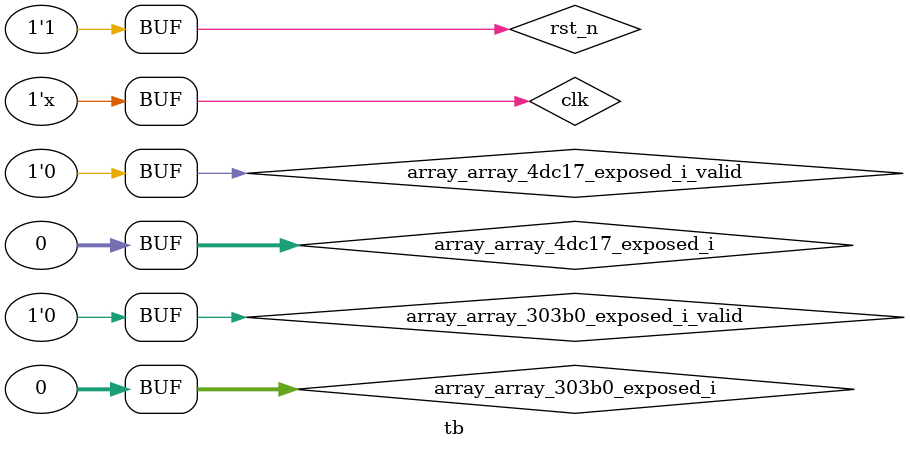
<source format=sv>


module memuser_30344 (
  input logic clk,
  input logic rst_n,
  // Port FIFO rdata
  input logic [0:0] fifo_rdata_pop_valid,
  input logic [31:0] fifo_rdata_pop_data,
  output logic [0:0] fifo_rdata_pop_ready,
  /* Array: array_4dc17[1 x b32] */
  output logic [0:0] array_array_4dc17_w,
  output logic [0:0] array_array_4dc17_widx,
  output logic [31:0] array_array_4dc17_d,

  // self.event_q
  input logic counter_pop_valid,
  input logic counter_delta_ready,
  output logic counter_pop_ready,
  output logic expose_executed);

  logic executed;
  logic [31:0] var_66;
  assign var_66 = fifo_rdata_pop_data;


  assign fifo_rdata_pop_ready = executed;
  logic [31:0] var_68;
  assign var_68 = var_66;


  logic [31:0] var_70;
  assign var_70 = var_68;


  // Gather FIFO pushes
  // Gather Array writes
  assign array_array_4dc17_w = executed;
    assign array_array_4dc17_d = var_70;
    assign array_array_4dc17_widx = 1'd0;

    assign executed = counter_pop_valid;
  assign counter_pop_ready = executed;
  assign expose_executed = executed;
endmodule // memuser_30344


module dcache (
  input logic clk,
  input logic rst_n,

  /* Array: array_36c8f[65536 x b32] */
  /* /home/gaod/derui_work/assassyn-workloads/assassyn-public/examples/minor-cpu/src/.workspace//workload.data */




  // External FIFO m.rdata
  output logic [0:0] fifo_m_rdata_push_valid,
  output logic [31:0] fifo_m_rdata_push_data,
  input logic [0:0] fifo_m_rdata_push_ready,

  // Declare upstream executed signals
  input logic [0:0] e_executed,
  input logic [0:0] var_1294,
  input logic [0:0] var_1294_valid,
  input logic [15:0] var_1409,
  input logic [0:0] var_1409_valid,
  input logic [31:0] var_1064,
  input logic [0:0] var_1064_valid,
  input logic [0:0] var_1302,
  input logic [0:0] var_1302_valid,
  output logic expose_executed);

  logic executed;
  logic [31:0] dataout;
  logic [31:0] var_5050;
  assign var_5050 = dataout;
  // Gather FIFO pushes
  assign fifo_m_rdata_push_valid = (executed) && (((var_1294)));
  assign fifo_m_rdata_push_data = ({ 32 { (var_1294) } } & var_5050);

  // Gather Array writes
  // this is Mem Array 
  logic array_array_36c8f_w;
  logic [31:0] array_array_36c8f_d;
  logic [15:0] array_array_36c8f_widx;
  assign array_array_36c8f_w = (executed) && (((var_1302)));
  assign array_array_36c8f_d = ({ 32 { (var_1302) } } & var_1064);
  assign array_array_36c8f_widx = var_1409;


  memory_blackbox_array_36c8f #(
        .DATA_WIDTH(32),   
        .ADDR_WIDTH(16)     
    ) memory_blackbox_array_36c8f(
    .clk     (clk), 
    .address (array_array_36c8f_widx), 
    .wd      (array_array_36c8f_d), 
    .banksel (1'd1),    
    .read    (1'd1), 
    .write   (array_array_36c8f_w), 
    .dataout (dataout), 
    .rst_n   (rst_n)
    );  
          
  assign executed = e_executed;
  assign expose_executed = executed;
endmodule // dcache




(* blackbox *)

module memory_blackbox_array_36c8f #(
    parameter DATA_WIDTH = 32,   
    parameter ADDR_WIDTH = 16 
)(
    input clk,
    input [ADDR_WIDTH-1:0] address,        
    input [DATA_WIDTH-1:0] wd,             
    input banksel,                         
    input read,                            
    input write,                           
    output reg [DATA_WIDTH-1:0] dataout,   
    input rst_n                            
);

    localparam DEPTH = 1 << ADDR_WIDTH;
    reg [DATA_WIDTH-1:0] mem [DEPTH-1:0];

    initial begin

      end
        always @ (posedge clk) begin
            if (write & banksel) begin
                mem[address] <= wd;
            end
        end
    
        assign dataout = (read & banksel) ? mem[address] : {DATA_WIDTH{1'b0}};
    
    endmodule
              
module m (
  input logic clk,
  input logic rst_n,
  // Port FIFO mem_ext
  input logic [0:0] fifo_mem_ext_pop_valid,
  input logic [1:0] fifo_mem_ext_pop_data,
  output logic [0:0] fifo_mem_ext_pop_ready,
  // Port FIFO result
  input logic [0:0] fifo_result_pop_valid,
  input logic [31:0] fifo_result_pop_data,
  output logic [0:0] fifo_result_pop_ready,
  // Port FIFO rdata
  input logic [0:0] fifo_rdata_pop_valid,
  input logic [31:0] fifo_rdata_pop_data,
  output logic [0:0] fifo_rdata_pop_ready,
  // Port FIFO rd
  input logic [0:0] fifo_rd_pop_valid,
  input logic [4:0] fifo_rd_pop_data,
  output logic [0:0] fifo_rd_pop_ready,
  // External FIFO w.rd
  output logic [0:0] fifo_w_rd_push_valid,
  output logic [4:0] fifo_w_rd_push_data,
  input logic [0:0] fifo_w_rd_push_ready,

  /* Array: array_303c2[1 x b32] */
  output logic [0:0] array_array_303c2_w,
  output logic [0:0] array_array_303c2_widx,
  output logic [31:0] array_array_303c2_d,

  // External FIFO w.mdata
  output logic [0:0] fifo_w_mdata_push_valid,
  output logic [31:0] fifo_w_mdata_push_data,
  input logic [0:0] fifo_w_mdata_push_ready,

  /* Array: array_303b6[1 x b5] */
  output logic [0:0] array_array_303b6_w,
  output logic [0:0] array_array_303b6_widx,
  output logic [4:0] array_array_303b6_d,

  /* Array: array_303b3[1 x b5] */
  output logic [0:0] array_array_303b3_w,
  output logic [0:0] array_array_303b3_widx,
  output logic [4:0] array_array_303b3_d,

  /* Array: array_3039b[1 x b32] */
  output logic [0:0] array_array_3039b_w,
  output logic [0:0] array_array_3039b_widx,
  output logic [31:0] array_array_3039b_d,

  // Module w
  output logic [7:0] w_counter_delta,
  input logic [0:0] w_counter_delta_ready,

  // self.event_q
  input logic counter_pop_valid,
  input logic counter_delta_ready,
  output logic counter_pop_ready,
  output logic expose_executed);

  logic executed;
  logic [1:0] var_100;
  assign var_100 = fifo_mem_ext_pop_data;


  assign fifo_mem_ext_pop_ready = executed;
  logic [31:0] var_102;
  assign var_102 = fifo_result_pop_data;


  assign fifo_result_pop_ready = executed;
  logic [4:0] var_104;
  assign var_104 = fifo_rd_pop_data;


  assign fifo_rd_pop_ready = executed;
  logic [0:0] var_5145;
  assign var_5145 = fifo_rdata_pop_valid;


  logic [31:0] var_111;
  assign var_111 = fifo_rdata_pop_data;


  assign fifo_rdata_pop_ready = executed && (var_5145);
  always_ff @(posedge clk) if (executed && (var_5145))$display("%t\t[m]\t\tmem.rdata        | 0x%x",



  $time

, var_111);

  logic [0:0] var_121;
  assign var_121 = var_104 != 5'd0;


  always_ff @(posedge clk) if (executed && (var_5145 && var_121))$display("%t\t[m]\t\tmem.bypass       | x%02d = 0x%x",



  $time

, var_104, var_111);

  logic [0:0] var_138;
  assign var_138 = ~$signed(var_5145);


  logic [31:0] var_149;
  assign var_149 = fifo_rdata_pop_data;


  logic [31:0] var_151;
  assign var_151 = var_5145 ? var_149 : 32'd0;


  logic [0:0] var_156;
  assign var_156 = var_151[7:7];


  logic [23:0] var_162;
  assign var_162 = var_156 ? 24'd16777215 : 24'd0;


  logic [0:0] var_166;
  assign var_166 = var_100[1:1];


  logic [7:0] var_188;
  assign var_188 = var_151[7:0];


  logic [31:0] var_174;
  assign var_174 = {24'd0, var_188};


  logic [31:0] var_181;
  assign var_181 = {var_162, var_188};


  logic [31:0] var_184;
  assign var_184 = var_166 ? var_174 : var_181;


  logic [31:0] var_190;
  assign var_190 = var_5145 ? var_151 : var_102;


  logic [0:0] var_194;
  assign var_194 = var_100[0:0];


  logic [31:0] var_198;
  assign var_198 = var_194 ? var_184 : var_190;


  assign w_counter_delta = executed ? 1 : 0;

  // Gather FIFO pushes
  assign fifo_w_rd_push_valid = executed;
  assign fifo_w_rd_push_data = var_104;

  assign fifo_w_mdata_push_valid = executed;
  assign fifo_w_mdata_push_data = var_198;

  // Gather Array writes
  assign array_array_303b6_w = executed;
    assign array_array_303b6_d = var_104;
    assign array_array_303b6_widx = 1'd0;

    assign array_array_303b3_w = (executed) && (((var_5145)) || ((var_138)));
    assign array_array_303b3_d = ({ 5 { (var_5145) } } & var_104) | ({ 5 { (var_138) } } & 5'd0);
    assign array_array_303b3_widx = ({ 1 { (var_5145) } } & 1'd0) | ({ 1 { (var_138) } } & 1'd0);

    assign array_array_3039b_w = (executed) && (((var_5145 && var_121)));
    assign array_array_3039b_d = ({ 32 { (var_5145 && var_121) } } & var_111);
    assign array_array_3039b_widx = ({ 1 { (var_5145 && var_121) } } & 1'd0);

    assign array_array_303c2_w = executed;
    assign array_array_303c2_d = var_198;
    assign array_array_303c2_widx = 1'd0;

    assign executed = counter_pop_valid;
  assign counter_pop_ready = executed;
  assign expose_executed = executed;
endmodule // m


module W1 (
  input logic clk,
  input logic rst_n,
  /* Array: array_303ce[1 x b32] */
  input logic [31:0] array_array_303ce_q,
  output logic [0:0] array_array_303ce_w,
  output logic [0:0] array_array_303ce_widx,
  output logic [31:0] array_array_303ce_d,



  // Declare upstream executed signals
  input logic [0:0] e_executed,
  input logic [0:0] w_executed,
  input logic [4:0] var_80,
  input logic [0:0] var_80_valid,
  input logic [4:0] var_845,
  input logic [0:0] var_845_valid,
  output logic expose_executed);

  logic executed;
  logic [0:0] var_5074;
  assign var_5074 = var_845_valid;


  logic [4:0] var_5076;
  assign var_5076 = var_5074 ? var_845 : 5'd0;


  logic [0:0] var_5080;
  assign var_5080 = var_80_valid;


  logic [4:0] var_5082;
  assign var_5082 = var_5080 ? var_80 : 5'd0;


  logic [0:0] var_5086;
  assign var_5086 = var_5076 != 5'd0;


  logic [31:0] var_5089;
  assign var_5089 = 32'd1 << var_5076;


  logic [31:0] var_5092;
  assign var_5092 = var_5086 ? var_5089 : 32'd0;


  logic [0:0] var_5096;
  assign var_5096 = var_5082 != 5'd0;


  logic [31:0] var_5099;
  assign var_5099 = 32'd1 << var_5082;


  logic [31:0] var_5102;
  assign var_5102 = var_5096 ? var_5099 : 32'd0;


  logic [31:0] var_177;
  assign var_177 = array_array_303ce_q[31:0];


  logic [31:0] var_5109;
  assign var_5109 = var_177 ^ var_5092;


  logic [31:0] var_5112;
  assign var_5112 = var_5109 ^ var_5102;


  always_ff @(posedge clk) if (executed)$display("%t\t[W1]\t\townning: %02d      | releasing: %02d| reg_onwrite[0]: %08x",



  $time

, var_5076, var_5082, var_177);

  // Gather FIFO pushes
  // Gather Array writes
  assign array_array_303ce_w = executed;
    assign array_array_303ce_d = var_5112;
    assign array_array_303ce_widx = 1'd0;

    assign executed = e_executed || w_executed;
  assign expose_executed = executed;
endmodule // W1


module e (
  input logic clk,
  input logic rst_n,
  // Port FIFO fetch_addr
  input logic [0:0] fifo_fetch_addr_pop_valid,
  input logic [31:0] fifo_fetch_addr_pop_data,
  output logic [0:0] fifo_fetch_addr_pop_ready,
  // Port FIFO signals
  input logic [0:0] fifo_signals_pop_valid,
  input logic [96:0] fifo_signals_pop_data,
  output logic [0:0] fifo_signals_pop_ready,
  // Module m
  output logic [7:0] m_counter_delta,
  input logic [0:0] m_counter_delta_ready,

  /* Array: array_303a4[1 x b32] */
  input logic [31:0] array_array_303a4_q,
  output logic [0:0] array_array_303a4_w,
  output logic [0:0] array_array_303a4_widx,
  output logic [31:0] array_array_303a4_d,

  /* Array: array_303b3[1 x b5] */
  input logic [4:0] array_array_303b3_q,

  // External FIFO m.rd
  output logic [0:0] fifo_m_rd_push_valid,
  output logic [4:0] fifo_m_rd_push_data,
  input logic [0:0] fifo_m_rd_push_ready,

  /* Array: array_4dc17[1 x b32] */
  input logic [31:0] array_array_4dc17_q,

  /* Array: array_303b0[16 x b32] */
  input logic [511:0] array_array_303b0_q,
  output logic [0:0] array_array_303b0_w,
  output logic [3:0] array_array_303b0_widx,
  output logic [31:0] array_array_303b0_d,

  /* Array: array_303ce[1 x b32] */
  input logic [31:0] array_array_303ce_q,

  /* Array: array_303aa[32 x b32] */
  input logic [1023:0] array_array_303aa_q,

  // External FIFO m.result
  output logic [0:0] fifo_m_result_push_valid,
  output logic [31:0] fifo_m_result_push_data,
  input logic [0:0] fifo_m_result_push_ready,

  /* Array: array_303d4[1 x b32] */
  output logic [0:0] array_array_303d4_w,
  output logic [0:0] array_array_303d4_widx,
  output logic [31:0] array_array_303d4_d,

  /* Array: array_303a7[1 x b5] */
  input logic [4:0] array_array_303a7_q,
  output logic [0:0] array_array_303a7_w,
  output logic [0:0] array_array_303a7_widx,
  output logic [4:0] array_array_303a7_d,

  /* Array: array_303b6[1 x b5] */
  input logic [4:0] array_array_303b6_q,

  /* Array: array_303c2[1 x b32] */
  input logic [31:0] array_array_303c2_q,

  // External FIFO m.mem_ext
  output logic [0:0] fifo_m_mem_ext_push_valid,
  output logic [1:0] fifo_m_mem_ext_push_data,
  input logic [0:0] fifo_m_mem_ext_push_ready,


  /* Array: array_3039b[1 x b32] */
  input logic [31:0] array_array_3039b_q,

  output logic [31:0] expose_var_1064,
  output logic [0:0] expose_var_1064_valid,
  output logic [0:0] expose_var_1302,
  output logic [0:0] expose_var_1302_valid,
  output logic [15:0] expose_var_1409,
  output logic [0:0] expose_var_1409_valid,
  output logic [0:0] expose_var_1376,
  output logic [0:0] expose_var_1376_valid,
  output logic [0:0] expose_var_1294,
  output logic [0:0] expose_var_1294_valid,
  output logic [4:0] expose_var_845,
  output logic [0:0] expose_var_845_valid,
  output logic [0:0] expose_var_494,
  output logic [0:0] expose_var_494_valid,
  output logic [0:0] var_494_exposed_o,
  // self.event_q
  input logic counter_pop_valid,
  input logic counter_delta_ready,
  output logic counter_pop_ready,
  output logic expose_executed);

  logic [96:0] var_222;
  assign var_222 = fifo_signals_pop_data;


  logic [4:0] var_226;
  assign var_226 = var_222[96:92];


  logic [4:0] var_232;
  assign var_232 = var_222[90:86];


  logic [4:0] var_238;
  assign var_238 = var_222[84:80];


  logic [31:0] var_242;
  assign var_242 = array_array_303ce_q[31:0];


  logic [4:0] var_469;
  assign var_469 = array_array_303a7_q[4:0];


  logic [0:0] var_248;
  assign var_248 = var_469 == var_226;


  logic [4:0] var_1470;
  assign var_1470 = array_array_303b3_q[4:0];


  logic [0:0] var_254;
  assign var_254 = var_1470 == var_226;


  logic [0:0] var_257;
  assign var_257 = var_248 | var_254;


  logic [0:0] var_1082;
  assign var_1082 = var_222[91:91];


  logic [0:0] var_265;
  assign var_265 = ~var_1082;


  logic [0:0] var_267;
  assign var_267 = var_257 | var_265;


  logic [31:0] var_1236;
  assign var_1236 = var_242 >> var_226;


  logic [31:0] var_273;
  assign var_273 = ~var_1236;


  logic [0:0] var_275;
  assign var_275 = var_273[0:0];


  logic [0:0] var_279;
  assign var_279 = var_267 | var_275;


  logic [4:0] var_1167;
  assign var_1167 = array_array_303b6_q[4:0];


  logic [0:0] var_285;
  assign var_285 = var_1167 == var_226;


  logic [0:0] var_288;
  assign var_288 = var_285;


  logic [0:0] var_290;
  assign var_290 = var_279 ? 1'd1 : var_288;


  logic [0:0] var_393;
  assign var_393 = ~var_279;


  logic [0:0] var_309;
  assign var_309 = ~var_1082;


  logic [31:0] var_314;
  assign var_314 = ~var_1236;


  logic [0:0] var_316;
  assign var_316 = var_314[0:0];


  always_ff @(posedge clk) if (1'b1 && (var_393))$display("%t\t[e]\t\texec_bypass_reg: x%02d | mem_bypass_reg: x%02d | ~signals.rs1_valid: %d | (~(on_write >> rs1))[0:0]: %d |",



  $time

, var_469, var_1470, var_309, var_316);

  logic [0:0] var_330;
  assign var_330 = var_469 == var_232;


  logic [0:0] var_336;
  assign var_336 = var_1470 == var_232;


  logic [0:0] var_339;
  assign var_339 = var_330 | var_336;


  logic [0:0] var_446;
  assign var_446 = var_222[85:85];


  logic [0:0] var_347;
  assign var_347 = ~var_446;


  logic [0:0] var_349;
  assign var_349 = var_339 | var_347;


  logic [31:0] var_1298;
  assign var_1298 = var_242 >> var_232;


  logic [31:0] var_355;
  assign var_355 = ~var_1298;


  logic [0:0] var_357;
  assign var_357 = var_355[0:0];


  logic [0:0] var_361;
  assign var_361 = var_349 | var_357;


  logic [0:0] var_367;
  assign var_367 = var_1167 == var_232;


  logic [0:0] var_370;
  assign var_370 = var_367;


  logic [0:0] var_372;
  assign var_372 = var_361 ? 1'd1 : var_370;


  logic [0:0] var_305;
  assign var_305 = ~var_361;


  logic [0:0] var_391;
  assign var_391 = ~var_446;


  logic [31:0] var_396;
  assign var_396 = ~var_1298;


  logic [0:0] var_398;
  assign var_398 = var_396[0:0];


  always_ff @(posedge clk) if (1'b1 && (var_305))$display("%t\t[e]\t\texec_bypass_reg: x%02d | mem_bypass_reg: x%02d | ~signals.rs2_valid: %d | (~(on_write >> rs2))[0:0]: %d |",



  $time

, var_469, var_1470, var_391, var_398);

  logic [0:0] var_412;
  assign var_412 = var_469 == var_238;


  logic [0:0] var_418;
  assign var_418 = var_1470 == var_238;


  logic [0:0] var_421;
  assign var_421 = var_412 | var_418;


  logic [0:0] var_1226;
  assign var_1226 = var_222[79:79];


  logic [0:0] var_429;
  assign var_429 = ~var_1226;


  logic [0:0] var_431;
  assign var_431 = var_421 | var_429;


  logic [31:0] var_1255;
  assign var_1255 = var_242 >> var_238;


  logic [31:0] var_437;
  assign var_437 = ~var_1255;


  logic [0:0] var_439;
  assign var_439 = var_437[0:0];


  logic [0:0] var_443;
  assign var_443 = var_431 | var_439;


  logic [0:0] var_449;
  assign var_449 = var_1167 == var_238;


  logic [0:0] var_452;
  assign var_452 = var_449;


  logic [0:0] var_454;
  assign var_454 = var_443 ? 1'd1 : var_452;


  logic [0:0] var_458;
  assign var_458 = ~var_443;


  logic [0:0] var_473;
  assign var_473 = ~var_1226;


  logic [31:0] var_478;
  assign var_478 = ~var_1255;


  logic [0:0] var_480;
  assign var_480 = var_478[0:0];


  always_ff @(posedge clk) if (1'b1 && (var_458))$display("%t\t[e]\t\texec_bypass_reg: x%02d | mem_bypass_reg: x%02d | ~signals.rd_valid: %d | (~(on_write >> rd))[0:0]: %d |",



  $time

, var_469, var_1470, var_473, var_480);

  logic [0:0] var_491;
  assign var_491 = var_290 & var_372;


  logic [0:0] var_494;
  assign var_494 = var_491 & var_454;
  assign expose_var_494 = var_494;
  assign expose_var_494_valid = executed && 1;

  assign var_494_exposed_o = var_494;

  logic [0:0] var_497;
  assign var_497 = ~var_494;


  logic [31:0] var_502;
  assign var_502 = fifo_fetch_addr_pop_data;


  always_ff @(posedge clk) if (1'b1 && (var_497))$display("%t\t[e]\t\tpc: 0x%08x   | rs1-x%02d: %d       | rs2-x%02d: %d   | rd-x%02d: %d | backlogged",



  $time

, var_502, var_226, var_279, var_232, var_361, var_238, var_443);

  logic executed;
  logic [31:0] var_1079;
  assign var_1079 = var_222[72:41];


  logic [11:0] var_523;
  assign var_523 = var_1079[11:0];


  logic [0:0] var_528;
  assign var_528 = var_523 == 12'd773;


  logic [3:0] var_533;
  assign var_533 = var_528 ? 4'd1 : 4'd0;


  logic [0:0] var_809;
  assign var_809 = var_222[74:74];


  logic [3:0] var_543;
  assign var_543 = var_809 ? 4'd2 : var_533;


  logic [11:0] var_551;
  assign var_551 = var_1079[11:0];


  logic [0:0] var_556;
  assign var_556 = var_551 == 12'd833;


  logic [3:0] var_559;
  assign var_559 = var_556 ? 4'd2 : var_543;


  logic [3:0] var_567;
  assign var_567 = var_809 ? 4'd2 : var_559;


  logic [11:0] var_575;
  assign var_575 = var_1079[11:0];


  logic [0:0] var_580;
  assign var_580 = var_575 == 12'd772;


  logic [3:0] var_584;
  assign var_584 = var_580 ? 4'd4 : var_567;


  logic [3:0] var_592;
  assign var_592 = var_809 ? 4'd2 : var_584;


  logic [11:0] var_600;
  assign var_600 = var_1079[11:0];


  logic [0:0] var_605;
  assign var_605 = var_600 == 12'd768;


  logic [3:0] var_609;
  assign var_609 = var_605 ? 4'd8 : var_592;


  logic [3:0] var_617;
  assign var_617 = var_809 ? 4'd2 : var_609;


  logic [11:0] var_625;
  assign var_625 = var_1079[11:0];


  logic [0:0] var_630;
  assign var_630 = var_625 == 12'd3860;


  logic [3:0] var_634;
  assign var_634 = var_630 ? 4'd9 : var_617;


  logic [3:0] var_642;
  assign var_642 = var_809 ? 4'd2 : var_634;


  logic [11:0] var_650;
  assign var_650 = var_1079[11:0];


  logic [0:0] var_655;
  assign var_655 = var_650 == 12'd384;


  logic [3:0] var_659;
  assign var_659 = var_655 ? 4'd10 : var_642;


  logic [3:0] var_667;
  assign var_667 = var_809 ? 4'd2 : var_659;


  logic [11:0] var_675;
  assign var_675 = var_1079[11:0];


  logic [0:0] var_680;
  assign var_680 = var_675 == 12'd944;


  logic [3:0] var_684;
  assign var_684 = var_680 ? 4'd11 : var_667;


  logic [3:0] var_692;
  assign var_692 = var_809 ? 4'd2 : var_684;


  logic [11:0] var_700;
  assign var_700 = var_1079[11:0];


  logic [0:0] var_705;
  assign var_705 = var_700 == 12'd928;


  logic [3:0] var_709;
  assign var_709 = var_705 ? 4'd12 : var_692;


  logic [3:0] var_717;
  assign var_717 = var_809 ? 4'd2 : var_709;


  logic [11:0] var_725;
  assign var_725 = var_1079[11:0];


  logic [0:0] var_730;
  assign var_730 = var_725 == 12'd770;


  logic [3:0] var_734;
  assign var_734 = var_730 ? 4'd13 : var_717;


  logic [3:0] var_742;
  assign var_742 = var_809 ? 4'd2 : var_734;


  logic [11:0] var_750;
  assign var_750 = var_1079[11:0];


  logic [0:0] var_755;
  assign var_755 = var_750 == 12'd771;


  logic [3:0] var_759;
  assign var_759 = var_755 ? 4'd14 : var_742;


  logic [3:0] var_767;
  assign var_767 = var_809 ? 4'd2 : var_759;


  logic [11:0] var_775;
  assign var_775 = var_1079[11:0];


  logic [0:0] var_780;
  assign var_780 = var_775 == 12'd1860;


  logic [3:0] var_784;
  assign var_784 = var_780 ? 4'd15 : var_767;


  logic [3:0] var_792;
  assign var_792 = var_809 ? 4'd2 : var_784;


  logic [0:0] var_797;
  assign var_797 = var_222[78:78];


  logic [0:0] var_1068;
  assign var_1068 = var_222[77:77];


  logic [0:0] var_806;
  assign var_806 = var_797 | var_1068;


  logic [31:0] var_1106;
  assign var_1106 = 31 == var_226 ? array_array_303aa_q[1023:992] : (30 == var_226 ? array_array_303aa_q[991:960] : (29 == var_226 ? array_array_303aa_q[959:928] : (28 == var_226 ? array_array_303aa_q[927:896] : (27 == var_226 ? array_array_303aa_q[895:864] : (26 == var_226 ? array_array_303aa_q[863:832] : (25 == var_226 ? array_array_303aa_q[831:800] : (24 == var_226 ? array_array_303aa_q[799:768] : (23 == var_226 ? array_array_303aa_q[767:736] : (22 == var_226 ? array_array_303aa_q[735:704] : (21 == var_226 ? array_array_303aa_q[703:672] : (20 == var_226 ? array_array_303aa_q[671:640] : (19 == var_226 ? array_array_303aa_q[639:608] : (18 == var_226 ? array_array_303aa_q[607:576] : (17 == var_226 ? array_array_303aa_q[575:544] : (16 == var_226 ? array_array_303aa_q[543:512] : (15 == var_226 ? array_array_303aa_q[511:480] : (14 == var_226 ? array_array_303aa_q[479:448] : (13 == var_226 ? array_array_303aa_q[447:416] : (12 == var_226 ? array_array_303aa_q[415:384] : (11 == var_226 ? array_array_303aa_q[383:352] : (10 == var_226 ? array_array_303aa_q[351:320] : (9 == var_226 ? array_array_303aa_q[319:288] : (8 == var_226 ? array_array_303aa_q[287:256] : (7 == var_226 ? array_array_303aa_q[255:224] : (6 == var_226 ? array_array_303aa_q[223:192] : (5 == var_226 ? array_array_303aa_q[191:160] : (4 == var_226 ? array_array_303aa_q[159:128] : (3 == var_226 ? array_array_303aa_q[127:96] : (2 == var_226 ? array_array_303aa_q[95:64] : (1 == var_226 ? array_array_303aa_q[63:32] : (0 == var_226 ? array_array_303aa_q[31:0] : ('x))))))))))))))))))))))))))))))));


  logic [31:0] var_816;
  assign var_816 = var_1068 ? var_1106 : 32'd0;


  logic [0:0] var_821;
  assign var_821 = var_222[75:75];


  logic [31:0] var_826;
  assign var_826 = {27'd0, var_226};


  logic [31:0] var_829;
  assign var_829 = var_821 ? var_826 : var_816;


  always_ff @(posedge clk) if (executed && (var_806))$display("%t\t[e]\t\tcsr_id: %d | new: %08x |",



  $time

, var_792, var_829);

  logic [96:0] var_841;
  assign var_841 = fifo_signals_pop_data;


  assign fifo_signals_pop_ready = executed;
  logic [31:0] var_843;
  assign var_843 = fifo_fetch_addr_pop_data;


  assign fifo_fetch_addr_pop_ready = executed;
  logic [4:0] var_845;
  assign var_845 = var_841[84:80];
  assign expose_var_845 = var_845;
  assign expose_var_845_valid = executed && 1;


  logic [0:0] var_849;
  assign var_849 = var_841[91:91];


  logic [0:0] var_5119;
  assign var_5119 = var_841[40:40];


  logic [0:0] var_858;
  assign var_858 = var_849 & var_5119;


  logic [31:0] var_1371;
  assign var_1371 = var_841[72:41];


  logic [0:0] var_866;
  assign var_866 = var_1371 == 32'd1;


  logic [0:0] var_873;
  assign var_873 = var_1371 == 32'd0;


  logic [0:0] var_876;
  assign var_876 = var_866 | var_873;


  logic [0:0] var_879;
  assign var_879 = var_858 & var_876;


  logic [15:0] var_963;
  assign var_963 = var_841[37:22];


  logic [0:0] var_889;
  assign var_889 = var_963 == 16'd32768;


  logic [0:0] var_892;
  assign var_892 = var_879 & var_889;


  always_ff @(posedge clk) if (executed && (var_892))$display("%t\t[e]\t\tebreak | halt | ecall",



  $time

);





  logic [0:0] var_387;
  assign var_387 = var_841[4:4];


  logic [0:0] var_1367;
  assign var_1367 = var_841[3:3];


  logic [0:0] var_912;
  assign var_912 = var_387 & var_1367;


  logic [0:0] var_919;
  assign var_919 = var_912 & var_5119;


  logic [0:0] var_926;
  assign var_926 = var_1371 == 32'd0;


  logic [0:0] var_929;
  assign var_929 = var_919 & var_926;


  logic [15:0] var_311;
  assign var_311 = var_841[21:6];


  logic [0:0] var_939;
  assign var_939 = var_311 == 16'd2048;


  logic [0:0] var_942;
  assign var_942 = var_929 & var_939;


  logic [0:0] var_950;
  assign var_950 = var_963 == 16'd1;


  logic [0:0] var_953;
  assign var_953 = var_942 & var_950;


  always_ff @(posedge clk) if (executed && (var_953))$display("%t\t[e]\t\ttrap",



  $time

);





  logic [0:0] var_969;
  assign var_969 = var_1470 == var_226;


  logic [31:0] var_771;
  assign var_771 = array_array_3039b_q[31:0];


  logic [31:0] var_975;
  assign var_975 = var_969 ? var_771 : var_1106;


  logic [0:0] var_982;
  assign var_982 = var_469 == var_226;


  logic [31:0] var_788;
  assign var_788 = array_array_303a4_q[31:0];


  logic [31:0] var_988;
  assign var_988 = var_982 ? var_788 : var_975;


  logic [0:0] var_992;
  assign var_992 = var_226 == 5'd0;


  logic [31:0] var_995;
  assign var_995 = var_992 ? 32'd0 : var_988;


  logic [0:0] var_1059;
  assign var_1059 = var_841[77:77];


  logic [31:0] var_1003;
  assign var_1003 = var_1059 ? 32'd0 : var_995;


  logic [31:0] var_475;
  assign var_475 = array_array_303c2_q[31:0];


  logic [31:0] var_1012;
  assign var_1012 = var_393 ? var_475 : var_1003;


  logic [31:0] var_1016;
  assign var_1016 = 31 == var_232 ? array_array_303aa_q[1023:992] : (30 == var_232 ? array_array_303aa_q[991:960] : (29 == var_232 ? array_array_303aa_q[959:928] : (28 == var_232 ? array_array_303aa_q[927:896] : (27 == var_232 ? array_array_303aa_q[895:864] : (26 == var_232 ? array_array_303aa_q[863:832] : (25 == var_232 ? array_array_303aa_q[831:800] : (24 == var_232 ? array_array_303aa_q[799:768] : (23 == var_232 ? array_array_303aa_q[767:736] : (22 == var_232 ? array_array_303aa_q[735:704] : (21 == var_232 ? array_array_303aa_q[703:672] : (20 == var_232 ? array_array_303aa_q[671:640] : (19 == var_232 ? array_array_303aa_q[639:608] : (18 == var_232 ? array_array_303aa_q[607:576] : (17 == var_232 ? array_array_303aa_q[575:544] : (16 == var_232 ? array_array_303aa_q[543:512] : (15 == var_232 ? array_array_303aa_q[511:480] : (14 == var_232 ? array_array_303aa_q[479:448] : (13 == var_232 ? array_array_303aa_q[447:416] : (12 == var_232 ? array_array_303aa_q[415:384] : (11 == var_232 ? array_array_303aa_q[383:352] : (10 == var_232 ? array_array_303aa_q[351:320] : (9 == var_232 ? array_array_303aa_q[319:288] : (8 == var_232 ? array_array_303aa_q[287:256] : (7 == var_232 ? array_array_303aa_q[255:224] : (6 == var_232 ? array_array_303aa_q[223:192] : (5 == var_232 ? array_array_303aa_q[191:160] : (4 == var_232 ? array_array_303aa_q[159:128] : (3 == var_232 ? array_array_303aa_q[127:96] : (2 == var_232 ? array_array_303aa_q[95:64] : (1 == var_232 ? array_array_303aa_q[63:32] : (0 == var_232 ? array_array_303aa_q[31:0] : ('x))))))))))))))))))))))))))))))));


  logic [0:0] var_1022;
  assign var_1022 = var_1470 == var_232;


  logic [31:0] var_1028;
  assign var_1028 = var_1022 ? var_771 : var_1016;


  logic [0:0] var_1035;
  assign var_1035 = var_469 == var_232;


  logic [31:0] var_1041;
  assign var_1041 = var_1035 ? var_788 : var_1028;


  logic [0:0] var_1045;
  assign var_1045 = var_232 == 5'd0;


  logic [31:0] var_1048;
  assign var_1048 = var_1045 ? 32'd0 : var_1041;


  logic [31:0] var_1052;
  assign var_1052 = 15 == var_792 ? array_array_303b0_q[511:480] : (14 == var_792 ? array_array_303b0_q[479:448] : (13 == var_792 ? array_array_303b0_q[447:416] : (12 == var_792 ? array_array_303b0_q[415:384] : (11 == var_792 ? array_array_303b0_q[383:352] : (10 == var_792 ? array_array_303b0_q[351:320] : (9 == var_792 ? array_array_303b0_q[319:288] : (8 == var_792 ? array_array_303b0_q[287:256] : (7 == var_792 ? array_array_303b0_q[255:224] : (6 == var_792 ? array_array_303b0_q[223:192] : (5 == var_792 ? array_array_303b0_q[191:160] : (4 == var_792 ? array_array_303b0_q[159:128] : (3 == var_792 ? array_array_303b0_q[127:96] : (2 == var_792 ? array_array_303b0_q[95:64] : (1 == var_792 ? array_array_303b0_q[63:32] : (0 == var_792 ? array_array_303b0_q[31:0] : ('x))))))))))))))));


  logic [31:0] var_1055;
  assign var_1055 = var_806 ? var_1052 : var_1048;


  logic [31:0] var_1064;
  assign var_1064 = var_305 ? var_475 : var_1055;
  assign expose_var_1064 = var_1064;
  assign expose_var_1064_valid = executed && 1;


  always_ff @(posedge clk) if (executed)$display("%t\t[e]\t\tmem_bypass.reg: x%02d | .data: %08x",



  $time

, var_1470, var_771);

  always_ff @(posedge clk) if (executed)$display("%t\t[e]\t\texe_bypass.reg: x%02d | .data: %08x",



  $time

, var_469, var_788);

  logic [0:0] var_1200;
  assign var_1200 = var_841[73:73];


  logic [0:0] var_1099;
  assign var_1099 = var_1367 | var_1200;


  logic [31:0] var_1102;
  assign var_1102 = var_1099 ? var_843 : var_1012;


  logic [31:0] var_1114;
  assign var_1114 = var_5119 ? var_1371 : var_1064;


  logic [31:0] var_1118;
  assign var_1118 = var_1102;


  logic [31:0] var_1120;
  assign var_1120 = var_1114;


  logic [31:0] var_1122;
  assign var_1122 = $signed(var_1118) + $signed(var_1120);


  logic [31:0] var_1125;
  assign var_1125 = var_1122;


  logic [31:0] var_1222;
  assign var_1222 = var_1012;


  logic [31:0] var_1071;
  assign var_1071 = var_1064;


  logic [0:0] var_1131;
  assign var_1131 = $signed(var_1222) < $signed(var_1071);


  logic [31:0] var_1134;
  assign var_1134 = var_1131 ? 32'd1 : 32'd0;


  logic [0:0] var_1138;
  assign var_1138 = var_1012 == var_1064;


  logic [31:0] var_1141;
  assign var_1141 = var_1138 ? 32'd1 : 32'd0;


  logic [0:0] var_1145;
  assign var_1145 = var_1012 < var_1064;


  logic [31:0] var_1148;
  assign var_1148 = var_1145 ? 32'd1 : 32'd0;


  logic [4:0] var_1007;
  assign var_1007 = var_1114[4:0];


  logic [4:0] var_1158;
  assign var_1158 = var_1007;


  logic [31:0] var_1160;
  assign var_1160 = $signed(var_1222) >>> $signed(var_1158);


  logic [31:0] var_1163;
  assign var_1163 = var_1160;


  logic [31:0] var_1169;
  assign var_1169 = $signed(var_1222) - $signed(var_1071);


  logic [31:0] var_1172;
  assign var_1172 = var_1169;


  logic [31:0] var_1174;
  assign var_1174 = var_1012 ^ var_1114;


  logic [31:0] var_1177;
  assign var_1177 = var_1012 | var_1064;


  logic [31:0] var_1180;
  assign var_1180 = var_1012 | var_1114;


  logic [31:0] var_1183;
  assign var_1183 = var_1012 & var_1114;


  logic [31:0] var_1190;
  assign var_1190 = var_1012 << var_1007;


  logic [31:0] var_1197;
  assign var_1197 = var_1012 >> var_1007;


  logic [31:0] var_1204;
  assign var_1204 = ({32{var_963[0] == 1'b1}} & var_1125) | ({32{var_963[1] == 1'b1}} & var_1172) | ({32{var_963[2] == 1'b1}} & var_1174) | ({32{var_963[3] == 1'b1}} & var_1177) | ({32{var_963[4] == 1'b1}} & var_1183) | ({32{var_963[5] == 1'b1}} & var_1190) | ({32{var_963[6] == 1'b1}} & 0) | ({32{var_963[7] == 1'b1}} & var_1163) | ({32{var_963[8] == 1'b1}} & var_1141) | ({32{var_963[9] == 1'b1}} & var_1134) | ({32{var_963[10] == 1'b1}} & var_1148) | ({32{var_963[11] == 1'b1}} & 1) | ({32{var_963[12] == 1'b1}} & var_1197) | ({32{var_963[13] == 1'b1}} & var_1180) | ({32{var_963[14] == 1'b1}} & 0) | ({32{var_963[15] == 1'b1}} & 0);


  always_ff @(posedge clk) if (executed)$display("%t\t[e]\t\tpc: 0x%08x   |is_offset_br: %d| is_pc_calc: %d|",



  $time

, var_843, var_1367, var_1200);

  always_ff @(posedge clk) if (executed)$display("%t\t[e]\t\t0x%08x       | a: %08x  | b: %08x   | imm: %08x | result: %08x",



  $time

, var_963, var_1012, var_1064, var_1371, var_1204);

  always_ff @(posedge clk) if (executed)$display("%t\t[e]\t\t0x%08x       |a.a:%08x  |a.b:%08x   | res: %08x |",



  $time

, var_963, var_1102, var_1114, var_1204);

  logic [31:0] var_1259;
  assign var_1259 = ({32{var_311[0] == 1'b1}} & var_1125) | ({32{var_311[1] == 1'b1}} & var_1172) | ({32{var_311[2] == 1'b1}} & var_1174) | ({32{var_311[3] == 1'b1}} & var_1177) | ({32{var_311[4] == 1'b1}} & var_1183) | ({32{var_311[5] == 1'b1}} & var_1190) | ({32{var_311[6] == 1'b1}} & 0) | ({32{var_311[7] == 1'b1}} & var_1163) | ({32{var_311[8] == 1'b1}} & var_1141) | ({32{var_311[9] == 1'b1}} & var_1134) | ({32{var_311[10] == 1'b1}} & var_1148) | ({32{var_311[11] == 1'b1}} & 1) | ({32{var_311[12] == 1'b1}} & var_1197) | ({32{var_311[13] == 1'b1}} & var_1180) | ({32{var_311[14] == 1'b1}} & 0) | ({32{var_311[15] == 1'b1}} & 0);


  logic [0:0] var_1278;
  assign var_1278 = var_841[5:5];


  logic [31:0] var_1282;
  assign var_1282 = ~var_1259;


  logic [31:0] var_1284;
  assign var_1284 = var_1278 ? var_1282 : var_1259;


  logic [1:0] var_1165;
  assign var_1165 = var_841[39:38];


  logic [0:0] var_1294;
  assign var_1294 = var_1165[0:0];
  assign expose_var_1294 = var_1294;
  assign expose_var_1294_valid = executed && 1;


  logic [0:0] var_1302;
  assign var_1302 = var_1165[1:1];
  assign expose_var_1302 = var_1302;
  assign expose_var_1302_valid = executed && 1;


  logic [0:0] var_1306;
  assign var_1306 = ~var_1294;


  logic [0:0] var_1193;
  assign var_1193 = var_845 != 5'd0;


  logic [0:0] var_1311;
  assign var_1311 = var_1306 & var_1193;


  logic [4:0] var_1314;
  assign var_1314 = var_1311 ? var_845 : 5'd0;


  logic [31:0] var_1322;
  assign var_1322 = var_1311 ? var_1204 : 32'd0;


  logic [31:0] var_1330;
  assign var_1330 = var_843;


  logic [31:0] var_1333;
  assign var_1333 = $signed(var_1330) + 32'd4;


  logic [31:0] var_1336;
  assign var_1336 = var_1333;


  logic [0:0] var_1459;
  assign var_1459 = var_1284[0:0];


  logic [31:0] var_1349;
  assign var_1349 = var_1459 ? var_1204 : var_1336;


  always_ff @(posedge clk) if (executed && (var_387))$display("%t\t[e]\t\tcondition: %d.a.b | a: %08x  | b: %08x   |",



  $time

, var_1459, var_1204, var_1336);

  logic [0:0] var_1376;
  assign var_1376 = var_387 ? var_1459 : 1'd0;
  assign expose_var_1376 = var_1376;
  assign expose_var_1376_valid = executed && 1;


  logic [0:0] var_1380;
  assign var_1380 = var_1294 | var_1302;


  logic [31:0] var_1383;
  assign var_1383 = var_1204;


  logic [31:0] var_1385;
  assign var_1385 = array_array_4dc17_q[31:0];


  logic [31:0] var_1388;
  assign var_1388 = var_1385;


  logic [31:0] var_1391;
  assign var_1391 = var_1380 ? var_1388 : 32'd0;


  logic [31:0] var_1395;
  assign var_1395 = var_1383 - var_1391;


  logic [31:0] var_1398;
  assign var_1398 = var_1395;


  logic [15:0] var_1402;
  assign var_1402 = var_1398[17:2];


  logic [15:0] var_1406;
  assign var_1406 = var_1402;


  logic [15:0] var_1409;
  assign var_1409 = var_1380 ? var_1406 : 16'd0;
  assign expose_var_1409 = var_1409;
  assign expose_var_1409_valid = executed && 1;


  always_ff @(posedge clk) if (executed && (var_1294))$display("%t\t[e]\t\tmem-read         | addr: 0x%05x| line: 0x%05x |",



  $time

, var_1204, var_1409);

  always_ff @(posedge clk) if (executed && (var_1302))$display("%t\t[e]\t\tmem-write        | addr: 0x%05x| line: 0x%05x | value: 0x%08x | wdada: 0x%08x",



  $time

, var_1204, var_1409, var_1012, var_1064);

  logic [0:0] var_1431;
  assign var_1431 = var_841[2:2];


  logic [31:0] var_1435;
  assign var_1435 = var_1431 ? var_1336 : var_1204;


  logic [1:0] var_1439;
  assign var_1439 = var_841[1:0];


  always_ff @(posedge clk) if (executed && (var_1193))$display("%t\t[e]\t\town x%02d          |",



  $time

, var_845);

  assign m_counter_delta = executed ? 1 : 0;

  // Gather FIFO pushes
  assign fifo_m_mem_ext_push_valid = executed;
  assign fifo_m_mem_ext_push_data = var_1439;

  assign fifo_m_rd_push_valid = executed;
  assign fifo_m_rd_push_data = var_845;

  assign fifo_m_result_push_valid = executed;
  assign fifo_m_result_push_data = var_1435;

  // Gather Array writes
  assign array_array_303b0_w = (executed) && (((var_1059)));
    assign array_array_303b0_d = ({ 32 { (var_1059) } } & var_829);
    assign array_array_303b0_widx = ({ 4 { (var_1059) } } & var_792);

    assign array_array_303a7_w = executed;
    assign array_array_303a7_d = var_1314;
    assign array_array_303a7_widx = 1'd0;

    assign array_array_303d4_w = (executed) && (((var_387)));
    assign array_array_303d4_d = ({ 32 { (var_387) } } & var_1349);
    assign array_array_303d4_widx = ({ 1 { (var_387) } } & 1'd0);

    assign array_array_303a4_w = executed;
    assign array_array_303a4_d = var_1322;
    assign array_array_303a4_widx = 1'd0;

    assign executed = counter_pop_valid && (var_494);
  assign counter_pop_ready = executed;
  assign expose_executed = executed;
endmodule // e


module w (
  input logic clk,
  input logic rst_n,
  // Port FIFO rd
  input logic [0:0] fifo_rd_pop_valid,
  input logic [4:0] fifo_rd_pop_data,
  output logic [0:0] fifo_rd_pop_ready,
  // Port FIFO mdata
  input logic [0:0] fifo_mdata_pop_valid,
  input logic [31:0] fifo_mdata_pop_data,
  output logic [0:0] fifo_mdata_pop_ready,
  /* Array: array_303aa[32 x b32] */
  output logic [0:0] array_array_303aa_w,
  output logic [4:0] array_array_303aa_widx,
  output logic [31:0] array_array_303aa_d,

  output logic [4:0] expose_var_80,
  output logic [0:0] expose_var_80_valid,
  // self.event_q
  input logic counter_pop_valid,
  input logic counter_delta_ready,
  output logic counter_pop_ready,
  output logic expose_executed);

  logic executed;
  logic [4:0] var_80;
  assign var_80 = fifo_rd_pop_data;
  assign expose_var_80 = var_80;
  assign expose_var_80_valid = executed && 1;


  assign fifo_rd_pop_ready = executed;
  logic [31:0] var_82;
  assign var_82 = fifo_mdata_pop_data;


  assign fifo_mdata_pop_ready = executed;
  logic [0:0] var_85;
  assign var_85 = var_80 != 5'd0;


  always_ff @(posedge clk) if (executed && (var_85))$display("%t\t[w]\t\twriteback        | x%02d          | 0x%08x",



  $time

, var_80, var_82);

  // Gather FIFO pushes
  // Gather Array writes
  assign array_array_303aa_w = (executed) && (((var_85)));
    assign array_array_303aa_d = ({ 32 { (var_85) } } & var_82);
    assign array_array_303aa_widx = ({ 5 { (var_85) } } & var_80);

    assign executed = counter_pop_valid;
  assign counter_pop_ready = executed;
  assign expose_executed = executed;
endmodule // w


module f (
  input logic clk,
  input logic rst_n,
  /* Array: array_30398[1 x b32] */
  input logic [31:0] array_array_30398_q,

  output logic [31:0] expose_var_77,
  output logic [0:0] expose_var_77_valid,
  // self.event_q
  input logic counter_pop_valid,
  input logic counter_delta_ready,
  output logic counter_pop_ready,
  output logic expose_executed);

  logic executed;
  logic [31:0] var_77;
  assign var_77 = array_array_30398_q[31:0];
  assign expose_var_77 = var_77;
  assign expose_var_77_valid = executed && 1;


  // Gather FIFO pushes
  // Gather Array writes
  assign executed = counter_pop_valid;
  assign counter_pop_ready = executed;
  assign expose_executed = executed;
endmodule // f


module icache (
  input logic clk,
  input logic rst_n,
  /* Array: array_3e6a8[65536 x b32] */
  /* /home/gaod/derui_work/assassyn-workloads/assassyn-public/examples/minor-cpu/src/.workspace//workload.exe */



  // External FIFO d.rdata
  output logic [0:0] fifo_d_rdata_push_valid,
  output logic [31:0] fifo_d_rdata_push_data,
  input logic [0:0] fifo_d_rdata_push_ready,

  // Declare upstream executed signals
  input logic [0:0] F1_executed,
  input logic [0:0] var_4953,
  input logic [0:0] var_4953_valid,
  input logic [15:0] var_4982,
  input logic [0:0] var_4982_valid,
  output logic expose_executed);

  logic executed;
  logic [31:0] dataout;
  logic [31:0] var_5067;
  assign var_5067 = dataout;
  // Gather FIFO pushes
  assign fifo_d_rdata_push_valid = (executed) && (((var_4953)));
  assign fifo_d_rdata_push_data = ({ 32 { (var_4953) } } & var_5067);

  // Gather Array writes
  // this is Mem Array 
  logic array_array_3e6a8_w;
  logic [31:0] array_array_3e6a8_d;
  logic [15:0] array_array_3e6a8_widx;
  assign array_array_3e6a8_w = (executed) && (((1'd0)));
  assign array_array_3e6a8_d = ({ 32 { (1'd0) } } & 32'd0);
  assign array_array_3e6a8_widx = var_4982;


  memory_blackbox_array_3e6a8 #(
        .DATA_WIDTH(32),   
        .ADDR_WIDTH(16)     
    ) memory_blackbox_array_3e6a8(
    .clk     (clk), 
    .address (array_array_3e6a8_widx), 
    .wd      (array_array_3e6a8_d), 
    .banksel (1'd1),    
    .read    (1'd1), 
    .write   (array_array_3e6a8_w), 
    .dataout (dataout), 
    .rst_n   (rst_n)
    );  
          
  assign executed = F1_executed;
  assign expose_executed = executed;
endmodule // icache




(* blackbox *)

module memory_blackbox_array_3e6a8 #(
    parameter DATA_WIDTH = 32,   
    parameter ADDR_WIDTH = 16 
)(
    input clk,
    input [ADDR_WIDTH-1:0] address,        
    input [DATA_WIDTH-1:0] wd,             
    input banksel,                         
    input read,                            
    input write,                           
    output reg [DATA_WIDTH-1:0] dataout,   
    input rst_n                            
);

    localparam DEPTH = 1 << ADDR_WIDTH;
    reg [DATA_WIDTH-1:0] mem [DEPTH-1:0];

    initial begin

      end
        always @ (posedge clk) begin
            if (write & banksel) begin
                mem[address] <= wd;
            end
        end
    
        assign dataout = (read & banksel) ? mem[address] : {DATA_WIDTH{1'b0}};
    
    endmodule
              
module driver (
  input logic clk,
  input logic rst_n,
  // Module memuser_30344
  output logic [7:0] memuser_30344_counter_delta,
  input logic [0:0] memuser_30344_counter_delta_ready,

  // Module f
  output logic [7:0] f_counter_delta,
  input logic [0:0] f_counter_delta_ready,

  /* Array: array_3e7ce[1 x u1] */
  input logic [0:0] array_array_3e7ce_q,
  output logic [0:0] array_array_3e7ce_w,
  output logic [0:0] array_array_3e7ce_widx,
  output logic [0:0] array_array_3e7ce_d,


  output logic [0:0] expose_var_4805,
  output logic [0:0] expose_var_4805_valid,
  // self.event_q
  input logic counter_pop_valid,
  input logic counter_delta_ready,
  output logic counter_pop_ready,
  output logic expose_executed);

  logic executed;
  logic [0:0] var_1061;
  assign var_1061 = array_array_3e7ce_q[0:0];


  logic [0:0] var_4805;
  assign var_4805 = var_1061;
  assign expose_var_4805 = var_4805;
  assign expose_var_4805_valid = executed && 1;


  logic [0:0] var_4810;
  assign var_4810 = var_1061 == 1'd1;


  logic [0:0] var_4827;
  assign var_4827 = var_1061 == 1'd0;


  assign f_counter_delta = executed ? { 7'b0, |(var_4827) } : 0;

  assign memuser_30344_counter_delta = executed ? { 7'b0, |(var_4810) } : 0;

  // Gather FIFO pushes
  // Gather Array writes
  assign array_array_3e7ce_w = (executed) && (((var_4810)));
    assign array_array_3e7ce_d = ({ 1 { (var_4810) } } & 1'd0);
    assign array_array_3e7ce_widx = ({ 1 { (var_4810) } } & 1'd0);

    assign executed = counter_pop_valid;
  assign counter_pop_ready = executed;
  assign expose_executed = executed;
endmodule // driver


module F1 (
  input logic clk,
  input logic rst_n,

  /* Array: array_303da[1 x b1] */
  input logic [0:0] array_array_303da_q,
  output logic [0:0] array_array_303da_w,
  output logic [0:0] array_array_303da_widx,
  output logic [0:0] array_array_303da_d,

  /* Array: array_36ebd[1 x i8] */
  input logic [7:0] array_array_36ebd_q,
  output logic [0:0] array_array_36ebd_w,
  output logic [0:0] array_array_36ebd_widx,
  output logic [7:0] array_array_36ebd_d,

  // Module d
  output logic [7:0] d_counter_delta,
  input logic [0:0] d_counter_delta_ready,

  /* Array: array_30398[1 x b32] */
  output logic [0:0] array_array_30398_w,
  output logic [0:0] array_array_30398_widx,
  output logic [31:0] array_array_30398_d,

  /* Array: array_303e0[1 x b1] */
  input logic [0:0] array_array_303e0_q,
  output logic [0:0] array_array_303e0_w,
  output logic [0:0] array_array_303e0_widx,
  output logic [0:0] array_array_303e0_d,


  /* Array: array_303d4[1 x b32] */
  input logic [31:0] array_array_303d4_q,



  // External FIFO d.fetch_addr
  output logic [0:0] fifo_d_fetch_addr_push_valid,
  output logic [31:0] fifo_d_fetch_addr_push_data,
  input logic [0:0] fifo_d_fetch_addr_push_ready,

  /* Array: array_36e75[1 x b1] */
  input logic [0:0] array_array_36e75_q,
  output logic [0:0] array_array_36e75_w,
  output logic [0:0] array_array_36e75_widx,
  output logic [0:0] array_array_36e75_d,

  /* Array: array_303e6[1 x b1] */
  input logic [0:0] array_array_303e6_q,
  output logic [0:0] array_array_303e6_w,
  output logic [0:0] array_array_303e6_widx,
  output logic [0:0] array_array_303e6_d,


  // Declare upstream executed signals
  input logic [0:0] e_executed,
  input logic [0:0] f_executed,
  input logic [0:0] d_executed,
  output logic [15:0] expose_var_4982,
  output logic [0:0] expose_var_4982_valid,
  output logic [0:0] expose_var_4953,
  output logic [0:0] expose_var_4953_valid,
  input logic [31:0] var_77,
  input logic [0:0] var_77_valid,
  input logic [0:0] var_494,
  input logic [0:0] var_494_valid,
  input logic [0:0] var_4798,
  input logic [0:0] var_4798_valid,
  input logic [0:0] var_1376,
  input logic [0:0] var_1376_valid,
  output logic expose_executed);

  logic executed;
  logic [0:0] var_4837;
  assign var_4837 = var_4798_valid;


  logic [0:0] var_4839;
  assign var_4839 = var_4837 ? var_4798 : 1'd0;


  logic [0:0] var_4847;
  assign var_4847 = var_1376_valid;


  logic [0:0] var_4849;
  assign var_4849 = var_4847 ? var_1376 : 1'd0;


  logic [0:0] var_4965;
  assign var_4965 = array_array_303da_q[0:0];


  logic [0:0] var_4860;
  assign var_4860 = ~var_4965;


  logic [0:0] var_4908;
  assign var_4908 = array_array_303e6_q[0:0];


  logic [0:0] var_4956;
  assign var_4956 = var_494_valid;


  logic [0:0] var_4874;
  assign var_4874 = var_4956 ? var_494 : 1'd0;


  logic [0:0] var_4878;
  assign var_4878 = var_4874 ? 1'd1 : 1'd0;


  logic [0:0] var_4959;
  assign var_4959 = array_array_36e75_q[0:0];


  logic [0:0] var_4889;
  assign var_4889 = ~var_4959;


  logic [0:0] var_4898;
  assign var_4898 = ~var_4839;


  logic [0:0] var_4903;
  assign var_4903 = ~var_4908;


  logic [0:0] var_4905;
  assign var_4905 = var_4898 & var_4903;


  logic [0:0] var_4911;
  assign var_4911 = var_4905 & var_4959;


  logic [0:0] var_4917;
  assign var_4917 = array_array_303e0_q[0:0];


  logic [0:0] var_4920;
  assign var_4920 = var_4965 & var_4917;


  logic [7:0] var_4824;
  assign var_4824 = array_array_36ebd_q[7:0];


  logic [0:0] var_4928;
  assign var_4928 = var_4956 ? var_494 : 1'd0;


  logic [7:0] var_4933;
  assign var_4933 = var_4928 ? 8'd1 : 8'd0;


  logic [7:0] var_4937;
  assign var_4937 = $signed(var_4824) - $signed(var_4933);


  logic [31:0] var_4984;
  assign var_4984 = array_array_303d4_q[31:0];


  logic [31:0] var_4943;
  assign var_4943 = var_4984;


  logic [31:0] var_4945;
  assign var_4945 = var_4920 ? var_4943 : var_77;


  logic [0:0] var_4950;
  assign var_4950 = $signed(var_4937) < 8'd3;


  logic [0:0] var_4953;
  assign var_4953 = var_4911 & var_4950;
  assign expose_var_4953 = var_4953;
  assign expose_var_4953_valid = executed && 1;


  always_ff @(posedge clk) if (executed)$display("%t\t[F1]\t\ton_br: %d         | br_sm: %d     | br_jump: %d      | fetch: %d      | ex_bypass: 0x%05x | ongoing: %d | jump_flag: %d",



  $time

, var_4839, var_4908, var_4965, var_4911, var_4984, var_4824, var_4920);

  logic [15:0] var_4978;
  assign var_4978 = var_4945[17:2];


  logic [15:0] var_4982;
  assign var_4982 = var_4978;
  assign expose_var_4982 = var_4982;
  assign expose_var_4982_valid = executed && 1;


  logic [0:0] var_4986;
  assign var_4986 = var_4956 ? var_494 : 1'd0;


  always_ff @(posedge clk) if (executed)$display("%t\t[F1]\t\ton_br: %d         | de_by: %d     | fetch: %d      | addr: 0x%05x | new_cnt: %d",



  $time

, var_4839, var_4986, var_4953, var_4945, var_4937);

  logic [31:0] var_5009;
  assign var_5009 = var_4945;


  logic [31:0] var_5011;
  assign var_5011 = $signed(var_5009) + 32'd4;


  logic [31:0] var_5014;
  assign var_5014 = var_5011;


  logic [7:0] var_5020;
  assign var_5020 = $signed(var_4937) + 8'd1;


  logic [0:0] var_5027;
  assign var_5027 = ~var_4953;


  assign d_counter_delta = executed ? { 7'b0, |(var_4953) } : 0;

  // Gather FIFO pushes
  assign fifo_d_fetch_addr_push_valid = (executed) && (((var_4953)));
  assign fifo_d_fetch_addr_push_data = ({ 32 { (var_4953) } } & var_4945);

  // Gather Array writes
  assign array_array_36e75_w = (executed) && (((var_4908)) || ((var_4889)));
    assign array_array_36e75_d = ({ 1 { (var_4908) } } & var_4878) | ({ 1 { (var_4889) } } & 1'd1);
    assign array_array_36e75_widx = ({ 1 { (var_4908) } } & 1'd0) | ({ 1 { (var_4889) } } & 1'd0);

    assign array_array_36ebd_w = (executed) && (((var_4953)) || ((var_5027)));
    assign array_array_36ebd_d = ({ 8 { (var_4953) } } & var_5020) | ({ 8 { (var_5027) } } & var_4937);
    assign array_array_36ebd_widx = ({ 1 { (var_4953) } } & 1'd0) | ({ 1 { (var_5027) } } & 1'd0);

    assign array_array_303e6_w = executed;
    assign array_array_303e6_d = var_4839;
    assign array_array_303e6_widx = 1'd0;

    assign array_array_30398_w = (executed) && (((var_4953)) || ((var_5027)));
    assign array_array_30398_d = ({ 32 { (var_4953) } } & var_5014) | ({ 32 { (var_5027) } } & var_4945);
    assign array_array_30398_widx = ({ 1 { (var_4953) } } & 1'd0) | ({ 1 { (var_5027) } } & 1'd0);

    assign array_array_303da_w = executed;
    assign array_array_303da_d = var_4849;
    assign array_array_303da_widx = 1'd0;

    assign array_array_303e0_w = executed;
    assign array_array_303e0_d = var_4860;
    assign array_array_303e0_widx = 1'd0;

    assign executed = f_executed || e_executed || d_executed;
  assign expose_executed = executed;
endmodule // F1


module init_cache (
  input logic clk,
  input logic rst_n,

  // External FIFO memuser_30344.rdata
  output logic [0:0] fifo_memuser_30344_rdata_push_valid,
  output logic [31:0] fifo_memuser_30344_rdata_push_data,
  input logic [0:0] fifo_memuser_30344_rdata_push_ready,

  /* Array: array_3e7da[32 x b32] */
  /* /home/gaod/derui_work/assassyn-workloads/assassyn-public/examples/minor-cpu/src/.workspace//workload.init */

  // Declare upstream executed signals
  input logic [0:0] driver_executed,
  input logic [0:0] var_4805,
  input logic [0:0] var_4805_valid,
  output logic expose_executed);

  logic executed;
  logic [31:0] dataout;
  logic [31:0] var_5138;
  assign var_5138 = dataout;
  // Gather FIFO pushes
  assign fifo_memuser_30344_rdata_push_valid = (executed) && (((var_4805)));
  assign fifo_memuser_30344_rdata_push_data = ({ 32 { (var_4805) } } & var_5138);

  // Gather Array writes
  // this is Mem Array 
  logic array_array_3e7da_w;
  logic [31:0] array_array_3e7da_d;
  logic [4:0] array_array_3e7da_widx;
  assign array_array_3e7da_w = (executed) && (((1'd0)));
  assign array_array_3e7da_d = ({ 32 { (1'd0) } } & 32'd0);
  assign array_array_3e7da_widx = 5'd0;


  memory_blackbox_array_3e7da #(
        .DATA_WIDTH(32),   
        .ADDR_WIDTH(5)     
    ) memory_blackbox_array_3e7da(
    .clk     (clk), 
    .address (array_array_3e7da_widx), 
    .wd      (array_array_3e7da_d), 
    .banksel (1'd1),    
    .read    (1'd1), 
    .write   (array_array_3e7da_w), 
    .dataout (dataout), 
    .rst_n   (rst_n)
    );  
          
  assign executed = driver_executed;
  assign expose_executed = executed;
endmodule // init_cache




(* blackbox *)

module memory_blackbox_array_3e7da #(
    parameter DATA_WIDTH = 32,   
    parameter ADDR_WIDTH = 5 
)(
    input clk,
    input [ADDR_WIDTH-1:0] address,        
    input [DATA_WIDTH-1:0] wd,             
    input banksel,                         
    input read,                            
    input write,                           
    output reg [DATA_WIDTH-1:0] dataout,   
    input rst_n                            
);

    localparam DEPTH = 1 << ADDR_WIDTH;
    reg [DATA_WIDTH-1:0] mem [DEPTH-1:0];

    initial begin

      end
        always @ (posedge clk) begin
            if (write & banksel) begin
                mem[address] <= wd;
            end
        end
    
        assign dataout = (read & banksel) ? mem[address] : {DATA_WIDTH{1'b0}};
    
    endmodule
              
module d (
  input logic clk,
  input logic rst_n,
  // Port FIFO fetch_addr
  input logic [0:0] fifo_fetch_addr_pop_valid,
  input logic [31:0] fifo_fetch_addr_pop_data,
  output logic [0:0] fifo_fetch_addr_pop_ready,
  // Port FIFO rdata
  input logic [0:0] fifo_rdata_pop_valid,
  input logic [31:0] fifo_rdata_pop_data,
  output logic [0:0] fifo_rdata_pop_ready,
  // External FIFO e.fetch_addr
  output logic [0:0] fifo_e_fetch_addr_push_valid,
  output logic [31:0] fifo_e_fetch_addr_push_data,
  input logic [0:0] fifo_e_fetch_addr_push_ready,

  // External FIFO e.signals
  output logic [0:0] fifo_e_signals_push_valid,
  output logic [96:0] fifo_e_signals_push_data,
  input logic [0:0] fifo_e_signals_push_ready,

  // Module e
  output logic [7:0] e_counter_delta,
  input logic [0:0] e_counter_delta_ready,

  output logic [0:0] expose_var_4798,
  output logic [0:0] expose_var_4798_valid,
  // self.event_q
  input logic counter_pop_valid,
  input logic counter_delta_ready,
  output logic counter_pop_ready,
  output logic expose_executed);

  logic executed;
  logic [31:0] var_1480;
  assign var_1480 = fifo_rdata_pop_data;


  assign fifo_rdata_pop_ready = executed;
  logic [31:0] var_1482;
  assign var_1482 = fifo_fetch_addr_pop_data;


  assign fifo_fetch_addr_pop_ready = executed;
  always_ff @(posedge clk) if (executed)$display("%t\t[d]\t\traw: 0x%08x  | addr: 0x%05x |",



  $time

, var_1480, var_1482);

  logic [6:0] var_4556;
  assign var_4556 = var_1480[6:0];


  logic [0:0] var_1494;
  assign var_1494 = var_4556 == 7'd111;


  logic [0:0] var_2014;
  assign var_2014 = 1'd0 | var_1494;


  logic [15:0] var_1504;
  assign var_1504 = var_1494 ? 16'd1 : 16'd0;


  logic [15:0] var_1508;
  assign var_1508 = 16'd0 | var_1504;


  logic [15:0] var_1511;
  assign var_1511 = var_1494 ? 16'd2048 : 16'd0;


  logic [15:0] var_1515;
  assign var_1515 = 16'd0 | var_1511;


  logic [0:0] var_1518;
  assign var_1518 = var_1494 ? 1'd0 : 1'd0;


  logic [0:0] var_1522;
  assign var_1522 = 1'd0 | var_1518;


  logic [4:0] var_3991;
  assign var_3991 = var_1480[11:7];


  logic [0:0] var_1675;
  assign var_1675 = var_1480[31:31];


  logic [7:0] var_4495;
  assign var_4495 = var_1480[19:12];


  logic [0:0] var_4604;
  assign var_4604 = var_1480[20:20];


  logic [9:0] var_1529;
  assign var_1529 = var_1480[30:21];


  logic [8:0] var_1553;
  assign var_1553 = {var_1675, var_4495};


  logic [9:0] var_1556;
  assign var_1556 = {var_1553, var_4604};


  logic [19:0] var_1559;
  assign var_1559 = {var_1556, var_1529};


  logic [20:0] var_1562;
  assign var_1562 = {var_1559, 1'd0};


  always_ff @(posedge clk) if (executed && (var_1494))$display("%t\t[d]\t\tj.jal.1101111    | rd: x%02d      |               |               |imm: 0x%x",



  $time

, var_3991, var_1562);

  logic [0:0] var_1578;
  assign var_1578 = var_4556 == 7'd55;


  logic [0:0] var_1581;
  assign var_1581 = 1'd0 | var_1578;


  logic [0:0] var_1584;
  assign var_1584 = var_2014 | var_1578;


  logic [15:0] var_4600;
  assign var_4600 = var_1578 ? 16'd1 : 16'd0;


  logic [15:0] var_1591;
  assign var_1591 = var_1508 | var_4600;


  logic [15:0] var_1598;
  assign var_1598 = var_1515 | var_4600;


  logic [0:0] var_1601;
  assign var_1601 = var_1578 ? 1'd0 : 1'd0;


  logic [0:0] var_1605;
  assign var_1605 = var_1522 | var_1601;


  logic [0:0] var_1612;
  assign var_1612 = var_2014 | var_1578;


  logic [19:0] var_4649;
  assign var_4649 = var_1480[31:12];


  always_ff @(posedge clk) if (executed && (var_1578))$display("%t\t[d]\t\tu.lui.0110111    | rd: x%02d      |               |               |imm: 0x%x",



  $time

, var_3991, var_4649);

  logic [0:0] var_1632;
  assign var_1632 = var_4556 == 7'd51;


  logic [2:0] var_4548;
  assign var_4548 = var_1480[14:12];


  logic [0:0] var_1641;
  assign var_1641 = var_4548 == 3'd0;


  logic [6:0] var_2171;
  assign var_2171 = var_1480[31:25];


  logic [0:0] var_1650;
  assign var_1650 = var_2171 == 7'd0;


  logic [0:0] var_1653;
  assign var_1653 = var_1632 & var_1641;


  logic [0:0] var_1656;
  assign var_1656 = var_1653 & var_1650;


  logic [0:0] var_1659;
  assign var_1659 = var_1656 & 1'd1;


  logic [0:0] var_4962;
  assign var_4962 = 1'd0 | var_1659;


  logic [0:0] var_1665;
  assign var_1665 = var_1584 | var_1659;


  logic [15:0] var_4552;
  assign var_4552 = var_1659 ? 16'd1 : 16'd0;


  logic [15:0] var_1672;
  assign var_1672 = var_1591 | var_4552;


  logic [15:0] var_1679;
  assign var_1679 = var_1598 | var_4552;


  logic [0:0] var_1682;
  assign var_1682 = var_1659 ? 1'd0 : 1'd0;


  logic [0:0] var_1686;
  assign var_1686 = var_1605 | var_1682;


  logic [0:0] var_1693;
  assign var_1693 = var_1612 | var_1659;


  logic [4:0] var_4713;
  assign var_4713 = var_1480[19:15];


  logic [4:0] var_1594;
  assign var_1594 = var_1480[24:20];


  always_ff @(posedge clk) if (executed && (var_1659))$display("%t\t[d]\t\tr.add.0110011    | rd: x%02d      | rs1: x%02d      | rs2: x%02d      ",



  $time

, var_3991, var_4713, var_1594);

  logic [0:0] var_1725;
  assign var_1725 = var_4556 == 7'd51;


  logic [0:0] var_1732;
  assign var_1732 = var_4548 == 3'd0;


  logic [0:0] var_1740;
  assign var_1740 = var_2171 == 7'd32;


  logic [0:0] var_1743;
  assign var_1743 = var_1725 & var_1732;


  logic [0:0] var_1746;
  assign var_1746 = var_1743 & var_1740;


  logic [0:0] var_1749;
  assign var_1749 = var_1746 & 1'd1;


  logic [0:0] var_1752;
  assign var_1752 = var_4962 | var_1749;


  logic [0:0] var_1755;
  assign var_1755 = var_1665 | var_1749;


  logic [15:0] var_1759;
  assign var_1759 = var_1749 ? 16'd2 : 16'd0;


  logic [15:0] var_1763;
  assign var_1763 = var_1672 | var_1759;


  logic [15:0] var_1766;
  assign var_1766 = var_1749 ? 16'd1 : 16'd0;


  logic [15:0] var_1770;
  assign var_1770 = var_1679 | var_1766;


  logic [0:0] var_1773;
  assign var_1773 = var_1749 ? 1'd0 : 1'd0;


  logic [0:0] var_1777;
  assign var_1777 = var_1686 | var_1773;


  logic [0:0] var_1784;
  assign var_1784 = var_1693 | var_1749;


  logic [0:0] var_1791;
  assign var_1791 = var_4962 | var_1749;


  logic [0:0] var_1798;
  assign var_1798 = var_4962 | var_1749;


  always_ff @(posedge clk) if (executed && (var_1749))$display("%t\t[d]\t\tr.sub.0110011    | rd: x%02d      | rs1: x%02d      | rs2: x%02d      ",



  $time

, var_3991, var_4713, var_1594);

  logic [0:0] var_1814;
  assign var_1814 = var_4556 == 7'd51;


  logic [0:0] var_1822;
  assign var_1822 = var_4548 == 3'd6;


  logic [0:0] var_1829;
  assign var_1829 = var_2171 == 7'd0;


  logic [0:0] var_1832;
  assign var_1832 = var_1814 & var_1822;


  logic [0:0] var_1835;
  assign var_1835 = var_1832 & var_1829;


  logic [0:0] var_1838;
  assign var_1838 = var_1835 & 1'd1;


  logic [0:0] var_1841;
  assign var_1841 = var_1752 | var_1838;


  logic [0:0] var_1844;
  assign var_1844 = var_1755 | var_1838;


  logic [15:0] var_1848;
  assign var_1848 = var_1838 ? 16'd8 : 16'd0;


  logic [15:0] var_1852;
  assign var_1852 = var_1763 | var_1848;


  logic [15:0] var_1855;
  assign var_1855 = var_1838 ? 16'd1 : 16'd0;


  logic [15:0] var_1859;
  assign var_1859 = var_1770 | var_1855;


  logic [0:0] var_1862;
  assign var_1862 = var_1838 ? 1'd0 : 1'd0;


  logic [0:0] var_1866;
  assign var_1866 = var_1777 | var_1862;


  logic [0:0] var_1873;
  assign var_1873 = var_1784 | var_1838;


  logic [0:0] var_1880;
  assign var_1880 = var_1791 | var_1838;


  logic [0:0] var_1887;
  assign var_1887 = var_1798 | var_1838;


  always_ff @(posedge clk) if (executed && (var_1838))$display("%t\t[d]\t\tr.or.0110011     | rd: x%02d      | rs1: x%02d      | rs2: x%02d      ",



  $time

, var_3991, var_4713, var_1594);

  logic [0:0] var_1904;
  assign var_1904 = var_4556 == 7'd103;


  logic [0:0] var_1911;
  assign var_1911 = var_4548 == 3'd0;


  logic [0:0] var_1914;
  assign var_1914 = var_1904 & var_1911;


  logic [0:0] var_1917;
  assign var_1917 = var_1914 & 1'd1;


  logic [0:0] var_1920;
  assign var_1920 = var_1917 & 1'd1;


  logic [0:0] var_1923;
  assign var_1923 = 1'd0 | var_1920;


  logic [0:0] var_1926;
  assign var_1926 = var_1844 | var_1920;


  logic [15:0] var_1929;
  assign var_1929 = var_1920 ? 16'd1 : 16'd0;


  logic [15:0] var_1933;
  assign var_1933 = var_1852 | var_1929;


  logic [15:0] var_1936;
  assign var_1936 = var_1920 ? 16'd2048 : 16'd0;


  logic [15:0] var_1940;
  assign var_1940 = var_1859 | var_1936;


  logic [0:0] var_1943;
  assign var_1943 = var_1920 ? 1'd0 : 1'd0;


  logic [0:0] var_1947;
  assign var_1947 = var_1866 | var_1943;


  logic [0:0] var_1954;
  assign var_1954 = var_1873 | var_1920;


  logic [0:0] var_1961;
  assign var_1961 = var_1880 | var_1920;


  logic [11:0] var_4705;
  assign var_4705 = var_1480[31:20];


  always_ff @(posedge clk) if (executed && (var_1920))$display("%t\t[d]\t\ti.jalr.1100111   | rd: x%02d      | rs1: x%02d      |               |imm: 0x%x",



  $time

, var_3991, var_4713, var_4705);

  logic [0:0] var_1982;
  assign var_1982 = var_4556 == 7'd19;


  logic [0:0] var_1989;
  assign var_1989 = var_4548 == 3'd0;


  logic [0:0] var_1992;
  assign var_1992 = var_1982 & var_1989;


  logic [0:0] var_1995;
  assign var_1995 = var_1992 & 1'd1;


  logic [0:0] var_1998;
  assign var_1998 = var_1995 & 1'd1;


  logic [0:0] var_2001;
  assign var_2001 = var_1923 | var_1998;


  logic [0:0] var_2004;
  assign var_2004 = var_1926 | var_1998;


  logic [15:0] var_4503;
  assign var_4503 = var_1998 ? 16'd1 : 16'd0;


  logic [15:0] var_2011;
  assign var_2011 = var_1933 | var_4503;


  logic [15:0] var_2018;
  assign var_2018 = var_1940 | var_4503;


  logic [0:0] var_2021;
  assign var_2021 = var_1998 ? 1'd0 : 1'd0;


  logic [0:0] var_2025;
  assign var_2025 = var_1947 | var_2021;


  logic [0:0] var_2032;
  assign var_2032 = var_1954 | var_1998;


  logic [0:0] var_2039;
  assign var_2039 = var_1961 | var_1998;


  always_ff @(posedge clk) if (executed && (var_1998))$display("%t\t[d]\t\ti.addi.0010011   | rd: x%02d      | rs1: x%02d      |               |imm: 0x%x",



  $time

, var_3991, var_4713, var_4705);

  logic [0:0] var_2060;
  assign var_2060 = var_4556 == 7'd3;


  logic [0:0] var_2068;
  assign var_2068 = var_4548 == 3'd2;


  logic [0:0] var_2071;
  assign var_2071 = var_2060 & var_2068;


  logic [0:0] var_2074;
  assign var_2074 = var_2071 & 1'd1;


  logic [0:0] var_2077;
  assign var_2077 = var_2074 & 1'd1;


  logic [0:0] var_2080;
  assign var_2080 = var_2001 | var_2077;


  logic [0:0] var_2083;
  assign var_2083 = var_2004 | var_2077;


  logic [15:0] var_4682;
  assign var_4682 = var_2077 ? 16'd1 : 16'd0;


  logic [15:0] var_2090;
  assign var_2090 = var_2011 | var_4682;


  logic [15:0] var_2097;
  assign var_2097 = var_2018 | var_4682;


  logic [0:0] var_2100;
  assign var_2100 = var_2077 ? 1'd0 : 1'd0;


  logic [0:0] var_2104;
  assign var_2104 = var_2025 | var_2100;


  logic [0:0] var_2111;
  assign var_2111 = var_2032 | var_2077;


  logic [0:0] var_2118;
  assign var_2118 = var_2039 | var_2077;


  always_ff @(posedge clk) if (executed && (var_2077))$display("%t\t[d]\t\ti.lw.0000011     | rd: x%02d      | rs1: x%02d      |               |imm: 0x%x",



  $time

, var_3991, var_4713, var_4705);

  logic [0:0] var_2138;
  assign var_2138 = var_4556 == 7'd3;


  logic [0:0] var_2146;
  assign var_2146 = var_4548 == 3'd4;


  logic [0:0] var_2149;
  assign var_2149 = var_2138 & var_2146;


  logic [0:0] var_2152;
  assign var_2152 = var_2149 & 1'd1;


  logic [0:0] var_2155;
  assign var_2155 = var_2152 & 1'd1;


  logic [0:0] var_2158;
  assign var_2158 = var_2080 | var_2155;


  logic [0:0] var_2161;
  assign var_2161 = var_2083 | var_2155;


  logic [15:0] var_2093;
  assign var_2093 = var_2155 ? 16'd1 : 16'd0;


  logic [15:0] var_2168;
  assign var_2168 = var_2090 | var_2093;


  logic [15:0] var_2175;
  assign var_2175 = var_2097 | var_2093;


  logic [0:0] var_2178;
  assign var_2178 = var_2155 ? 1'd0 : 1'd0;


  logic [0:0] var_2182;
  assign var_2182 = var_2104 | var_2178;


  logic [0:0] var_2189;
  assign var_2189 = var_2111 | var_2155;


  logic [0:0] var_2196;
  assign var_2196 = var_2118 | var_2155;


  always_ff @(posedge clk) if (executed && (var_2155))$display("%t\t[d]\t\ti.lbu.0000011    | rd: x%02d      | rs1: x%02d      |               |imm: 0x%x",



  $time

, var_3991, var_4713, var_4705);

  logic [0:0] var_2217;
  assign var_2217 = var_4556 == 7'd115;


  logic [0:0] var_2224;
  assign var_2224 = var_4548 == 3'd0;


  logic [0:0] var_2232;
  assign var_2232 = var_4705 == 12'd1;


  logic [0:0] var_2235;
  assign var_2235 = var_2217 & var_2224;


  logic [0:0] var_2238;
  assign var_2238 = var_2235 & var_2232;


  logic [0:0] var_2241;
  assign var_2241 = var_2238 & 1'd1;


  logic [0:0] var_2244;
  assign var_2244 = var_2158 | var_2241;


  logic [0:0] var_2247;
  assign var_2247 = var_2161 | var_2241;


  logic [15:0] var_2250;
  assign var_2250 = var_2241 ? 16'd32768 : 16'd0;


  logic [15:0] var_2254;
  assign var_2254 = var_2168 | var_2250;


  logic [15:0] var_2257;
  assign var_2257 = var_2241 ? 16'd1 : 16'd0;


  logic [15:0] var_2261;
  assign var_2261 = var_2175 | var_2257;


  logic [0:0] var_2264;
  assign var_2264 = var_2241 ? 1'd0 : 1'd0;


  logic [0:0] var_2268;
  assign var_2268 = var_2182 | var_2264;


  logic [0:0] var_2275;
  assign var_2275 = var_2189 | var_2241;


  logic [0:0] var_2282;
  assign var_2282 = var_2196 | var_2241;


  always_ff @(posedge clk) if (executed && (var_2241))$display("%t\t[d]\t\ti.ebreak.1110011 | rd: x%02d      | rs1: x%02d      |               |imm: 0x%x",



  $time

, var_3991, var_4713, var_4705);

  logic [0:0] var_2303;
  assign var_2303 = var_4556 == 7'd35;


  logic [0:0] var_2310;
  assign var_2310 = var_4548 == 3'd2;


  logic [0:0] var_2313;
  assign var_2313 = var_2303 & var_2310;


  logic [0:0] var_2316;
  assign var_2316 = 1'd0 | var_2313;


  logic [0:0] var_2319;
  assign var_2319 = var_2247 | var_2313;


  logic [15:0] var_4612;
  assign var_4612 = var_2313 ? 16'd1 : 16'd0;


  logic [15:0] var_2326;
  assign var_2326 = var_2254 | var_4612;


  logic [15:0] var_2333;
  assign var_2333 = var_2261 | var_4612;


  logic [0:0] var_2336;
  assign var_2336 = var_2313 ? 1'd0 : 1'd0;


  logic [0:0] var_2340;
  assign var_2340 = var_2268 | var_2336;


  logic [0:0] var_2347;
  assign var_2347 = var_2282 | var_2313;


  logic [0:0] var_2354;
  assign var_2354 = var_1887 | var_2313;


  logic [11:0] var_2365;
  assign var_2365 = {var_2171, var_3991};


  always_ff @(posedge clk) if (executed && (var_2313))$display("%t\t[d]\t\ts.sw.0100011     |              | rs1: x%02d      | rs2: x%02d      |imm: 0x%x",



  $time

, var_4713, var_1594, var_2365);

  logic [0:0] var_2382;
  assign var_2382 = var_4556 == 7'd99;


  logic [0:0] var_2389;
  assign var_2389 = var_4548 == 3'd0;


  logic [0:0] var_2392;
  assign var_2392 = var_2382 & var_2389;


  logic [0:0] var_2395;
  assign var_2395 = 1'd0 | var_2392;


  logic [0:0] var_2398;
  assign var_2398 = var_2319 | var_2392;


  logic [15:0] var_2401;
  assign var_2401 = var_2392 ? 16'd1 : 16'd0;


  logic [15:0] var_2405;
  assign var_2405 = var_2326 | var_2401;


  logic [15:0] var_2409;
  assign var_2409 = var_2392 ? 16'd256 : 16'd0;


  logic [15:0] var_2413;
  assign var_2413 = var_2333 | var_2409;


  logic [0:0] var_2416;
  assign var_2416 = var_2392 ? 1'd0 : 1'd0;


  logic [0:0] var_2420;
  assign var_2420 = var_2340 | var_2416;


  logic [0:0] var_2427;
  assign var_2427 = var_2347 | var_2392;


  logic [0:0] var_2434;
  assign var_2434 = var_2354 | var_2392;


  logic [0:0] var_1709;
  assign var_1709 = var_1480[7:7];


  logic [5:0] var_3122;
  assign var_3122 = var_1480[30:25];


  logic [3:0] var_3053;
  assign var_3053 = var_1480[11:8];


  logic [1:0] var_2454;
  assign var_2454 = {var_1675, var_1709};


  logic [7:0] var_2457;
  assign var_2457 = {var_2454, var_3122};


  logic [11:0] var_2460;
  assign var_2460 = {var_2457, var_3053};


  logic [12:0] var_2463;
  assign var_2463 = {var_2460, 1'd0};


  always_ff @(posedge clk) if (executed && (var_2392))$display("%t\t[d]\t\tb.beq.1100011    |              | rs1: x%02d      | rs2: x%02d      |imm: 0x%x",



  $time

, var_4713, var_1594, var_2463);

  logic [0:0] var_2479;
  assign var_2479 = var_4556 == 7'd99;


  logic [0:0] var_2487;
  assign var_2487 = var_4548 == 3'd1;


  logic [0:0] var_2490;
  assign var_2490 = var_2479 & var_2487;


  logic [0:0] var_2493;
  assign var_2493 = var_2395 | var_2490;


  logic [0:0] var_2496;
  assign var_2496 = var_2398 | var_2490;


  logic [15:0] var_2499;
  assign var_2499 = var_2490 ? 16'd1 : 16'd0;


  logic [15:0] var_2503;
  assign var_2503 = var_2405 | var_2499;


  logic [15:0] var_2506;
  assign var_2506 = var_2490 ? 16'd256 : 16'd0;


  logic [15:0] var_2510;
  assign var_2510 = var_2413 | var_2506;


  logic [0:0] var_2513;
  assign var_2513 = var_2490 ? 1'd1 : 1'd0;


  logic [0:0] var_2517;
  assign var_2517 = var_2420 | var_2513;


  logic [0:0] var_2524;
  assign var_2524 = var_2427 | var_2490;


  logic [0:0] var_2531;
  assign var_2531 = var_2434 | var_2490;


  logic [1:0] var_2550;
  assign var_2550 = {var_1675, var_1709};


  logic [7:0] var_2553;
  assign var_2553 = {var_2550, var_3122};


  logic [11:0] var_2556;
  assign var_2556 = {var_2553, var_3053};


  logic [12:0] var_2559;
  assign var_2559 = {var_2556, 1'd0};


  always_ff @(posedge clk) if (executed && (var_2490))$display("%t\t[d]\t\tb.bne.1100011    |              | rs1: x%02d      | rs2: x%02d      |imm: 0x%x",



  $time

, var_4713, var_1594, var_2559);

  logic [0:0] var_2575;
  assign var_2575 = var_4556 == 7'd99;


  logic [0:0] var_2582;
  assign var_2582 = var_4548 == 3'd4;


  logic [0:0] var_2585;
  assign var_2585 = var_2575 & var_2582;


  logic [0:0] var_2588;
  assign var_2588 = var_2493 | var_2585;


  logic [0:0] var_2591;
  assign var_2591 = var_2496 | var_2585;


  logic [15:0] var_2594;
  assign var_2594 = var_2585 ? 16'd1 : 16'd0;


  logic [15:0] var_2598;
  assign var_2598 = var_2503 | var_2594;


  logic [15:0] var_2602;
  assign var_2602 = var_2585 ? 16'd512 : 16'd0;


  logic [15:0] var_2606;
  assign var_2606 = var_2510 | var_2602;


  logic [0:0] var_2609;
  assign var_2609 = var_2585 ? 1'd0 : 1'd0;


  logic [0:0] var_2613;
  assign var_2613 = var_2517 | var_2609;


  logic [0:0] var_2620;
  assign var_2620 = var_2524 | var_2585;


  logic [0:0] var_2627;
  assign var_2627 = var_2531 | var_2585;


  logic [1:0] var_2646;
  assign var_2646 = {var_1675, var_1709};


  logic [7:0] var_2649;
  assign var_2649 = {var_2646, var_3122};


  logic [11:0] var_2652;
  assign var_2652 = {var_2649, var_3053};


  logic [12:0] var_2655;
  assign var_2655 = {var_2652, 1'd0};


  always_ff @(posedge clk) if (executed && (var_2585))$display("%t\t[d]\t\tb.blt.1100011    |              | rs1: x%02d      | rs2: x%02d      |imm: 0x%x",



  $time

, var_4713, var_1594, var_2655);

  logic [0:0] var_2671;
  assign var_2671 = var_4556 == 7'd99;


  logic [0:0] var_2679;
  assign var_2679 = var_4548 == 3'd5;


  logic [0:0] var_2682;
  assign var_2682 = var_2671 & var_2679;


  logic [0:0] var_2685;
  assign var_2685 = var_2588 | var_2682;


  logic [0:0] var_2688;
  assign var_2688 = var_2591 | var_2682;


  logic [15:0] var_2691;
  assign var_2691 = var_2682 ? 16'd1 : 16'd0;


  logic [15:0] var_2695;
  assign var_2695 = var_2598 | var_2691;


  logic [15:0] var_2698;
  assign var_2698 = var_2682 ? 16'd512 : 16'd0;


  logic [15:0] var_2702;
  assign var_2702 = var_2606 | var_2698;


  logic [0:0] var_2705;
  assign var_2705 = var_2682 ? 1'd1 : 1'd0;


  logic [0:0] var_2709;
  assign var_2709 = var_2613 | var_2705;


  logic [0:0] var_2716;
  assign var_2716 = var_2620 | var_2682;


  logic [0:0] var_2723;
  assign var_2723 = var_2627 | var_2682;


  logic [1:0] var_2742;
  assign var_2742 = {var_1675, var_1709};


  logic [7:0] var_2745;
  assign var_2745 = {var_2742, var_3122};


  logic [11:0] var_2748;
  assign var_2748 = {var_2745, var_3053};


  logic [12:0] var_2751;
  assign var_2751 = {var_2748, 1'd0};


  always_ff @(posedge clk) if (executed && (var_2682))$display("%t\t[d]\t\tb.bge.1100011    |              | rs1: x%02d      | rs2: x%02d      |imm: 0x%x",



  $time

, var_4713, var_1594, var_2751);

  logic [0:0] var_2767;
  assign var_2767 = var_4556 == 7'd99;


  logic [0:0] var_2775;
  assign var_2775 = var_4548 == 3'd7;


  logic [0:0] var_2778;
  assign var_2778 = var_2767 & var_2775;


  logic [0:0] var_2781;
  assign var_2781 = var_2685 | var_2778;


  logic [0:0] var_2784;
  assign var_2784 = var_2688 | var_2778;


  logic [15:0] var_2787;
  assign var_2787 = var_2778 ? 16'd1 : 16'd0;


  logic [15:0] var_2791;
  assign var_2791 = var_2695 | var_2787;


  logic [15:0] var_2795;
  assign var_2795 = var_2778 ? 16'd1024 : 16'd0;


  logic [15:0] var_2799;
  assign var_2799 = var_2702 | var_2795;


  logic [0:0] var_2802;
  assign var_2802 = var_2778 ? 1'd1 : 1'd0;


  logic [0:0] var_2806;
  assign var_2806 = var_2709 | var_2802;


  logic [0:0] var_2813;
  assign var_2813 = var_2716 | var_2778;


  logic [0:0] var_2820;
  assign var_2820 = var_2723 | var_2778;


  logic [1:0] var_2839;
  assign var_2839 = {var_1675, var_1709};


  logic [7:0] var_2842;
  assign var_2842 = {var_2839, var_3122};


  logic [11:0] var_2845;
  assign var_2845 = {var_2842, var_3053};


  logic [12:0] var_2848;
  assign var_2848 = {var_2845, 1'd0};


  always_ff @(posedge clk) if (executed && (var_2778))$display("%t\t[d]\t\tb.bgeu.1100011   |              | rs1: x%02d      | rs2: x%02d      |imm: 0x%x",



  $time

, var_4713, var_1594, var_2848);

  logic [0:0] var_2864;
  assign var_2864 = var_4556 == 7'd99;


  logic [0:0] var_2871;
  assign var_2871 = var_4548 == 3'd6;


  logic [0:0] var_2874;
  assign var_2874 = var_2864 & var_2871;


  logic [0:0] var_2877;
  assign var_2877 = var_2781 | var_2874;


  logic [0:0] var_2880;
  assign var_2880 = var_2784 | var_2874;


  logic [15:0] var_2883;
  assign var_2883 = var_2874 ? 16'd1 : 16'd0;


  logic [15:0] var_2887;
  assign var_2887 = var_2791 | var_2883;


  logic [15:0] var_2890;
  assign var_2890 = var_2874 ? 16'd1024 : 16'd0;


  logic [15:0] var_2894;
  assign var_2894 = var_2799 | var_2890;


  logic [0:0] var_2897;
  assign var_2897 = var_2874 ? 1'd0 : 1'd0;


  logic [0:0] var_2901;
  assign var_2901 = var_2806 | var_2897;


  logic [0:0] var_2908;
  assign var_2908 = var_2813 | var_2874;


  logic [0:0] var_2915;
  assign var_2915 = var_2820 | var_2874;


  logic [1:0] var_2934;
  assign var_2934 = {var_1675, var_1709};


  logic [7:0] var_2937;
  assign var_2937 = {var_2934, var_3122};


  logic [11:0] var_2940;
  assign var_2940 = {var_2937, var_3053};


  logic [12:0] var_2943;
  assign var_2943 = {var_2940, 1'd0};


  always_ff @(posedge clk) if (executed && (var_2874))$display("%t\t[d]\t\tb.bltu.1100011   |              | rs1: x%02d      | rs2: x%02d      |imm: 0x%x",



  $time

, var_4713, var_1594, var_2943);

  logic [0:0] var_2959;
  assign var_2959 = var_4556 == 7'd115;


  logic [0:0] var_2966;
  assign var_2966 = var_4548 == 3'd2;


  logic [0:0] var_2969;
  assign var_2969 = var_2959 & var_2966;


  logic [0:0] var_2972;
  assign var_2972 = var_2969 & 1'd1;


  logic [0:0] var_2975;
  assign var_2975 = var_2972 & 1'd1;


  logic [0:0] var_2978;
  assign var_2978 = var_2244 | var_2975;


  logic [0:0] var_2981;
  assign var_2981 = var_2880 | var_2975;


  logic [15:0] var_2984;
  assign var_2984 = var_2975 ? 16'd8 : 16'd0;


  logic [15:0] var_2988;
  assign var_2988 = var_2887 | var_2984;


  logic [15:0] var_2991;
  assign var_2991 = var_2975 ? 16'd1 : 16'd0;


  logic [15:0] var_2995;
  assign var_2995 = var_2894 | var_2991;


  logic [0:0] var_2998;
  assign var_2998 = var_2975 ? 1'd0 : 1'd0;


  logic [0:0] var_3002;
  assign var_3002 = var_2901 | var_2998;


  logic [0:0] var_3009;
  assign var_3009 = var_2275 | var_2975;


  logic [0:0] var_3016;
  assign var_3016 = var_2908 | var_2975;


  always_ff @(posedge clk) if (executed && (var_2975))$display("%t\t[d]\t\ti.csrrs.1110011  | rd: x%02d      | rs1: x%02d      |               |imm: 0x%x",



  $time

, var_3991, var_4713, var_4705);

  logic [0:0] var_3037;
  assign var_3037 = var_4556 == 7'd23;


  logic [0:0] var_3040;
  assign var_3040 = var_1581 | var_3037;


  logic [0:0] var_3043;
  assign var_3043 = var_2981 | var_3037;


  logic [15:0] var_2329;
  assign var_2329 = var_3037 ? 16'd1 : 16'd0;


  logic [15:0] var_3050;
  assign var_3050 = var_2988 | var_2329;


  logic [15:0] var_3057;
  assign var_3057 = var_2995 | var_2329;


  logic [0:0] var_3060;
  assign var_3060 = var_3037 ? 1'd0 : 1'd0;


  logic [0:0] var_3064;
  assign var_3064 = var_3002 | var_3060;


  logic [0:0] var_3071;
  assign var_3071 = var_3009 | var_3037;


  always_ff @(posedge clk) if (executed && (var_3037))$display("%t\t[d]\t\tu.auipc.0010111  | rd: x%02d      |               |               |imm: 0x%x",



  $time

, var_3991, var_4649);

  logic [0:0] var_3090;
  assign var_3090 = var_4556 == 7'd115;


  logic [0:0] var_3097;
  assign var_3097 = var_4548 == 3'd1;


  logic [0:0] var_3100;
  assign var_3100 = var_3090 & var_3097;


  logic [0:0] var_3103;
  assign var_3103 = var_3100 & 1'd1;


  logic [0:0] var_3106;
  assign var_3106 = var_3103 & 1'd1;


  logic [0:0] var_3109;
  assign var_3109 = var_2978 | var_3106;


  logic [0:0] var_3112;
  assign var_3112 = var_3043 | var_3106;


  logic [15:0] var_3910;
  assign var_3910 = var_3106 ? 16'd1 : 16'd0;


  logic [15:0] var_3119;
  assign var_3119 = var_3050 | var_3910;


  logic [15:0] var_3126;
  assign var_3126 = var_3057 | var_3910;


  logic [0:0] var_3129;
  assign var_3129 = var_3106 ? 1'd0 : 1'd0;


  logic [0:0] var_3133;
  assign var_3133 = var_3064 | var_3129;


  logic [0:0] var_3140;
  assign var_3140 = var_3071 | var_3106;


  logic [0:0] var_3147;
  assign var_3147 = var_3016 | var_3106;


  always_ff @(posedge clk) if (executed && (var_3106))$display("%t\t[d]\t\ti.csrrw.1110011  | rd: x%02d      | rs1: x%02d      |               |imm: 0x%x",



  $time

, var_3991, var_4713, var_4705);

  logic [0:0] var_3167;
  assign var_3167 = var_4556 == 7'd115;


  logic [0:0] var_3174;
  assign var_3174 = var_4548 == 3'd5;


  logic [0:0] var_3177;
  assign var_3177 = var_3167 & var_3174;


  logic [0:0] var_3180;
  assign var_3180 = var_3177 & 1'd1;


  logic [0:0] var_3183;
  assign var_3183 = var_3180 & 1'd1;


  logic [0:0] var_3186;
  assign var_3186 = var_3109 | var_3183;


  logic [0:0] var_3189;
  assign var_3189 = var_3112 | var_3183;


  logic [15:0] var_4645;
  assign var_4645 = var_3183 ? 16'd1 : 16'd0;


  logic [15:0] var_3196;
  assign var_3196 = var_3119 | var_4645;


  logic [15:0] var_3203;
  assign var_3203 = var_3126 | var_4645;


  logic [0:0] var_3206;
  assign var_3206 = var_3183 ? 1'd0 : 1'd0;


  logic [0:0] var_3210;
  assign var_3210 = var_3133 | var_3206;


  logic [0:0] var_3217;
  assign var_3217 = var_3140 | var_3183;


  logic [0:0] var_3224;
  assign var_3224 = var_3147 | var_3183;


  always_ff @(posedge clk) if (executed && (var_3183))$display("%t\t[d]\t\ti.csrrwi.1110011 | rd: x%02d      | rs1: x%02d      |               |imm: 0x%x",



  $time

, var_3991, var_4713, var_4705);

  logic [0:0] var_3244;
  assign var_3244 = var_4556 == 7'd19;


  logic [0:0] var_3251;
  assign var_3251 = var_4548 == 3'd1;


  logic [5:0] var_3258;
  assign var_3258 = var_4705[11:6];


  logic [0:0] var_3263;
  assign var_3263 = var_3258 == 6'd0;


  logic [0:0] var_3266;
  assign var_3266 = var_3244 & var_3251;


  logic [0:0] var_3269;
  assign var_3269 = var_3266 & 1'd1;


  logic [0:0] var_3272;
  assign var_3272 = var_3269 & var_3263;


  logic [0:0] var_3275;
  assign var_3275 = var_3186 | var_3272;


  logic [0:0] var_3278;
  assign var_3278 = var_3189 | var_3272;


  logic [15:0] var_3282;
  assign var_3282 = var_3272 ? 16'd32 : 16'd0;


  logic [15:0] var_3286;
  assign var_3286 = var_3196 | var_3282;


  logic [15:0] var_3289;
  assign var_3289 = var_3272 ? 16'd1 : 16'd0;


  logic [15:0] var_3293;
  assign var_3293 = var_3203 | var_3289;


  logic [0:0] var_3296;
  assign var_3296 = var_3272 ? 1'd0 : 1'd0;


  logic [0:0] var_3300;
  assign var_3300 = var_3210 | var_3296;


  logic [0:0] var_3307;
  assign var_3307 = var_3217 | var_3272;


  logic [0:0] var_3314;
  assign var_3314 = var_3224 | var_3272;


  always_ff @(posedge clk) if (executed && (var_3272))$display("%t\t[d]\t\ti.slli.0010011   | rd: x%02d      | rs1: x%02d      |               |imm: 0x%x",



  $time

, var_3991, var_4713, var_4705);

  logic [0:0] var_3334;
  assign var_3334 = var_4556 == 7'd51;


  logic [0:0] var_3341;
  assign var_3341 = var_4548 == 3'd1;


  logic [0:0] var_3348;
  assign var_3348 = var_2171 == 7'd0;


  logic [0:0] var_3351;
  assign var_3351 = var_3334 & var_3341;


  logic [0:0] var_3354;
  assign var_3354 = var_3351 & var_3348;


  logic [0:0] var_3357;
  assign var_3357 = var_3354 & 1'd1;


  logic [0:0] var_3360;
  assign var_3360 = var_1841 | var_3357;


  logic [0:0] var_3363;
  assign var_3363 = var_3278 | var_3357;


  logic [15:0] var_3366;
  assign var_3366 = var_3357 ? 16'd32 : 16'd0;


  logic [15:0] var_3370;
  assign var_3370 = var_3286 | var_3366;


  logic [15:0] var_3373;
  assign var_3373 = var_3357 ? 16'd1 : 16'd0;


  logic [15:0] var_3377;
  assign var_3377 = var_3293 | var_3373;


  logic [0:0] var_3380;
  assign var_3380 = var_3357 ? 1'd0 : 1'd0;


  logic [0:0] var_3384;
  assign var_3384 = var_3300 | var_3380;


  logic [0:0] var_3391;
  assign var_3391 = var_3307 | var_3357;


  logic [0:0] var_3398;
  assign var_3398 = var_3314 | var_3357;


  logic [0:0] var_3405;
  assign var_3405 = var_2915 | var_3357;


  always_ff @(posedge clk) if (executed && (var_3357))$display("%t\t[d]\t\tr.sll.0110011    | rd: x%02d      | rs1: x%02d      | rs2: x%02d      ",



  $time

, var_3991, var_4713, var_1594);

  logic [0:0] var_3421;
  assign var_3421 = var_4556 == 7'd19;


  logic [0:0] var_3428;
  assign var_3428 = var_4548 == 3'd5;


  logic [5:0] var_3435;
  assign var_3435 = var_4705[11:6];


  logic [0:0] var_3440;
  assign var_3440 = var_3435 == 6'd16;


  logic [0:0] var_3443;
  assign var_3443 = var_3421 & var_3428;


  logic [0:0] var_3446;
  assign var_3446 = var_3443 & 1'd1;


  logic [0:0] var_3449;
  assign var_3449 = var_3446 & var_3440;


  logic [0:0] var_3452;
  assign var_3452 = var_3275 | var_3449;


  logic [0:0] var_3455;
  assign var_3455 = var_3363 | var_3449;


  logic [15:0] var_3459;
  assign var_3459 = var_3449 ? 16'd128 : 16'd0;


  logic [15:0] var_3463;
  assign var_3463 = var_3370 | var_3459;


  logic [15:0] var_3466;
  assign var_3466 = var_3449 ? 16'd1 : 16'd0;


  logic [15:0] var_3470;
  assign var_3470 = var_3377 | var_3466;


  logic [0:0] var_3473;
  assign var_3473 = var_3449 ? 1'd0 : 1'd0;


  logic [0:0] var_3477;
  assign var_3477 = var_3384 | var_3473;


  logic [0:0] var_3484;
  assign var_3484 = var_3391 | var_3449;


  logic [0:0] var_3491;
  assign var_3491 = var_3398 | var_3449;


  always_ff @(posedge clk) if (executed && (var_3449))$display("%t\t[d]\t\ti.srai.0010011   | rd: x%02d      | rs1: x%02d      |               |imm: 0x%x",



  $time

, var_3991, var_4713, var_4705);

  logic [0:0] var_3511;
  assign var_3511 = var_4556 == 7'd19;


  logic [0:0] var_3518;
  assign var_3518 = var_4548 == 3'd5;


  logic [5:0] var_3525;
  assign var_3525 = var_4705[11:6];


  logic [0:0] var_3529;
  assign var_3529 = var_3525 == 6'd0;


  logic [0:0] var_3532;
  assign var_3532 = var_3511 & var_3518;


  logic [0:0] var_3535;
  assign var_3535 = var_3532 & 1'd1;


  logic [0:0] var_3538;
  assign var_3538 = var_3535 & var_3529;


  logic [0:0] var_3541;
  assign var_3541 = var_3452 | var_3538;


  logic [0:0] var_3544;
  assign var_3544 = var_3455 | var_3538;


  logic [15:0] var_3548;
  assign var_3548 = var_3538 ? 16'd4096 : 16'd0;


  logic [15:0] var_3552;
  assign var_3552 = var_3463 | var_3548;


  logic [15:0] var_3555;
  assign var_3555 = var_3538 ? 16'd1 : 16'd0;


  logic [15:0] var_3559;
  assign var_3559 = var_3470 | var_3555;


  logic [0:0] var_3562;
  assign var_3562 = var_3538 ? 1'd0 : 1'd0;


  logic [0:0] var_3566;
  assign var_3566 = var_3477 | var_3562;


  logic [0:0] var_3573;
  assign var_3573 = var_3484 | var_3538;


  logic [0:0] var_3580;
  assign var_3580 = var_3491 | var_3538;


  always_ff @(posedge clk) if (executed && (var_3538))$display("%t\t[d]\t\ti.srli.0010011   | rd: x%02d      | rs1: x%02d      |               |imm: 0x%x",



  $time

, var_3991, var_4713, var_4705);

  logic [0:0] var_3600;
  assign var_3600 = var_4556 == 7'd51;


  logic [0:0] var_3608;
  assign var_3608 = var_4548 == 3'd3;


  logic [0:0] var_3615;
  assign var_3615 = var_2171 == 7'd0;


  logic [0:0] var_3618;
  assign var_3618 = var_3600 & var_3608;


  logic [0:0] var_3621;
  assign var_3621 = var_3618 & var_3615;


  logic [0:0] var_3624;
  assign var_3624 = var_3621 & 1'd1;


  logic [0:0] var_3627;
  assign var_3627 = var_3360 | var_3624;


  logic [0:0] var_3630;
  assign var_3630 = var_3544 | var_3624;


  logic [15:0] var_3633;
  assign var_3633 = var_3624 ? 16'd1024 : 16'd0;


  logic [15:0] var_3637;
  assign var_3637 = var_3552 | var_3633;


  logic [15:0] var_3640;
  assign var_3640 = var_3624 ? 16'd1 : 16'd0;


  logic [15:0] var_3644;
  assign var_3644 = var_3559 | var_3640;


  logic [0:0] var_3647;
  assign var_3647 = var_3624 ? 1'd0 : 1'd0;


  logic [0:0] var_3651;
  assign var_3651 = var_3566 | var_3647;


  logic [0:0] var_3658;
  assign var_3658 = var_3573 | var_3624;


  logic [0:0] var_3665;
  assign var_3665 = var_3580 | var_3624;


  logic [0:0] var_3672;
  assign var_3672 = var_3405 | var_3624;


  always_ff @(posedge clk) if (executed && (var_3624))$display("%t\t[d]\t\tr.sltu.0110011   | rd: x%02d      | rs1: x%02d      | rs2: x%02d      ",



  $time

, var_3991, var_4713, var_1594);

  logic [0:0] var_3688;
  assign var_3688 = var_4556 == 7'd51;


  logic [0:0] var_3695;
  assign var_3695 = var_4548 == 3'd5;


  logic [0:0] var_3702;
  assign var_3702 = var_2171 == 7'd0;


  logic [0:0] var_3705;
  assign var_3705 = var_3688 & var_3695;


  logic [0:0] var_3708;
  assign var_3708 = var_3705 & var_3702;


  logic [0:0] var_3711;
  assign var_3711 = var_3708 & 1'd1;


  logic [0:0] var_3714;
  assign var_3714 = var_3627 | var_3711;


  logic [0:0] var_3717;
  assign var_3717 = var_3630 | var_3711;


  logic [15:0] var_3720;
  assign var_3720 = var_3711 ? 16'd4096 : 16'd0;


  logic [15:0] var_3724;
  assign var_3724 = var_3637 | var_3720;


  logic [15:0] var_3727;
  assign var_3727 = var_3711 ? 16'd1 : 16'd0;


  logic [15:0] var_3731;
  assign var_3731 = var_3644 | var_3727;


  logic [0:0] var_3734;
  assign var_3734 = var_3711 ? 1'd0 : 1'd0;


  logic [0:0] var_3738;
  assign var_3738 = var_3651 | var_3734;


  logic [0:0] var_3745;
  assign var_3745 = var_3658 | var_3711;


  logic [0:0] var_3752;
  assign var_3752 = var_3665 | var_3711;


  logic [0:0] var_3759;
  assign var_3759 = var_3672 | var_3711;


  always_ff @(posedge clk) if (executed && (var_3711))$display("%t\t[d]\t\tr.srl.0110011    | rd: x%02d      | rs1: x%02d      | rs2: x%02d      ",



  $time

, var_3991, var_4713, var_1594);

  logic [0:0] var_3775;
  assign var_3775 = var_4556 == 7'd51;


  logic [0:0] var_3782;
  assign var_3782 = var_4548 == 3'd5;


  logic [0:0] var_3789;
  assign var_3789 = var_2171 == 7'd32;


  logic [0:0] var_3792;
  assign var_3792 = var_3775 & var_3782;


  logic [0:0] var_3795;
  assign var_3795 = var_3792 & var_3789;


  logic [0:0] var_3798;
  assign var_3798 = var_3795 & 1'd1;


  logic [0:0] var_3801;
  assign var_3801 = var_3714 | var_3798;


  logic [0:0] var_3804;
  assign var_3804 = var_3717 | var_3798;


  logic [15:0] var_3807;
  assign var_3807 = var_3798 ? 16'd128 : 16'd0;


  logic [15:0] var_3811;
  assign var_3811 = var_3724 | var_3807;


  logic [15:0] var_3814;
  assign var_3814 = var_3798 ? 16'd1 : 16'd0;


  logic [15:0] var_3818;
  assign var_3818 = var_3731 | var_3814;


  logic [0:0] var_3821;
  assign var_3821 = var_3798 ? 1'd0 : 1'd0;


  logic [0:0] var_3825;
  assign var_3825 = var_3738 | var_3821;


  logic [0:0] var_3832;
  assign var_3832 = var_3745 | var_3798;


  logic [0:0] var_3839;
  assign var_3839 = var_3752 | var_3798;


  logic [0:0] var_3846;
  assign var_3846 = var_3759 | var_3798;


  always_ff @(posedge clk) if (executed && (var_3798))$display("%t\t[d]\t\tr.sra.0110011    | rd: x%02d      | rs1: x%02d      | rs2: x%02d      ",



  $time

, var_3991, var_4713, var_1594);

  logic [0:0] var_3862;
  assign var_3862 = var_4556 == 7'd115;


  logic [0:0] var_3869;
  assign var_3869 = var_4548 == 3'd0;


  logic [0:0] var_3877;
  assign var_3877 = var_2171 == 7'd24;


  logic [0:0] var_3885;
  assign var_3885 = var_1594 == 5'd2;


  logic [0:0] var_3888;
  assign var_3888 = var_3862 & var_3869;


  logic [0:0] var_3891;
  assign var_3891 = var_3888 & var_3877;


  logic [0:0] var_3894;
  assign var_3894 = var_3891 & var_3885;


  logic [0:0] var_3897;
  assign var_3897 = var_3801 | var_3894;


  logic [0:0] var_3900;
  assign var_3900 = var_3804 | var_3894;


  logic [15:0] var_4709;
  assign var_4709 = var_3894 ? 16'd1 : 16'd0;


  logic [15:0] var_3907;
  assign var_3907 = var_3811 | var_4709;


  logic [15:0] var_3914;
  assign var_3914 = var_3818 | var_4709;


  logic [0:0] var_3917;
  assign var_3917 = var_3894 ? 1'd0 : 1'd0;


  logic [0:0] var_3921;
  assign var_3921 = var_3825 | var_3917;


  logic [0:0] var_3928;
  assign var_3928 = var_3832 | var_3894;


  logic [0:0] var_3935;
  assign var_3935 = var_3839 | var_3894;


  logic [0:0] var_3942;
  assign var_3942 = var_3846 | var_3894;


  always_ff @(posedge clk) if (executed && (var_3894))$display("%t\t[d]\t\tr.mret.1110011   | rd: x%02d      | rs1: x%02d      | rs2: x%02d      ",



  $time

, var_3991, var_4713, var_1594);

  logic [0:0] var_3959;
  assign var_3959 = var_4556 == 7'd15;


  logic [0:0] var_3966;
  assign var_3966 = var_4548 == 3'd0;


  logic [0:0] var_3969;
  assign var_3969 = var_3959 & var_3966;


  logic [0:0] var_3972;
  assign var_3972 = var_3969 & 1'd1;


  logic [0:0] var_3975;
  assign var_3975 = var_3972 & 1'd1;


  logic [0:0] var_3978;
  assign var_3978 = var_3541 | var_3975;


  logic [0:0] var_3981;
  assign var_3981 = var_3900 | var_3975;


  logic [15:0] var_4608;
  assign var_4608 = var_3975 ? 16'd1 : 16'd0;


  logic [15:0] var_3988;
  assign var_3988 = var_3907 | var_4608;


  logic [15:0] var_3995;
  assign var_3995 = var_3914 | var_4608;


  logic [0:0] var_3998;
  assign var_3998 = var_3975 ? 1'd0 : 1'd0;


  logic [0:0] var_4002;
  assign var_4002 = var_3921 | var_3998;


  logic [0:0] var_4009;
  assign var_4009 = var_3928 | var_3975;


  logic [0:0] var_4016;
  assign var_4016 = var_3935 | var_3975;


  always_ff @(posedge clk) if (executed && (var_3975))$display("%t\t[d]\t\ti.fence.0001111  | rd: x%02d      | rs1: x%02d      |               |imm: 0x%x",



  $time

, var_3991, var_4713, var_4705);

  logic [0:0] var_4036;
  assign var_4036 = var_4556 == 7'd115;


  logic [0:0] var_4043;
  assign var_4043 = var_4548 == 3'd0;


  logic [0:0] var_4051;
  assign var_4051 = var_4705 == 12'd0;


  logic [0:0] var_4054;
  assign var_4054 = var_4036 & var_4043;


  logic [0:0] var_4057;
  assign var_4057 = var_4054 & var_4051;


  logic [0:0] var_4060;
  assign var_4060 = var_4057 & 1'd1;


  logic [0:0] var_4063;
  assign var_4063 = var_3978 | var_4060;


  logic [0:0] var_4066;
  assign var_4066 = var_3981 | var_4060;


  logic [15:0] var_4069;
  assign var_4069 = var_4060 ? 16'd32768 : 16'd0;


  logic [15:0] var_4073;
  assign var_4073 = var_3988 | var_4069;


  logic [15:0] var_4076;
  assign var_4076 = var_4060 ? 16'd1 : 16'd0;


  logic [15:0] var_4080;
  assign var_4080 = var_3995 | var_4076;


  logic [0:0] var_4083;
  assign var_4083 = var_4060 ? 1'd0 : 1'd0;


  logic [0:0] var_4087;
  assign var_4087 = var_4002 | var_4083;


  logic [0:0] var_4094;
  assign var_4094 = var_4009 | var_4060;


  logic [0:0] var_4101;
  assign var_4101 = var_4016 | var_4060;


  always_ff @(posedge clk) if (executed && (var_4060))$display("%t\t[d]\t\ti.ecall.1110011  | rd: x%02d      | rs1: x%02d      |               |imm: 0x%x",



  $time

, var_3991, var_4713, var_4705);

  logic [0:0] var_4121;
  assign var_4121 = var_4556 == 7'd51;


  logic [0:0] var_4128;
  assign var_4128 = var_4548 == 3'd7;


  logic [0:0] var_4135;
  assign var_4135 = var_2171 == 7'd0;


  logic [0:0] var_4138;
  assign var_4138 = var_4121 & var_4128;


  logic [0:0] var_4141;
  assign var_4141 = var_4138 & var_4135;


  logic [0:0] var_4144;
  assign var_4144 = var_4141 & 1'd1;


  logic [0:0] var_4147;
  assign var_4147 = var_3897 | var_4144;


  logic [0:0] var_4150;
  assign var_4150 = var_4066 | var_4144;


  logic [15:0] var_4154;
  assign var_4154 = var_4144 ? 16'd16 : 16'd0;


  logic [15:0] var_4158;
  assign var_4158 = var_4073 | var_4154;


  logic [15:0] var_4161;
  assign var_4161 = var_4144 ? 16'd1 : 16'd0;


  logic [15:0] var_4165;
  assign var_4165 = var_4080 | var_4161;


  logic [0:0] var_4168;
  assign var_4168 = var_4144 ? 1'd0 : 1'd0;


  logic [0:0] var_4172;
  assign var_4172 = var_4087 | var_4168;


  logic [0:0] var_4179;
  assign var_4179 = var_4094 | var_4144;


  logic [0:0] var_4186;
  assign var_4186 = var_4101 | var_4144;


  logic [0:0] var_4193;
  assign var_4193 = var_3942 | var_4144;


  always_ff @(posedge clk) if (executed && (var_4144))$display("%t\t[d]\t\tr.and.0110011    | rd: x%02d      | rs1: x%02d      | rs2: x%02d      ",



  $time

, var_3991, var_4713, var_1594);

  logic [0:0] var_4209;
  assign var_4209 = var_4556 == 7'd19;


  logic [0:0] var_4216;
  assign var_4216 = var_4548 == 3'd7;


  logic [0:0] var_4219;
  assign var_4219 = var_4209 & var_4216;


  logic [0:0] var_4222;
  assign var_4222 = var_4219 & 1'd1;


  logic [0:0] var_4225;
  assign var_4225 = var_4222 & 1'd1;


  logic [0:0] var_4228;
  assign var_4228 = var_4063 | var_4225;


  logic [0:0] var_4231;
  assign var_4231 = var_4150 | var_4225;


  logic [15:0] var_4234;
  assign var_4234 = var_4225 ? 16'd16 : 16'd0;


  logic [15:0] var_4238;
  assign var_4238 = var_4158 | var_4234;


  logic [15:0] var_4241;
  assign var_4241 = var_4225 ? 16'd1 : 16'd0;


  logic [15:0] var_4245;
  assign var_4245 = var_4165 | var_4241;


  logic [0:0] var_4248;
  assign var_4248 = var_4225 ? 1'd0 : 1'd0;


  logic [0:0] var_4252;
  assign var_4252 = var_4172 | var_4248;


  logic [0:0] var_4259;
  assign var_4259 = var_4179 | var_4225;


  logic [0:0] var_4266;
  assign var_4266 = var_4186 | var_4225;


  always_ff @(posedge clk) if (executed && (var_4225))$display("%t\t[d]\t\ti.andi.0010011   | rd: x%02d      | rs1: x%02d      |               |imm: 0x%x",



  $time

, var_3991, var_4713, var_4705);

  logic [0:0] var_4286;
  assign var_4286 = var_4556 == 7'd19;


  logic [0:0] var_4293;
  assign var_4293 = var_4548 == 3'd6;


  logic [0:0] var_4296;
  assign var_4296 = var_4286 & var_4293;


  logic [0:0] var_4299;
  assign var_4299 = var_4296 & 1'd1;


  logic [0:0] var_4302;
  assign var_4302 = var_4299 & 1'd1;


  logic [0:0] var_4305;
  assign var_4305 = var_4228 | var_4302;


  logic [0:0] var_4308;
  assign var_4308 = var_4231 | var_4302;


  logic [15:0] var_4312;
  assign var_4312 = var_4302 ? 16'd8192 : 16'd0;


  logic [15:0] var_4316;
  assign var_4316 = var_4238 | var_4312;


  logic [15:0] var_4319;
  assign var_4319 = var_4302 ? 16'd1 : 16'd0;


  logic [15:0] var_4323;
  assign var_4323 = var_4245 | var_4319;


  logic [0:0] var_4326;
  assign var_4326 = var_4302 ? 1'd0 : 1'd0;


  logic [0:0] var_4330;
  assign var_4330 = var_4252 | var_4326;


  logic [0:0] var_4337;
  assign var_4337 = var_4259 | var_4302;


  logic [0:0] var_4344;
  assign var_4344 = var_4266 | var_4302;


  always_ff @(posedge clk) if (executed && (var_4302))$display("%t\t[d]\t\ti.ori.0010011    | rd: x%02d      | rs1: x%02d      |               |imm: 0x%x",



  $time

, var_3991, var_4713, var_4705);

  logic [0:0] var_4364;
  assign var_4364 = var_4556 == 7'd19;


  logic [0:0] var_4371;
  assign var_4371 = var_4548 == 3'd4;


  logic [0:0] var_4374;
  assign var_4374 = var_4364 & var_4371;


  logic [0:0] var_4377;
  assign var_4377 = var_4374 & 1'd1;


  logic [0:0] var_4380;
  assign var_4380 = var_4377 & 1'd1;


  logic [0:0] var_4383;
  assign var_4383 = var_4305 | var_4380;


  logic [0:0] var_4386;
  assign var_4386 = var_4308 | var_4380;


  logic [15:0] var_4390;
  assign var_4390 = var_4380 ? 16'd4 : 16'd0;


  logic [15:0] var_4394;
  assign var_4394 = var_4316 | var_4390;


  logic [15:0] var_4397;
  assign var_4397 = var_4380 ? 16'd1 : 16'd0;


  logic [15:0] var_4401;
  assign var_4401 = var_4323 | var_4397;


  logic [0:0] var_4404;
  assign var_4404 = var_4380 ? 1'd0 : 1'd0;


  logic [0:0] var_4408;
  assign var_4408 = var_4330 | var_4404;


  logic [0:0] var_4415;
  assign var_4415 = var_4337 | var_4380;


  logic [0:0] var_4422;
  assign var_4422 = var_4344 | var_4380;


  always_ff @(posedge clk) if (executed && (var_4380))$display("%t\t[d]\t\ti.xori.0010011   | rd: x%02d      | rs1: x%02d      |               |imm: 0x%x",



  $time

, var_3991, var_4713, var_4705);

  logic [0:0] var_4438;
  assign var_4438 = ~var_4386;


  always_ff @(posedge clk) if (executed && (var_4438))$display("%t\t[d]\t\tUnsupported instruction: opcode = 0x%x funct3: 0x%x funct7: 0x%x",



  $time

, var_4556, var_4548, var_2171);

  always_ff @(posedge clk) if (executed && (var_4438)) assert(0);
  logic [0:0] var_4463;
  assign var_4463 = var_2077 | var_2155;


  logic [1:0] var_4466;
  assign var_4466 = {var_2313, var_4463};


  logic [1:0] var_4469;
  assign var_4469 = {var_2155, var_2155};


  logic [0:0] var_4472;
  assign var_4472 = var_2877 | var_2014;


  logic [0:0] var_4475;
  assign var_4475 = var_4472 | var_1920;


  logic [0:0] var_4478;
  assign var_4478 = var_4475 | var_3894;


  logic [0:0] var_4481;
  assign var_4481 = var_2877 | var_1494;


  logic [0:0] var_4484;
  assign var_4484 = var_1920 | var_1494;


  logic [4:0] var_4491;
  assign var_4491 = var_4415 ? var_3991 : 5'd0;


  logic [4:0] var_4499;
  assign var_4499 = var_4422 ? var_4713 : 5'd0;


  logic [4:0] var_4507;
  assign var_4507 = var_4193 ? var_1594 : 5'd0;


  logic [0:0] var_4511;
  assign var_4511 = var_4383 | var_3040;


  logic [0:0] var_4514;
  assign var_4514 = var_4511 | var_2877;


  logic [0:0] var_4517;
  assign var_4517 = var_4514 | var_2014;


  logic [0:0] var_4520;
  assign var_4520 = var_4517 | var_2316;


  logic [0:0] var_4527;
  assign var_4527 = var_4705[11:11];


  logic [19:0] var_4533;
  assign var_4533 = var_4527 ? 20'd1048575 : 20'd0;


  logic [31:0] var_4537;
  assign var_4537 = {var_4533, var_4705};


  logic [31:0] var_4540;
  assign var_4540 = var_4383 ? var_4537 : 32'd0;


  logic [1:0] var_4560;
  assign var_4560 = {var_1675, var_1709};


  logic [7:0] var_4563;
  assign var_4563 = {var_4560, var_3122};


  logic [11:0] var_4566;
  assign var_4566 = {var_4563, var_3053};


  logic [12:0] var_4569;
  assign var_4569 = {var_4566, 1'd0};


  logic [0:0] var_4572;
  assign var_4572 = var_4569[12:12];


  logic [18:0] var_4578;
  assign var_4578 = var_4572 ? 19'd524287 : 19'd0;


  logic [31:0] var_4582;
  assign var_4582 = {var_4578, var_4569};


  logic [31:0] var_4585;
  assign var_4585 = var_2877 ? var_4582 : var_4540;


  logic [31:0] var_4593;
  assign var_4593 = {12'd0, var_4649};


  logic [31:0] var_4596;
  assign var_4596 = var_3040 ? var_4593 : var_4585;


  logic [8:0] var_4616;
  assign var_4616 = {var_1675, var_4495};


  logic [9:0] var_4619;
  assign var_4619 = {var_4616, var_4604};


  logic [19:0] var_4622;
  assign var_4622 = {var_4619, var_1529};


  logic [20:0] var_4625;
  assign var_4625 = {var_4622, 1'd0};


  logic [0:0] var_4628;
  assign var_4628 = var_4625[20:20];


  logic [10:0] var_4634;
  assign var_4634 = var_4628 ? 11'd2047 : 11'd0;


  logic [31:0] var_4638;
  assign var_4638 = {var_4634, var_4625};


  logic [31:0] var_4641;
  assign var_4641 = var_2014 ? var_4638 : var_4596;


  logic [11:0] var_4653;
  assign var_4653 = {var_2171, var_3991};


  logic [0:0] var_4656;
  assign var_4656 = var_4653[11:11];


  logic [19:0] var_4660;
  assign var_4660 = var_4656 ? 20'd1048575 : 20'd0;


  logic [31:0] var_4664;
  assign var_4664 = {var_4660, var_4653};


  logic [31:0] var_4667;
  assign var_4667 = var_2316 ? var_4664 : var_4641;


  logic [31:0] var_4675;
  assign var_4675 = {var_4649, 12'd0};


  logic [31:0] var_4678;
  assign var_4678 = var_1578 ? var_4675 : var_4667;


  logic [31:0] var_4686;
  assign var_4686 = {var_4649, 12'd0};


  logic [31:0] var_4689;
  assign var_4689 = var_3037 ? var_4686 : var_4678;


  logic [0:0] var_4693;
  assign var_4693 = var_2975 | var_3894;


  logic [0:0] var_4696;
  assign var_4696 = var_3106 | var_3183;


  logic [0:0] var_4699;
  assign var_4699 = var_4693 | var_4696;


  always_ff @(posedge clk) if (executed && (var_4699))$display("%t\t[d]\t\tCSR instruction: opcode = 0x%x funct3: 0x%x csr_addr: 0x%x",



  $time

, var_4556, var_4548, var_4705);

  logic [5:0] var_4723;
  assign var_4723 = {var_4499, var_4422};


  logic [10:0] var_4726;
  assign var_4726 = {var_4723, var_4507};


  logic [11:0] var_4729;
  assign var_4729 = {var_4726, var_4193};


  logic [16:0] var_4732;
  assign var_4732 = {var_4729, var_4491};


  logic [17:0] var_4735;
  assign var_4735 = {var_4732, var_4415};


  logic [18:0] var_4738;
  assign var_4738 = {var_4735, var_4693};


  logic [19:0] var_4741;
  assign var_4741 = {var_4738, var_4696};


  logic [20:0] var_4744;
  assign var_4744 = {var_4741, var_2975};


  logic [21:0] var_4747;
  assign var_4747 = {var_4744, var_3183};


  logic [22:0] var_4750;
  assign var_4750 = {var_4747, var_3894};


  logic [23:0] var_4753;
  assign var_4753 = {var_4750, var_3037};


  logic [55:0] var_4756;
  assign var_4756 = {var_4753, var_4689};


  logic [56:0] var_4759;
  assign var_4759 = {var_4756, var_4520};


  logic [58:0] var_4762;
  assign var_4762 = {var_4759, var_4466};


  logic [74:0] var_4765;
  assign var_4765 = {var_4762, var_4394};


  logic [90:0] var_4768;
  assign var_4768 = {var_4765, var_4401};


  logic [91:0] var_4771;
  assign var_4771 = {var_4768, var_4408};


  logic [92:0] var_4774;
  assign var_4774 = {var_4771, var_4478};


  logic [93:0] var_4777;
  assign var_4777 = {var_4774, var_4481};


  logic [94:0] var_4780;
  assign var_4780 = {var_4777, var_4484};


  logic [96:0] var_4783;
  assign var_4783 = {var_4780, var_4469};


  logic [0:0] var_4798;
  assign var_4798 = var_4783[4:4];
  assign expose_var_4798 = var_4798;
  assign expose_var_4798_valid = executed && 1;


  assign e_counter_delta = executed ? 1 : 0;

  // Gather FIFO pushes
  assign fifo_e_fetch_addr_push_valid = executed;
  assign fifo_e_fetch_addr_push_data = var_1482;

  assign fifo_e_signals_push_valid = executed;
  assign fifo_e_signals_push_data = var_4783;

  // Gather Array writes
  assign executed = counter_pop_valid;
  assign counter_pop_ready = executed;
  assign expose_executed = executed;
endmodule // d

module top(
  output logic [31:0] array_array_30398_exposed_o,
  output logic [31:0] array_array_303ce_exposed_o,
  output logic [31:0] array_array_4dc17_exposed_o,
  input logic [31:0] array_array_4dc17_exposed_i,
  input logic [0:0] array_array_4dc17_exposed_i_valid,
  output logic [1023:0] array_array_303aa_exposed_o,
  output logic [0:0] var_494_exposed_o,
  output logic [511:0] array_array_303b0_exposed_o,
  input logic [31:0] array_array_303b0_exposed_i,
  input logic [0:0] array_array_303b0_exposed_i_valid,

  input logic clk,
  input logic rst_n
);

//Array: array_3e6a8, Init File Path: /home/gaod/derui_work/assassyn-workloads/assassyn-public/examples/minor-cpu/src/.workspace//workload.exe
//Array: array_3e7da, Init File Path: /home/gaod/derui_work/assassyn-workloads/assassyn-public/examples/minor-cpu/src/.workspace//workload.init
//Array: array_36c8f, Init File Path: /home/gaod/derui_work/assassyn-workloads/assassyn-public/examples/minor-cpu/src/.workspace//workload.data
  /* Array: array_3039b[1 x b32] */
  logic [31:0] array_array_3039b_q;
  logic [31:0] array_array_3039b_driver_m_d;
  logic [0:0] array_array_3039b_driver_m_w;
  logic [0:0] array_array_3039b_driver_m_widx;
  logic [31:0] array_array_3039b_d;
  logic [0:0] array_array_3039b_widx;
  logic [0:0] array_array_3039b_w;
  assign array_array_3039b_d = ({ 32 { array_array_3039b_driver_m_w } } & array_array_3039b_driver_m_d);
  assign array_array_3039b_widx = ({ 1 { array_array_3039b_driver_m_w } } & array_array_3039b_driver_m_widx);
  assign array_array_3039b_w = array_array_3039b_driver_m_w;
  always_ff @(posedge clk or negedge rst_n)
    if (!rst_n)
      array_array_3039b_q <= 32'd0;
    else if (array_array_3039b_w) begin

      case (array_array_3039b_widx)
        0 : array_array_3039b_q[31:0] <= array_array_3039b_d;
        default: ;
      endcase
    end
  /* Array: array_4dc17[1 x b32] */
  logic [31:0] array_array_4dc17_q;
  logic [31:0] array_array_4dc17_driver_memuser_30344_d;
  logic [0:0] array_array_4dc17_driver_memuser_30344_w;
  logic [0:0] array_array_4dc17_driver_memuser_30344_widx;
  assign array_array_4dc17_exposed_o = array_array_4dc17_q;
  logic [31:0] array_array_4dc17_temp;
  assign array_array_4dc17_temp = array_array_4dc17_exposed_i_valid?array_array_4dc17_exposed_i:array_array_4dc17_d;
  logic [31:0] array_array_4dc17_d;
  logic [0:0] array_array_4dc17_widx;
  logic [0:0] array_array_4dc17_w;
  assign array_array_4dc17_d = ({ 32 { array_array_4dc17_driver_memuser_30344_w } } & array_array_4dc17_driver_memuser_30344_d);
  assign array_array_4dc17_widx = ({ 1 { array_array_4dc17_driver_memuser_30344_w } } & array_array_4dc17_driver_memuser_30344_widx);
  assign array_array_4dc17_w = array_array_4dc17_driver_memuser_30344_w;
  always_ff @(posedge clk or negedge rst_n)
    if (!rst_n)
      array_array_4dc17_q <= 32'd0;
    else if (array_array_4dc17_w) begin

      case (array_array_4dc17_widx)
        0 : array_array_4dc17_q[31:0] <= array_array_4dc17_temp;
        default: ;
      endcase
    end
  /* Array: array_303e0[1 x b1] */
  logic [0:0] array_array_303e0_q;
  logic [0:0] array_array_303e0_driver_F1_d;
  logic [0:0] array_array_303e0_driver_F1_w;
  logic [0:0] array_array_303e0_driver_F1_widx;
  logic [0:0] array_array_303e0_d;
  logic [0:0] array_array_303e0_widx;
  logic [0:0] array_array_303e0_w;
  assign array_array_303e0_d = ({ 1 { array_array_303e0_driver_F1_w } } & array_array_303e0_driver_F1_d);
  assign array_array_303e0_widx = ({ 1 { array_array_303e0_driver_F1_w } } & array_array_303e0_driver_F1_widx);
  assign array_array_303e0_w = array_array_303e0_driver_F1_w;
  always_ff @(posedge clk or negedge rst_n)
    if (!rst_n)
      array_array_303e0_q <= 1'd0;
    else if (array_array_303e0_w) begin

      case (array_array_303e0_widx)
        0 : array_array_303e0_q[0:0] <= array_array_303e0_d;
        default: ;
      endcase
    end
  /* Array: array_303d4[1 x b32] */
  logic [31:0] array_array_303d4_q;
  logic [31:0] array_array_303d4_driver_e_d;
  logic [0:0] array_array_303d4_driver_e_w;
  logic [0:0] array_array_303d4_driver_e_widx;
  logic [31:0] array_array_303d4_d;
  logic [0:0] array_array_303d4_widx;
  logic [0:0] array_array_303d4_w;
  assign array_array_303d4_d = ({ 32 { array_array_303d4_driver_e_w } } & array_array_303d4_driver_e_d);
  assign array_array_303d4_widx = ({ 1 { array_array_303d4_driver_e_w } } & array_array_303d4_driver_e_widx);
  assign array_array_303d4_w = array_array_303d4_driver_e_w;
  always_ff @(posedge clk or negedge rst_n)
    if (!rst_n)
      array_array_303d4_q <= 32'd0;
    else if (array_array_303d4_w) begin

      case (array_array_303d4_widx)
        0 : array_array_303d4_q[31:0] <= array_array_303d4_d;
        default: ;
      endcase
    end
  /* Array: array_303b3[1 x b5] */
  logic [4:0] array_array_303b3_q;
  logic [4:0] array_array_303b3_driver_m_d;
  logic [0:0] array_array_303b3_driver_m_w;
  logic [0:0] array_array_303b3_driver_m_widx;
  logic [4:0] array_array_303b3_d;
  logic [0:0] array_array_303b3_widx;
  logic [0:0] array_array_303b3_w;
  assign array_array_303b3_d = ({ 5 { array_array_303b3_driver_m_w } } & array_array_303b3_driver_m_d);
  assign array_array_303b3_widx = ({ 1 { array_array_303b3_driver_m_w } } & array_array_303b3_driver_m_widx);
  assign array_array_303b3_w = array_array_303b3_driver_m_w;
  always_ff @(posedge clk or negedge rst_n)
    if (!rst_n)
      array_array_303b3_q <= 5'd0;
    else if (array_array_303b3_w) begin

      case (array_array_303b3_widx)
        0 : array_array_303b3_q[4:0] <= array_array_303b3_d;
        default: ;
      endcase
    end
  /* Array: array_3e7ce[1 x u1] */
  logic [0:0] array_array_3e7ce_q;
  logic [0:0] array_array_3e7ce_driver_driver_d;
  logic [0:0] array_array_3e7ce_driver_driver_w;
  logic [0:0] array_array_3e7ce_driver_driver_widx;
  logic [0:0] array_array_3e7ce_d;
  logic [0:0] array_array_3e7ce_widx;
  logic [0:0] array_array_3e7ce_w;
  assign array_array_3e7ce_d = ({ 1 { array_array_3e7ce_driver_driver_w } } & array_array_3e7ce_driver_driver_d);
  assign array_array_3e7ce_widx = ({ 1 { array_array_3e7ce_driver_driver_w } } & array_array_3e7ce_driver_driver_widx);
  assign array_array_3e7ce_w = array_array_3e7ce_driver_driver_w;
  always_ff @(posedge clk or negedge rst_n)
    if (!rst_n)
    begin
      array_array_3e7ce_q[0:0] <= 1'd1;
    end
    else if (array_array_3e7ce_w) begin

      case (array_array_3e7ce_widx)
        0 : array_array_3e7ce_q[0:0] <= array_array_3e7ce_d;
        default: ;
      endcase
    end
  /* Array: array_36e75[1 x b1] */
  logic [0:0] array_array_36e75_q;
  logic [0:0] array_array_36e75_driver_F1_d;
  logic [0:0] array_array_36e75_driver_F1_w;
  logic [0:0] array_array_36e75_driver_F1_widx;
  logic [0:0] array_array_36e75_d;
  logic [0:0] array_array_36e75_widx;
  logic [0:0] array_array_36e75_w;
  assign array_array_36e75_d = ({ 1 { array_array_36e75_driver_F1_w } } & array_array_36e75_driver_F1_d);
  assign array_array_36e75_widx = ({ 1 { array_array_36e75_driver_F1_w } } & array_array_36e75_driver_F1_widx);
  assign array_array_36e75_w = array_array_36e75_driver_F1_w;
  always_ff @(posedge clk or negedge rst_n)
    if (!rst_n)
    begin
      array_array_36e75_q[0:0] <= 1'd1;
    end
    else if (array_array_36e75_w) begin

      case (array_array_36e75_widx)
        0 : array_array_36e75_q[0:0] <= array_array_36e75_d;
        default: ;
      endcase
    end
  /* Array: array_303c2[1 x b32] */
  logic [31:0] array_array_303c2_q;
  logic [31:0] array_array_303c2_driver_m_d;
  logic [0:0] array_array_303c2_driver_m_w;
  logic [0:0] array_array_303c2_driver_m_widx;
  logic [31:0] array_array_303c2_d;
  logic [0:0] array_array_303c2_widx;
  logic [0:0] array_array_303c2_w;
  assign array_array_303c2_d = ({ 32 { array_array_303c2_driver_m_w } } & array_array_303c2_driver_m_d);
  assign array_array_303c2_widx = ({ 1 { array_array_303c2_driver_m_w } } & array_array_303c2_driver_m_widx);
  assign array_array_303c2_w = array_array_303c2_driver_m_w;
  always_ff @(posedge clk or negedge rst_n)
    if (!rst_n)
      array_array_303c2_q <= 32'd0;
    else if (array_array_303c2_w) begin

      case (array_array_303c2_widx)
        0 : array_array_303c2_q[31:0] <= array_array_303c2_d;
        default: ;
      endcase
    end
  /* Array: array_303da[1 x b1] */
  logic [0:0] array_array_303da_q;
  logic [0:0] array_array_303da_driver_F1_d;
  logic [0:0] array_array_303da_driver_F1_w;
  logic [0:0] array_array_303da_driver_F1_widx;
  logic [0:0] array_array_303da_d;
  logic [0:0] array_array_303da_widx;
  logic [0:0] array_array_303da_w;
  assign array_array_303da_d = ({ 1 { array_array_303da_driver_F1_w } } & array_array_303da_driver_F1_d);
  assign array_array_303da_widx = ({ 1 { array_array_303da_driver_F1_w } } & array_array_303da_driver_F1_widx);
  assign array_array_303da_w = array_array_303da_driver_F1_w;
  always_ff @(posedge clk or negedge rst_n)
    if (!rst_n)
      array_array_303da_q <= 1'd0;
    else if (array_array_303da_w) begin

      case (array_array_303da_widx)
        0 : array_array_303da_q[0:0] <= array_array_303da_d;
        default: ;
      endcase
    end
  /* Array: array_303a4[1 x b32] */
  logic [31:0] array_array_303a4_q;
  logic [31:0] array_array_303a4_driver_e_d;
  logic [0:0] array_array_303a4_driver_e_w;
  logic [0:0] array_array_303a4_driver_e_widx;
  logic [31:0] array_array_303a4_d;
  logic [0:0] array_array_303a4_widx;
  logic [0:0] array_array_303a4_w;
  assign array_array_303a4_d = ({ 32 { array_array_303a4_driver_e_w } } & array_array_303a4_driver_e_d);
  assign array_array_303a4_widx = ({ 1 { array_array_303a4_driver_e_w } } & array_array_303a4_driver_e_widx);
  assign array_array_303a4_w = array_array_303a4_driver_e_w;
  always_ff @(posedge clk or negedge rst_n)
    if (!rst_n)
      array_array_303a4_q <= 32'd0;
    else if (array_array_303a4_w) begin

      case (array_array_303a4_widx)
        0 : array_array_303a4_q[31:0] <= array_array_303a4_d;
        default: ;
      endcase
    end
  /* Array: array_303aa[32 x b32] */
  logic [1023:0] array_array_303aa_q;
  logic [31:0] array_array_303aa_driver_w_d;
  logic [0:0] array_array_303aa_driver_w_w;
  logic [4:0] array_array_303aa_driver_w_widx;
  assign array_array_303aa_exposed_o = array_array_303aa_q;
  logic [31:0] array_array_303aa_d;
  logic [4:0] array_array_303aa_widx;
  logic [0:0] array_array_303aa_w;
  assign array_array_303aa_d = ({ 32 { array_array_303aa_driver_w_w } } & array_array_303aa_driver_w_d);
  assign array_array_303aa_widx = ({ 5 { array_array_303aa_driver_w_w } } & array_array_303aa_driver_w_widx);
  assign array_array_303aa_w = array_array_303aa_driver_w_w;
  always_ff @(posedge clk or negedge rst_n)
    if (!rst_n)
      array_array_303aa_q <= 1024'd0;
    else if (array_array_303aa_w) begin

      case (array_array_303aa_widx)
        0 : array_array_303aa_q[31:0] <= array_array_303aa_d;
        1 : array_array_303aa_q[63:32] <= array_array_303aa_d;
        2 : array_array_303aa_q[95:64] <= array_array_303aa_d;
        3 : array_array_303aa_q[127:96] <= array_array_303aa_d;
        4 : array_array_303aa_q[159:128] <= array_array_303aa_d;
        5 : array_array_303aa_q[191:160] <= array_array_303aa_d;
        6 : array_array_303aa_q[223:192] <= array_array_303aa_d;
        7 : array_array_303aa_q[255:224] <= array_array_303aa_d;
        8 : array_array_303aa_q[287:256] <= array_array_303aa_d;
        9 : array_array_303aa_q[319:288] <= array_array_303aa_d;
        10 : array_array_303aa_q[351:320] <= array_array_303aa_d;
        11 : array_array_303aa_q[383:352] <= array_array_303aa_d;
        12 : array_array_303aa_q[415:384] <= array_array_303aa_d;
        13 : array_array_303aa_q[447:416] <= array_array_303aa_d;
        14 : array_array_303aa_q[479:448] <= array_array_303aa_d;
        15 : array_array_303aa_q[511:480] <= array_array_303aa_d;
        16 : array_array_303aa_q[543:512] <= array_array_303aa_d;
        17 : array_array_303aa_q[575:544] <= array_array_303aa_d;
        18 : array_array_303aa_q[607:576] <= array_array_303aa_d;
        19 : array_array_303aa_q[639:608] <= array_array_303aa_d;
        20 : array_array_303aa_q[671:640] <= array_array_303aa_d;
        21 : array_array_303aa_q[703:672] <= array_array_303aa_d;
        22 : array_array_303aa_q[735:704] <= array_array_303aa_d;
        23 : array_array_303aa_q[767:736] <= array_array_303aa_d;
        24 : array_array_303aa_q[799:768] <= array_array_303aa_d;
        25 : array_array_303aa_q[831:800] <= array_array_303aa_d;
        26 : array_array_303aa_q[863:832] <= array_array_303aa_d;
        27 : array_array_303aa_q[895:864] <= array_array_303aa_d;
        28 : array_array_303aa_q[927:896] <= array_array_303aa_d;
        29 : array_array_303aa_q[959:928] <= array_array_303aa_d;
        30 : array_array_303aa_q[991:960] <= array_array_303aa_d;
        31 : array_array_303aa_q[1023:992] <= array_array_303aa_d;
        default: ;
      endcase
    end
  /* Array: array_36ebd[1 x i8] */
  logic [7:0] array_array_36ebd_q;
  logic [7:0] array_array_36ebd_driver_F1_d;
  logic [0:0] array_array_36ebd_driver_F1_w;
  logic [0:0] array_array_36ebd_driver_F1_widx;
  logic [7:0] array_array_36ebd_d;
  logic [0:0] array_array_36ebd_widx;
  logic [0:0] array_array_36ebd_w;
  assign array_array_36ebd_d = ({ 8 { array_array_36ebd_driver_F1_w } } & array_array_36ebd_driver_F1_d);
  assign array_array_36ebd_widx = ({ 1 { array_array_36ebd_driver_F1_w } } & array_array_36ebd_driver_F1_widx);
  assign array_array_36ebd_w = array_array_36ebd_driver_F1_w;
  always_ff @(posedge clk or negedge rst_n)
    if (!rst_n)
    begin
      array_array_36ebd_q[7:0] <= 8'd0;
    end
    else if (array_array_36ebd_w) begin

      case (array_array_36ebd_widx)
        0 : array_array_36ebd_q[7:0] <= array_array_36ebd_d;
        default: ;
      endcase
    end
  /* Array: array_3e7da[32 x b32] */
  logic [31:0] array_array_3e7da_q;
  logic [31:0] array_array_3e7da_driver_init_cache_d;
  logic [0:0] array_array_3e7da_driver_init_cache_w;
  logic [4:0] array_array_3e7da_driver_init_cache_widx;
  /* Array: array_303ce[1 x b32] */
  logic [31:0] array_array_303ce_q;
  logic [31:0] array_array_303ce_driver_W1_d;
  logic [0:0] array_array_303ce_driver_W1_w;
  logic [0:0] array_array_303ce_driver_W1_widx;
  assign array_array_303ce_exposed_o = array_array_303ce_q;
  logic [31:0] array_array_303ce_d;
  logic [0:0] array_array_303ce_widx;
  logic [0:0] array_array_303ce_w;
  assign array_array_303ce_d = ({ 32 { array_array_303ce_driver_W1_w } } & array_array_303ce_driver_W1_d);
  assign array_array_303ce_widx = ({ 1 { array_array_303ce_driver_W1_w } } & array_array_303ce_driver_W1_widx);
  assign array_array_303ce_w = array_array_303ce_driver_W1_w;
  always_ff @(posedge clk or negedge rst_n)
    if (!rst_n)
      array_array_303ce_q <= 32'd0;
    else if (array_array_303ce_w) begin

      case (array_array_303ce_widx)
        0 : array_array_303ce_q[31:0] <= array_array_303ce_d;
        default: ;
      endcase
    end
  /* Array: array_303b0[16 x b32] */
  logic [511:0] array_array_303b0_q;
  logic [31:0] array_array_303b0_driver_e_d;
  logic [0:0] array_array_303b0_driver_e_w;
  logic [3:0] array_array_303b0_driver_e_widx;
  assign array_array_303b0_exposed_o = array_array_303b0_q;
  logic [31:0] array_array_303b0_temp;
  assign array_array_303b0_temp = array_array_303b0_exposed_i_valid?array_array_303b0_exposed_i:array_array_303b0_d;
  logic [31:0] array_array_303b0_d;
  logic [3:0] array_array_303b0_widx;
  logic [0:0] array_array_303b0_w;
  assign array_array_303b0_d = ({ 32 { array_array_303b0_driver_e_w } } & array_array_303b0_driver_e_d);
  assign array_array_303b0_widx = ({ 4 { array_array_303b0_driver_e_w } } & array_array_303b0_driver_e_widx);
  assign array_array_303b0_w = array_array_303b0_driver_e_w;
  always_ff @(posedge clk or negedge rst_n)
    if (!rst_n)
    begin
      array_array_303b0_q[31:0] <= 32'd0;
      array_array_303b0_q[63:32] <= 32'd0;
      array_array_303b0_q[95:64] <= 32'd0;
      array_array_303b0_q[127:96] <= 32'd0;
      array_array_303b0_q[159:128] <= 32'd0;
      array_array_303b0_q[191:160] <= 32'd0;
      array_array_303b0_q[223:192] <= 32'd0;
      array_array_303b0_q[255:224] <= 32'd0;
      array_array_303b0_q[287:256] <= 32'd0;
      array_array_303b0_q[319:288] <= 32'd0;
      array_array_303b0_q[351:320] <= 32'd0;
      array_array_303b0_q[383:352] <= 32'd0;
      array_array_303b0_q[415:384] <= 32'd0;
      array_array_303b0_q[447:416] <= 32'd0;
      array_array_303b0_q[479:448] <= 32'd0;
      array_array_303b0_q[511:480] <= 32'd0;
    end
    else if (array_array_303b0_w) begin

      case (array_array_303b0_widx)
        0 : array_array_303b0_q[31:0] <= array_array_303b0_temp;
        1 : array_array_303b0_q[63:32] <= array_array_303b0_temp;
        2 : array_array_303b0_q[95:64] <= array_array_303b0_temp;
        3 : array_array_303b0_q[127:96] <= array_array_303b0_temp;
        4 : array_array_303b0_q[159:128] <= array_array_303b0_temp;
        5 : array_array_303b0_q[191:160] <= array_array_303b0_temp;
        6 : array_array_303b0_q[223:192] <= array_array_303b0_temp;
        7 : array_array_303b0_q[255:224] <= array_array_303b0_temp;
        8 : array_array_303b0_q[287:256] <= array_array_303b0_temp;
        9 : array_array_303b0_q[319:288] <= array_array_303b0_temp;
        10 : array_array_303b0_q[351:320] <= array_array_303b0_temp;
        11 : array_array_303b0_q[383:352] <= array_array_303b0_temp;
        12 : array_array_303b0_q[415:384] <= array_array_303b0_temp;
        13 : array_array_303b0_q[447:416] <= array_array_303b0_temp;
        14 : array_array_303b0_q[479:448] <= array_array_303b0_temp;
        15 : array_array_303b0_q[511:480] <= array_array_303b0_temp;
        default: ;
      endcase
    end
  /* Array: array_303e6[1 x b1] */
  logic [0:0] array_array_303e6_q;
  logic [0:0] array_array_303e6_driver_F1_d;
  logic [0:0] array_array_303e6_driver_F1_w;
  logic [0:0] array_array_303e6_driver_F1_widx;
  logic [0:0] array_array_303e6_d;
  logic [0:0] array_array_303e6_widx;
  logic [0:0] array_array_303e6_w;
  assign array_array_303e6_d = ({ 1 { array_array_303e6_driver_F1_w } } & array_array_303e6_driver_F1_d);
  assign array_array_303e6_widx = ({ 1 { array_array_303e6_driver_F1_w } } & array_array_303e6_driver_F1_widx);
  assign array_array_303e6_w = array_array_303e6_driver_F1_w;
  always_ff @(posedge clk or negedge rst_n)
    if (!rst_n)
      array_array_303e6_q <= 1'd0;
    else if (array_array_303e6_w) begin

      case (array_array_303e6_widx)
        0 : array_array_303e6_q[0:0] <= array_array_303e6_d;
        default: ;
      endcase
    end
  /* Array: array_3e6a8[65536 x b32] */
  logic [31:0] array_array_3e6a8_q;
  logic [31:0] array_array_3e6a8_driver_icache_d;
  logic [0:0] array_array_3e6a8_driver_icache_w;
  logic [15:0] array_array_3e6a8_driver_icache_widx;
  /* Array: array_36c8f[65536 x b32] */
  logic [31:0] array_array_36c8f_q;
  logic [31:0] array_array_36c8f_driver_dcache_d;
  logic [0:0] array_array_36c8f_driver_dcache_w;
  logic [15:0] array_array_36c8f_driver_dcache_widx;
  /* Array: array_303b6[1 x b5] */
  logic [4:0] array_array_303b6_q;
  logic [4:0] array_array_303b6_driver_m_d;
  logic [0:0] array_array_303b6_driver_m_w;
  logic [0:0] array_array_303b6_driver_m_widx;
  logic [4:0] array_array_303b6_d;
  logic [0:0] array_array_303b6_widx;
  logic [0:0] array_array_303b6_w;
  assign array_array_303b6_d = ({ 5 { array_array_303b6_driver_m_w } } & array_array_303b6_driver_m_d);
  assign array_array_303b6_widx = ({ 1 { array_array_303b6_driver_m_w } } & array_array_303b6_driver_m_widx);
  assign array_array_303b6_w = array_array_303b6_driver_m_w;
  always_ff @(posedge clk or negedge rst_n)
    if (!rst_n)
      array_array_303b6_q <= 5'd0;
    else if (array_array_303b6_w) begin

      case (array_array_303b6_widx)
        0 : array_array_303b6_q[4:0] <= array_array_303b6_d;
        default: ;
      endcase
    end
  /* Array: array_303a7[1 x b5] */
  logic [4:0] array_array_303a7_q;
  logic [4:0] array_array_303a7_driver_e_d;
  logic [0:0] array_array_303a7_driver_e_w;
  logic [0:0] array_array_303a7_driver_e_widx;
  logic [4:0] array_array_303a7_d;
  logic [0:0] array_array_303a7_widx;
  logic [0:0] array_array_303a7_w;
  assign array_array_303a7_d = ({ 5 { array_array_303a7_driver_e_w } } & array_array_303a7_driver_e_d);
  assign array_array_303a7_widx = ({ 1 { array_array_303a7_driver_e_w } } & array_array_303a7_driver_e_widx);
  assign array_array_303a7_w = array_array_303a7_driver_e_w;
  always_ff @(posedge clk or negedge rst_n)
    if (!rst_n)
      array_array_303a7_q <= 5'd0;
    else if (array_array_303a7_w) begin

      case (array_array_303a7_widx)
        0 : array_array_303a7_q[4:0] <= array_array_303a7_d;
        default: ;
      endcase
    end
  /* Array: array_30398[1 x b32] */
  logic [31:0] array_array_30398_q;
  logic [31:0] array_array_30398_driver_F1_d;
  logic [0:0] array_array_30398_driver_F1_w;
  logic [0:0] array_array_30398_driver_F1_widx;
  assign array_array_30398_exposed_o = array_array_30398_q;
  logic [31:0] array_array_30398_d;
  logic [0:0] array_array_30398_widx;
  logic [0:0] array_array_30398_w;
  assign array_array_30398_d = ({ 32 { array_array_30398_driver_F1_w } } & array_array_30398_driver_F1_d);
  assign array_array_30398_widx = ({ 1 { array_array_30398_driver_F1_w } } & array_array_30398_driver_F1_widx);
  assign array_array_30398_w = array_array_30398_driver_F1_w;
  always_ff @(posedge clk or negedge rst_n)
    if (!rst_n)
      array_array_30398_q <= 32'd0;
    else if (array_array_30398_w) begin

      case (array_array_30398_widx)
        0 : array_array_30398_q[31:0] <= array_array_30398_d;
        default: ;
      endcase
    end
  // fifo: rdata: fifo<b32>, depth: 1
  // Declare the pop.{data/valid/ready}
  logic [31:0] fifo_memuser_30344_rdata_pop_data;
  logic [0:0] fifo_memuser_30344_rdata_pop_valid;
  logic [0:0] fifo_memuser_30344_rdata_pop_ready;
  logic [31:0] fifo_memuser_30344_rdata_driver_init_cache_push_data;
  logic [0:0] fifo_memuser_30344_rdata_driver_init_cache_push_valid;
  logic [0:0] fifo_memuser_30344_rdata_driver_init_cache_push_ready;
  // Broadcast the push_ready signal to all the pushers
  logic fifo_memuser_30344_rdata_push_ready;
  assign fifo_memuser_30344_rdata_driver_init_cache_push_ready = fifo_memuser_30344_rdata_push_ready;  // Gather all the push signal
  logic [0:0] fifo_memuser_30344_rdata_push_valid;
  assign fifo_memuser_30344_rdata_push_valid = fifo_memuser_30344_rdata_driver_init_cache_push_valid;
  // 1-hot select the push data
  logic [31:0] fifo_memuser_30344_rdata_push_data;
  assign fifo_memuser_30344_rdata_push_data = ({ 32 { fifo_memuser_30344_rdata_driver_init_cache_push_valid } } & fifo_memuser_30344_rdata_driver_init_cache_push_data);

  fifo #(32, 0) fifo_memuser_30344_rdata_i (
    .clk(clk),
    .rst_n(rst_n),
    .push_valid(fifo_memuser_30344_rdata_push_valid),
    .push_data(fifo_memuser_30344_rdata_push_data),
    .push_ready(fifo_memuser_30344_rdata_push_ready),
    .pop_valid(fifo_memuser_30344_rdata_pop_valid),
    .pop_data(fifo_memuser_30344_rdata_pop_data),
    .pop_ready(fifo_memuser_30344_rdata_pop_ready));

  // fifo: mem_ext: fifo<b2>, depth: 1
  // Declare the pop.{data/valid/ready}
  logic [1:0] fifo_m_mem_ext_pop_data;
  logic [0:0] fifo_m_mem_ext_pop_valid;
  logic [0:0] fifo_m_mem_ext_pop_ready;
  logic [1:0] fifo_m_mem_ext_driver_e_push_data;
  logic [0:0] fifo_m_mem_ext_driver_e_push_valid;
  logic [0:0] fifo_m_mem_ext_driver_e_push_ready;
  // Broadcast the push_ready signal to all the pushers
  logic fifo_m_mem_ext_push_ready;
  assign fifo_m_mem_ext_driver_e_push_ready = fifo_m_mem_ext_push_ready;  // Gather all the push signal
  logic [0:0] fifo_m_mem_ext_push_valid;
  assign fifo_m_mem_ext_push_valid = fifo_m_mem_ext_driver_e_push_valid;
  // 1-hot select the push data
  logic [1:0] fifo_m_mem_ext_push_data;
  assign fifo_m_mem_ext_push_data = ({ 2 { fifo_m_mem_ext_driver_e_push_valid } } & fifo_m_mem_ext_driver_e_push_data);

  fifo #(2, 0) fifo_m_mem_ext_i (
    .clk(clk),
    .rst_n(rst_n),
    .push_valid(fifo_m_mem_ext_push_valid),
    .push_data(fifo_m_mem_ext_push_data),
    .push_ready(fifo_m_mem_ext_push_ready),
    .pop_valid(fifo_m_mem_ext_pop_valid),
    .pop_data(fifo_m_mem_ext_pop_data),
    .pop_ready(fifo_m_mem_ext_pop_ready));

  // fifo: result: fifo<b32>, depth: 1
  // Declare the pop.{data/valid/ready}
  logic [31:0] fifo_m_result_pop_data;
  logic [0:0] fifo_m_result_pop_valid;
  logic [0:0] fifo_m_result_pop_ready;
  logic [31:0] fifo_m_result_driver_e_push_data;
  logic [0:0] fifo_m_result_driver_e_push_valid;
  logic [0:0] fifo_m_result_driver_e_push_ready;
  // Broadcast the push_ready signal to all the pushers
  logic fifo_m_result_push_ready;
  assign fifo_m_result_driver_e_push_ready = fifo_m_result_push_ready;  // Gather all the push signal
  logic [0:0] fifo_m_result_push_valid;
  assign fifo_m_result_push_valid = fifo_m_result_driver_e_push_valid;
  // 1-hot select the push data
  logic [31:0] fifo_m_result_push_data;
  assign fifo_m_result_push_data = ({ 32 { fifo_m_result_driver_e_push_valid } } & fifo_m_result_driver_e_push_data);

  fifo #(32, 0) fifo_m_result_i (
    .clk(clk),
    .rst_n(rst_n),
    .push_valid(fifo_m_result_push_valid),
    .push_data(fifo_m_result_push_data),
    .push_ready(fifo_m_result_push_ready),
    .pop_valid(fifo_m_result_pop_valid),
    .pop_data(fifo_m_result_pop_data),
    .pop_ready(fifo_m_result_pop_ready));

  // fifo: rdata: fifo<b32>, depth: 1
  // Declare the pop.{data/valid/ready}
  logic [31:0] fifo_m_rdata_pop_data;
  logic [0:0] fifo_m_rdata_pop_valid;
  logic [0:0] fifo_m_rdata_pop_ready;
  logic [31:0] fifo_m_rdata_driver_dcache_push_data;
  logic [0:0] fifo_m_rdata_driver_dcache_push_valid;
  logic [0:0] fifo_m_rdata_driver_dcache_push_ready;
  // Broadcast the push_ready signal to all the pushers
  logic fifo_m_rdata_push_ready;
  assign fifo_m_rdata_driver_dcache_push_ready = fifo_m_rdata_push_ready;  // Gather all the push signal
  logic [0:0] fifo_m_rdata_push_valid;
  assign fifo_m_rdata_push_valid = fifo_m_rdata_driver_dcache_push_valid;
  // 1-hot select the push data
  logic [31:0] fifo_m_rdata_push_data;
  assign fifo_m_rdata_push_data = ({ 32 { fifo_m_rdata_driver_dcache_push_valid } } & fifo_m_rdata_driver_dcache_push_data);

  fifo #(32, 0) fifo_m_rdata_i (
    .clk(clk),
    .rst_n(rst_n),
    .push_valid(fifo_m_rdata_push_valid),
    .push_data(fifo_m_rdata_push_data),
    .push_ready(fifo_m_rdata_push_ready),
    .pop_valid(fifo_m_rdata_pop_valid),
    .pop_data(fifo_m_rdata_pop_data),
    .pop_ready(fifo_m_rdata_pop_ready));

  // fifo: rd: fifo<b5>, depth: 1
  // Declare the pop.{data/valid/ready}
  logic [4:0] fifo_m_rd_pop_data;
  logic [0:0] fifo_m_rd_pop_valid;
  logic [0:0] fifo_m_rd_pop_ready;
  logic [4:0] fifo_m_rd_driver_e_push_data;
  logic [0:0] fifo_m_rd_driver_e_push_valid;
  logic [0:0] fifo_m_rd_driver_e_push_ready;
  // Broadcast the push_ready signal to all the pushers
  logic fifo_m_rd_push_ready;
  assign fifo_m_rd_driver_e_push_ready = fifo_m_rd_push_ready;  // Gather all the push signal
  logic [0:0] fifo_m_rd_push_valid;
  assign fifo_m_rd_push_valid = fifo_m_rd_driver_e_push_valid;
  // 1-hot select the push data
  logic [4:0] fifo_m_rd_push_data;
  assign fifo_m_rd_push_data = ({ 5 { fifo_m_rd_driver_e_push_valid } } & fifo_m_rd_driver_e_push_data);

  fifo #(5, 0) fifo_m_rd_i (
    .clk(clk),
    .rst_n(rst_n),
    .push_valid(fifo_m_rd_push_valid),
    .push_data(fifo_m_rd_push_data),
    .push_ready(fifo_m_rd_push_ready),
    .pop_valid(fifo_m_rd_pop_valid),
    .pop_data(fifo_m_rd_pop_data),
    .pop_ready(fifo_m_rd_pop_ready));

  // fifo: fetch_addr: fifo<b32>, depth: 2
  // Declare the pop.{data/valid/ready}
  logic [31:0] fifo_e_fetch_addr_pop_data;
  logic [0:0] fifo_e_fetch_addr_pop_valid;
  logic [0:0] fifo_e_fetch_addr_pop_ready;
  logic [31:0] fifo_e_fetch_addr_driver_d_push_data;
  logic [0:0] fifo_e_fetch_addr_driver_d_push_valid;
  logic [0:0] fifo_e_fetch_addr_driver_d_push_ready;
  // Broadcast the push_ready signal to all the pushers
  logic fifo_e_fetch_addr_push_ready;
  assign fifo_e_fetch_addr_driver_d_push_ready = fifo_e_fetch_addr_push_ready;  // Gather all the push signal
  logic [0:0] fifo_e_fetch_addr_push_valid;
  assign fifo_e_fetch_addr_push_valid = fifo_e_fetch_addr_driver_d_push_valid;
  // 1-hot select the push data
  logic [31:0] fifo_e_fetch_addr_push_data;
  assign fifo_e_fetch_addr_push_data = ({ 32 { fifo_e_fetch_addr_driver_d_push_valid } } & fifo_e_fetch_addr_driver_d_push_data);

  fifo #(32, 1) fifo_e_fetch_addr_i (
    .clk(clk),
    .rst_n(rst_n),
    .push_valid(fifo_e_fetch_addr_push_valid),
    .push_data(fifo_e_fetch_addr_push_data),
    .push_ready(fifo_e_fetch_addr_push_ready),
    .pop_valid(fifo_e_fetch_addr_pop_valid),
    .pop_data(fifo_e_fetch_addr_pop_data),
    .pop_ready(fifo_e_fetch_addr_pop_ready));

  // fifo: signals: fifo<b97>, depth: 2
  // Declare the pop.{data/valid/ready}
  logic [96:0] fifo_e_signals_pop_data;
  logic [0:0] fifo_e_signals_pop_valid;
  logic [0:0] fifo_e_signals_pop_ready;
  logic [96:0] fifo_e_signals_driver_d_push_data;
  logic [0:0] fifo_e_signals_driver_d_push_valid;
  logic [0:0] fifo_e_signals_driver_d_push_ready;
  // Broadcast the push_ready signal to all the pushers
  logic fifo_e_signals_push_ready;
  assign fifo_e_signals_driver_d_push_ready = fifo_e_signals_push_ready;  // Gather all the push signal
  logic [0:0] fifo_e_signals_push_valid;
  assign fifo_e_signals_push_valid = fifo_e_signals_driver_d_push_valid;
  // 1-hot select the push data
  logic [96:0] fifo_e_signals_push_data;
  assign fifo_e_signals_push_data = ({ 97 { fifo_e_signals_driver_d_push_valid } } & fifo_e_signals_driver_d_push_data);

  fifo #(97, 1) fifo_e_signals_i (
    .clk(clk),
    .rst_n(rst_n),
    .push_valid(fifo_e_signals_push_valid),
    .push_data(fifo_e_signals_push_data),
    .push_ready(fifo_e_signals_push_ready),
    .pop_valid(fifo_e_signals_pop_valid),
    .pop_data(fifo_e_signals_pop_data),
    .pop_ready(fifo_e_signals_pop_ready));

  // fifo: rd: fifo<b5>, depth: 1
  // Declare the pop.{data/valid/ready}
  logic [4:0] fifo_w_rd_pop_data;
  logic [0:0] fifo_w_rd_pop_valid;
  logic [0:0] fifo_w_rd_pop_ready;
  logic [4:0] fifo_w_rd_driver_m_push_data;
  logic [0:0] fifo_w_rd_driver_m_push_valid;
  logic [0:0] fifo_w_rd_driver_m_push_ready;
  // Broadcast the push_ready signal to all the pushers
  logic fifo_w_rd_push_ready;
  assign fifo_w_rd_driver_m_push_ready = fifo_w_rd_push_ready;  // Gather all the push signal
  logic [0:0] fifo_w_rd_push_valid;
  assign fifo_w_rd_push_valid = fifo_w_rd_driver_m_push_valid;
  // 1-hot select the push data
  logic [4:0] fifo_w_rd_push_data;
  assign fifo_w_rd_push_data = ({ 5 { fifo_w_rd_driver_m_push_valid } } & fifo_w_rd_driver_m_push_data);

  fifo #(5, 0) fifo_w_rd_i (
    .clk(clk),
    .rst_n(rst_n),
    .push_valid(fifo_w_rd_push_valid),
    .push_data(fifo_w_rd_push_data),
    .push_ready(fifo_w_rd_push_ready),
    .pop_valid(fifo_w_rd_pop_valid),
    .pop_data(fifo_w_rd_pop_data),
    .pop_ready(fifo_w_rd_pop_ready));

  // fifo: mdata: fifo<b32>, depth: 1
  // Declare the pop.{data/valid/ready}
  logic [31:0] fifo_w_mdata_pop_data;
  logic [0:0] fifo_w_mdata_pop_valid;
  logic [0:0] fifo_w_mdata_pop_ready;
  logic [31:0] fifo_w_mdata_driver_m_push_data;
  logic [0:0] fifo_w_mdata_driver_m_push_valid;
  logic [0:0] fifo_w_mdata_driver_m_push_ready;
  // Broadcast the push_ready signal to all the pushers
  logic fifo_w_mdata_push_ready;
  assign fifo_w_mdata_driver_m_push_ready = fifo_w_mdata_push_ready;  // Gather all the push signal
  logic [0:0] fifo_w_mdata_push_valid;
  assign fifo_w_mdata_push_valid = fifo_w_mdata_driver_m_push_valid;
  // 1-hot select the push data
  logic [31:0] fifo_w_mdata_push_data;
  assign fifo_w_mdata_push_data = ({ 32 { fifo_w_mdata_driver_m_push_valid } } & fifo_w_mdata_driver_m_push_data);

  fifo #(32, 0) fifo_w_mdata_i (
    .clk(clk),
    .rst_n(rst_n),
    .push_valid(fifo_w_mdata_push_valid),
    .push_data(fifo_w_mdata_push_data),
    .push_ready(fifo_w_mdata_push_ready),
    .pop_valid(fifo_w_mdata_pop_valid),
    .pop_data(fifo_w_mdata_pop_data),
    .pop_ready(fifo_w_mdata_pop_ready));

  // fifo: fetch_addr: fifo<b32>, depth: 1
  // Declare the pop.{data/valid/ready}
  logic [31:0] fifo_d_fetch_addr_pop_data;
  logic [0:0] fifo_d_fetch_addr_pop_valid;
  logic [0:0] fifo_d_fetch_addr_pop_ready;
  logic [31:0] fifo_d_fetch_addr_driver_F1_push_data;
  logic [0:0] fifo_d_fetch_addr_driver_F1_push_valid;
  logic [0:0] fifo_d_fetch_addr_driver_F1_push_ready;
  // Broadcast the push_ready signal to all the pushers
  logic fifo_d_fetch_addr_push_ready;
  assign fifo_d_fetch_addr_driver_F1_push_ready = fifo_d_fetch_addr_push_ready;  // Gather all the push signal
  logic [0:0] fifo_d_fetch_addr_push_valid;
  assign fifo_d_fetch_addr_push_valid = fifo_d_fetch_addr_driver_F1_push_valid;
  // 1-hot select the push data
  logic [31:0] fifo_d_fetch_addr_push_data;
  assign fifo_d_fetch_addr_push_data = ({ 32 { fifo_d_fetch_addr_driver_F1_push_valid } } & fifo_d_fetch_addr_driver_F1_push_data);

  fifo #(32, 0) fifo_d_fetch_addr_i (
    .clk(clk),
    .rst_n(rst_n),
    .push_valid(fifo_d_fetch_addr_push_valid),
    .push_data(fifo_d_fetch_addr_push_data),
    .push_ready(fifo_d_fetch_addr_push_ready),
    .pop_valid(fifo_d_fetch_addr_pop_valid),
    .pop_data(fifo_d_fetch_addr_pop_data),
    .pop_ready(fifo_d_fetch_addr_pop_ready));

  // fifo: rdata: fifo<b32>, depth: 1
  // Declare the pop.{data/valid/ready}
  logic [31:0] fifo_d_rdata_pop_data;
  logic [0:0] fifo_d_rdata_pop_valid;
  logic [0:0] fifo_d_rdata_pop_ready;
  logic [31:0] fifo_d_rdata_driver_icache_push_data;
  logic [0:0] fifo_d_rdata_driver_icache_push_valid;
  logic [0:0] fifo_d_rdata_driver_icache_push_ready;
  // Broadcast the push_ready signal to all the pushers
  logic fifo_d_rdata_push_ready;
  assign fifo_d_rdata_driver_icache_push_ready = fifo_d_rdata_push_ready;  // Gather all the push signal
  logic [0:0] fifo_d_rdata_push_valid;
  assign fifo_d_rdata_push_valid = fifo_d_rdata_driver_icache_push_valid;
  // 1-hot select the push data
  logic [31:0] fifo_d_rdata_push_data;
  assign fifo_d_rdata_push_data = ({ 32 { fifo_d_rdata_driver_icache_push_valid } } & fifo_d_rdata_driver_icache_push_data);

  fifo #(32, 0) fifo_d_rdata_i (
    .clk(clk),
    .rst_n(rst_n),
    .push_valid(fifo_d_rdata_push_valid),
    .push_data(fifo_d_rdata_push_data),
    .push_ready(fifo_d_rdata_push_ready),
    .pop_valid(fifo_d_rdata_pop_valid),
    .pop_data(fifo_d_rdata_pop_data),
    .pop_ready(fifo_d_rdata_pop_ready));

  // Trigger SM of Module: memuser_30344
  logic [7:0] memuser_30344_driver_driver_counter_delta;
  logic [0:0] memuser_30344_driver_driver_counter_delta_ready;
  logic [0:0] memuser_30344_counter_delta_ready;
  logic [7:0] memuser_30344_counter_delta;
  // Gather all the push signal
  assign memuser_30344_counter_delta = memuser_30344_driver_driver_counter_delta;
  // Broadcast the push_ready signal to all the pushers
  logic [0:0] memuser_30344_counter_pop_ready;
  assign memuser_30344_driver_driver_counter_delta_ready = memuser_30344_counter_pop_ready;
  logic [0:0] memuser_30344_counter_pop_valid;

  trigger_counter #(8) memuser_30344_trigger_i (
    .clk(clk),
    .rst_n(rst_n),
    .delta(memuser_30344_counter_delta),
    .delta_ready(memuser_30344_counter_delta_ready),
    .pop_valid(memuser_30344_counter_pop_valid),
    .pop_ready(memuser_30344_counter_pop_ready));
  // Trigger SM of Module: m
  logic [7:0] m_driver_e_counter_delta;
  logic [0:0] m_driver_e_counter_delta_ready;
  logic [0:0] m_counter_delta_ready;
  logic [7:0] m_counter_delta;
  // Gather all the push signal
  assign m_counter_delta = m_driver_e_counter_delta;
  // Broadcast the push_ready signal to all the pushers
  logic [0:0] m_counter_pop_ready;
  assign m_driver_e_counter_delta_ready = m_counter_pop_ready;
  logic [0:0] m_counter_pop_valid;

  trigger_counter #(8) m_trigger_i (
    .clk(clk),
    .rst_n(rst_n),
    .delta(m_counter_delta),
    .delta_ready(m_counter_delta_ready),
    .pop_valid(m_counter_pop_valid),
    .pop_ready(m_counter_pop_ready));
  // Trigger SM of Module: e
  logic [7:0] e_driver_d_counter_delta;
  logic [0:0] e_driver_d_counter_delta_ready;
  logic [0:0] e_counter_delta_ready;
  logic [7:0] e_counter_delta;
  // Gather all the push signal
  assign e_counter_delta = e_driver_d_counter_delta;
  // Broadcast the push_ready signal to all the pushers
  logic [0:0] e_counter_pop_ready;
  assign e_driver_d_counter_delta_ready = e_counter_pop_ready;
  logic [0:0] e_counter_pop_valid;

  trigger_counter #(8) e_trigger_i (
    .clk(clk),
    .rst_n(rst_n),
    .delta(e_counter_delta),
    .delta_ready(e_counter_delta_ready),
    .pop_valid(e_counter_pop_valid),
    .pop_ready(e_counter_pop_ready));
  // Trigger SM of Module: w
  logic [7:0] w_driver_m_counter_delta;
  logic [0:0] w_driver_m_counter_delta_ready;
  logic [0:0] w_counter_delta_ready;
  logic [7:0] w_counter_delta;
  // Gather all the push signal
  assign w_counter_delta = w_driver_m_counter_delta;
  // Broadcast the push_ready signal to all the pushers
  logic [0:0] w_counter_pop_ready;
  assign w_driver_m_counter_delta_ready = w_counter_pop_ready;
  logic [0:0] w_counter_pop_valid;

  trigger_counter #(8) w_trigger_i (
    .clk(clk),
    .rst_n(rst_n),
    .delta(w_counter_delta),
    .delta_ready(w_counter_delta_ready),
    .pop_valid(w_counter_pop_valid),
    .pop_ready(w_counter_pop_ready));
  // Trigger SM of Module: f
  logic [7:0] f_driver_driver_counter_delta;
  logic [0:0] f_driver_driver_counter_delta_ready;
  logic [0:0] f_counter_delta_ready;
  logic [7:0] f_counter_delta;
  // Gather all the push signal
  assign f_counter_delta = f_driver_driver_counter_delta;
  // Broadcast the push_ready signal to all the pushers
  logic [0:0] f_counter_pop_ready;
  assign f_driver_driver_counter_delta_ready = f_counter_pop_ready;
  logic [0:0] f_counter_pop_valid;

  trigger_counter #(8) f_trigger_i (
    .clk(clk),
    .rst_n(rst_n),
    .delta(f_counter_delta),
    .delta_ready(f_counter_delta_ready),
    .pop_valid(f_counter_pop_valid),
    .pop_ready(f_counter_pop_ready));
  // Trigger SM of Module: driver
  logic [0:0] driver_counter_delta_ready;
  logic [7:0] driver_counter_delta;
  // Gather all the push signal
  // Broadcast the push_ready signal to all the pushers
  logic [0:0] driver_counter_pop_ready;
  logic [0:0] driver_counter_pop_valid;

  trigger_counter #(8) driver_trigger_i (
    .clk(clk),
    .rst_n(rst_n),
    .delta(driver_counter_delta),
    .delta_ready(driver_counter_delta_ready),
    .pop_valid(driver_counter_pop_valid),
    .pop_ready(driver_counter_pop_ready));
  // Trigger SM of Module: d
  logic [7:0] d_driver_F1_counter_delta;
  logic [0:0] d_driver_F1_counter_delta_ready;
  logic [0:0] d_counter_delta_ready;
  logic [7:0] d_counter_delta;
  // Gather all the push signal
  assign d_counter_delta = d_driver_F1_counter_delta;
  // Broadcast the push_ready signal to all the pushers
  logic [0:0] d_counter_pop_ready;
  assign d_driver_F1_counter_delta_ready = d_counter_pop_ready;
  logic [0:0] d_counter_pop_valid;

  trigger_counter #(8) d_trigger_i (
    .clk(clk),
    .rst_n(rst_n),
    .delta(d_counter_delta),
    .delta_ready(d_counter_delta_ready),
    .pop_valid(d_counter_pop_valid),
    .pop_ready(d_counter_pop_ready));
  assign driver_counter_delta = 8'b1;

  logic [0:0] memuser_30344_executed;

  // memuser_30344
  memuser_30344 memuser_30344_i (
    .clk(clk),
    .rst_n(rst_n),
    .fifo_rdata_pop_ready(fifo_memuser_30344_rdata_pop_ready),
    .fifo_rdata_pop_data(fifo_memuser_30344_rdata_pop_data),
    .fifo_rdata_pop_valid(fifo_memuser_30344_rdata_pop_valid),
    .array_array_4dc17_w(array_array_4dc17_driver_memuser_30344_w),
    .array_array_4dc17_widx(array_array_4dc17_driver_memuser_30344_widx),
    .array_array_4dc17_d(array_array_4dc17_driver_memuser_30344_d),
    .counter_delta_ready(memuser_30344_counter_delta_ready),
    .counter_pop_ready(memuser_30344_counter_pop_ready),
    .counter_pop_valid(memuser_30344_counter_pop_valid),
    .expose_executed(memuser_30344_executed));
  logic [0:0] m_executed;

  // m
  m m_i (
    .clk(clk),
    .rst_n(rst_n),
    .fifo_mem_ext_pop_ready(fifo_m_mem_ext_pop_ready),
    .fifo_mem_ext_pop_data(fifo_m_mem_ext_pop_data),
    .fifo_mem_ext_pop_valid(fifo_m_mem_ext_pop_valid),
    .fifo_result_pop_ready(fifo_m_result_pop_ready),
    .fifo_result_pop_data(fifo_m_result_pop_data),
    .fifo_result_pop_valid(fifo_m_result_pop_valid),
    .fifo_rdata_pop_ready(fifo_m_rdata_pop_ready),
    .fifo_rdata_pop_data(fifo_m_rdata_pop_data),
    .fifo_rdata_pop_valid(fifo_m_rdata_pop_valid),
    .fifo_rd_pop_ready(fifo_m_rd_pop_ready),
    .fifo_rd_pop_data(fifo_m_rd_pop_data),
    .fifo_rd_pop_valid(fifo_m_rd_pop_valid),
    .fifo_w_rd_push_valid(fifo_w_rd_driver_m_push_valid),
    .fifo_w_rd_push_data(fifo_w_rd_driver_m_push_data),
    .fifo_w_rd_push_ready(fifo_w_rd_driver_m_push_ready),
    .array_array_303c2_w(array_array_303c2_driver_m_w),
    .array_array_303c2_widx(array_array_303c2_driver_m_widx),
    .array_array_303c2_d(array_array_303c2_driver_m_d),
    .fifo_w_mdata_push_valid(fifo_w_mdata_driver_m_push_valid),
    .fifo_w_mdata_push_data(fifo_w_mdata_driver_m_push_data),
    .fifo_w_mdata_push_ready(fifo_w_mdata_driver_m_push_ready),
    .array_array_303b6_w(array_array_303b6_driver_m_w),
    .array_array_303b6_widx(array_array_303b6_driver_m_widx),
    .array_array_303b6_d(array_array_303b6_driver_m_d),
    .array_array_303b3_w(array_array_303b3_driver_m_w),
    .array_array_303b3_widx(array_array_303b3_driver_m_widx),
    .array_array_303b3_d(array_array_303b3_driver_m_d),
    .array_array_3039b_w(array_array_3039b_driver_m_w),
    .array_array_3039b_widx(array_array_3039b_driver_m_widx),
    .array_array_3039b_d(array_array_3039b_driver_m_d),
    .w_counter_delta_ready(w_driver_m_counter_delta_ready),
    .w_counter_delta(w_driver_m_counter_delta),
    .counter_delta_ready(m_counter_delta_ready),
    .counter_pop_ready(m_counter_pop_ready),
    .counter_pop_valid(m_counter_pop_valid),
    .expose_executed(m_executed));
  logic [31:0] logic_var_1064;
  logic [0:0] logic_var_1064_valid;
  logic [0:0] logic_var_1302;
  logic [0:0] logic_var_1302_valid;
  logic [15:0] logic_var_1409;
  logic [0:0] logic_var_1409_valid;
  logic [0:0] logic_var_1376;
  logic [0:0] logic_var_1376_valid;
  logic [0:0] logic_var_1294;
  logic [0:0] logic_var_1294_valid;
  logic [4:0] logic_var_845;
  logic [0:0] logic_var_845_valid;
  logic [0:0] logic_var_494;
  logic [0:0] logic_var_494_valid;
  logic [0:0] e_executed;

  // e
  e e_i (
    .clk(clk),
    .rst_n(rst_n),
    .fifo_fetch_addr_pop_ready(fifo_e_fetch_addr_pop_ready),
    .fifo_fetch_addr_pop_data(fifo_e_fetch_addr_pop_data),
    .fifo_fetch_addr_pop_valid(fifo_e_fetch_addr_pop_valid),
    .fifo_signals_pop_ready(fifo_e_signals_pop_ready),
    .fifo_signals_pop_data(fifo_e_signals_pop_data),
    .fifo_signals_pop_valid(fifo_e_signals_pop_valid),
    .m_counter_delta_ready(m_driver_e_counter_delta_ready),
    .m_counter_delta(m_driver_e_counter_delta),
    .array_array_303a4_q(array_array_303a4_q),
    .array_array_303a4_w(array_array_303a4_driver_e_w),
    .array_array_303a4_widx(array_array_303a4_driver_e_widx),
    .array_array_303a4_d(array_array_303a4_driver_e_d),
    .array_array_303b3_q(array_array_303b3_q),
    .fifo_m_rd_push_valid(fifo_m_rd_driver_e_push_valid),
    .fifo_m_rd_push_data(fifo_m_rd_driver_e_push_data),
    .fifo_m_rd_push_ready(fifo_m_rd_driver_e_push_ready),
    .array_array_4dc17_q(array_array_4dc17_q),
    .array_array_303b0_q(array_array_303b0_q),
    .array_array_303b0_w(array_array_303b0_driver_e_w),
    .array_array_303b0_widx(array_array_303b0_driver_e_widx),
    .array_array_303b0_d(array_array_303b0_driver_e_d),
    .array_array_303ce_q(array_array_303ce_q),
    .array_array_303aa_q(array_array_303aa_q),
    .fifo_m_result_push_valid(fifo_m_result_driver_e_push_valid),
    .fifo_m_result_push_data(fifo_m_result_driver_e_push_data),
    .fifo_m_result_push_ready(fifo_m_result_driver_e_push_ready),
    .array_array_303d4_w(array_array_303d4_driver_e_w),
    .array_array_303d4_widx(array_array_303d4_driver_e_widx),
    .array_array_303d4_d(array_array_303d4_driver_e_d),
    .array_array_303a7_q(array_array_303a7_q),
    .array_array_303a7_w(array_array_303a7_driver_e_w),
    .array_array_303a7_widx(array_array_303a7_driver_e_widx),
    .array_array_303a7_d(array_array_303a7_driver_e_d),
    .array_array_303b6_q(array_array_303b6_q),
    .array_array_303c2_q(array_array_303c2_q),
    .fifo_m_mem_ext_push_valid(fifo_m_mem_ext_driver_e_push_valid),
    .fifo_m_mem_ext_push_data(fifo_m_mem_ext_driver_e_push_data),
    .fifo_m_mem_ext_push_ready(fifo_m_mem_ext_driver_e_push_ready),
    .array_array_3039b_q(array_array_3039b_q),
    .expose_var_1064(logic_var_1064),
    .expose_var_1064_valid(logic_var_1064_valid),
    .expose_var_1302(logic_var_1302),
    .expose_var_1302_valid(logic_var_1302_valid),
    .expose_var_1409(logic_var_1409),
    .expose_var_1409_valid(logic_var_1409_valid),
    .expose_var_1376(logic_var_1376),
    .expose_var_1376_valid(logic_var_1376_valid),
    .expose_var_1294(logic_var_1294),
    .expose_var_1294_valid(logic_var_1294_valid),
    .expose_var_845(logic_var_845),
    .expose_var_845_valid(logic_var_845_valid),
    .expose_var_494(logic_var_494),
    .expose_var_494_valid(logic_var_494_valid),
    .var_494_exposed_o(var_494_exposed_o),
    .counter_delta_ready(e_counter_delta_ready),
    .counter_pop_ready(e_counter_pop_ready),
    .counter_pop_valid(e_counter_pop_valid),
    .expose_executed(e_executed));
  logic [4:0] logic_var_80;
  logic [0:0] logic_var_80_valid;
  logic [0:0] w_executed;

  // w
  w w_i (
    .clk(clk),
    .rst_n(rst_n),
    .fifo_rd_pop_ready(fifo_w_rd_pop_ready),
    .fifo_rd_pop_data(fifo_w_rd_pop_data),
    .fifo_rd_pop_valid(fifo_w_rd_pop_valid),
    .fifo_mdata_pop_ready(fifo_w_mdata_pop_ready),
    .fifo_mdata_pop_data(fifo_w_mdata_pop_data),
    .fifo_mdata_pop_valid(fifo_w_mdata_pop_valid),
    .array_array_303aa_w(array_array_303aa_driver_w_w),
    .array_array_303aa_widx(array_array_303aa_driver_w_widx),
    .array_array_303aa_d(array_array_303aa_driver_w_d),
    .expose_var_80(logic_var_80),
    .expose_var_80_valid(logic_var_80_valid),
    .counter_delta_ready(w_counter_delta_ready),
    .counter_pop_ready(w_counter_pop_ready),
    .counter_pop_valid(w_counter_pop_valid),
    .expose_executed(w_executed));
  logic [31:0] logic_var_77;
  logic [0:0] logic_var_77_valid;
  logic [0:0] f_executed;

  // f
  f f_i (
    .clk(clk),
    .rst_n(rst_n),
    .array_array_30398_q(array_array_30398_q),
    .expose_var_77(logic_var_77),
    .expose_var_77_valid(logic_var_77_valid),
    .counter_delta_ready(f_counter_delta_ready),
    .counter_pop_ready(f_counter_pop_ready),
    .counter_pop_valid(f_counter_pop_valid),
    .expose_executed(f_executed));
  logic [0:0] logic_var_4805;
  logic [0:0] logic_var_4805_valid;
  logic [0:0] driver_executed;

  // driver
  driver driver_i (
    .clk(clk),
    .rst_n(rst_n),
    .memuser_30344_counter_delta_ready(memuser_30344_driver_driver_counter_delta_ready),
    .memuser_30344_counter_delta(memuser_30344_driver_driver_counter_delta),
    .f_counter_delta_ready(f_driver_driver_counter_delta_ready),
    .f_counter_delta(f_driver_driver_counter_delta),
    .array_array_3e7ce_q(array_array_3e7ce_q),
    .array_array_3e7ce_w(array_array_3e7ce_driver_driver_w),
    .array_array_3e7ce_widx(array_array_3e7ce_driver_driver_widx),
    .array_array_3e7ce_d(array_array_3e7ce_driver_driver_d),
    .expose_var_4805(logic_var_4805),
    .expose_var_4805_valid(logic_var_4805_valid),
    .counter_delta_ready(driver_counter_delta_ready),
    .counter_pop_ready(driver_counter_pop_ready),
    .counter_pop_valid(driver_counter_pop_valid),
    .expose_executed(driver_executed));
  logic [0:0] logic_var_4798;
  logic [0:0] logic_var_4798_valid;
  logic [0:0] d_executed;

  // d
  d d_i (
    .clk(clk),
    .rst_n(rst_n),
    .fifo_fetch_addr_pop_ready(fifo_d_fetch_addr_pop_ready),
    .fifo_fetch_addr_pop_data(fifo_d_fetch_addr_pop_data),
    .fifo_fetch_addr_pop_valid(fifo_d_fetch_addr_pop_valid),
    .fifo_rdata_pop_ready(fifo_d_rdata_pop_ready),
    .fifo_rdata_pop_data(fifo_d_rdata_pop_data),
    .fifo_rdata_pop_valid(fifo_d_rdata_pop_valid),
    .fifo_e_fetch_addr_push_valid(fifo_e_fetch_addr_driver_d_push_valid),
    .fifo_e_fetch_addr_push_data(fifo_e_fetch_addr_driver_d_push_data),
    .fifo_e_fetch_addr_push_ready(fifo_e_fetch_addr_driver_d_push_ready),
    .fifo_e_signals_push_valid(fifo_e_signals_driver_d_push_valid),
    .fifo_e_signals_push_data(fifo_e_signals_driver_d_push_data),
    .fifo_e_signals_push_ready(fifo_e_signals_driver_d_push_ready),
    .e_counter_delta_ready(e_driver_d_counter_delta_ready),
    .e_counter_delta(e_driver_d_counter_delta),
    .expose_var_4798(logic_var_4798),
    .expose_var_4798_valid(logic_var_4798_valid),
    .counter_delta_ready(d_counter_delta_ready),
    .counter_pop_ready(d_counter_pop_ready),
    .counter_pop_valid(d_counter_pop_valid),
    .expose_executed(d_executed));
  logic [0:0] dcache_executed;

  // dcache
  dcache dcache_i (
    .clk(clk),
    .rst_n(rst_n),
    .fifo_m_rdata_push_valid(fifo_m_rdata_driver_dcache_push_valid),
    .fifo_m_rdata_push_data(fifo_m_rdata_driver_dcache_push_data),
    .fifo_m_rdata_push_ready(fifo_m_rdata_driver_dcache_push_ready),
    // Upstream executed signals
    .e_executed(e_executed),
    .var_1294(logic_var_1294),
    .var_1294_valid(logic_var_1294_valid),
    .var_1409(logic_var_1409),
    .var_1409_valid(logic_var_1409_valid),
    .var_1064(logic_var_1064),
    .var_1064_valid(logic_var_1064_valid),
    .var_1302(logic_var_1302),
    .var_1302_valid(logic_var_1302_valid),
    .expose_executed(dcache_executed));
  logic [0:0] W1_executed;

  // W1
  W1 W1_i (
    .clk(clk),
    .rst_n(rst_n),
    .array_array_303ce_q(array_array_303ce_q),
    .array_array_303ce_w(array_array_303ce_driver_W1_w),
    .array_array_303ce_widx(array_array_303ce_driver_W1_widx),
    .array_array_303ce_d(array_array_303ce_driver_W1_d),
    // Upstream executed signals
    .w_executed(w_executed),
    .e_executed(e_executed),
    .var_80(logic_var_80),
    .var_80_valid(logic_var_80_valid),
    .var_845(logic_var_845),
    .var_845_valid(logic_var_845_valid),
    .expose_executed(W1_executed));
  logic [0:0] icache_executed;

  // icache
  icache icache_i (
    .clk(clk),
    .rst_n(rst_n),
    .fifo_d_rdata_push_valid(fifo_d_rdata_driver_icache_push_valid),
    .fifo_d_rdata_push_data(fifo_d_rdata_driver_icache_push_data),
    .fifo_d_rdata_push_ready(fifo_d_rdata_driver_icache_push_ready),
    // Upstream executed signals
    .F1_executed(F1_executed),
    .var_4953(logic_var_4953),
    .var_4953_valid(logic_var_4953_valid),
    .var_4982(logic_var_4982),
    .var_4982_valid(logic_var_4982_valid),
    .expose_executed(icache_executed));
  logic [15:0] logic_var_4982;
  logic [0:0] logic_var_4982_valid;
  logic [0:0] logic_var_4953;
  logic [0:0] logic_var_4953_valid;
  logic [0:0] F1_executed;

  // F1
  F1 F1_i (
    .clk(clk),
    .rst_n(rst_n),
    .array_array_303da_q(array_array_303da_q),
    .array_array_303da_w(array_array_303da_driver_F1_w),
    .array_array_303da_widx(array_array_303da_driver_F1_widx),
    .array_array_303da_d(array_array_303da_driver_F1_d),
    .array_array_36ebd_q(array_array_36ebd_q),
    .array_array_36ebd_w(array_array_36ebd_driver_F1_w),
    .array_array_36ebd_widx(array_array_36ebd_driver_F1_widx),
    .array_array_36ebd_d(array_array_36ebd_driver_F1_d),
    .d_counter_delta_ready(d_driver_F1_counter_delta_ready),
    .d_counter_delta(d_driver_F1_counter_delta),
    .array_array_30398_w(array_array_30398_driver_F1_w),
    .array_array_30398_widx(array_array_30398_driver_F1_widx),
    .array_array_30398_d(array_array_30398_driver_F1_d),
    .array_array_303e0_q(array_array_303e0_q),
    .array_array_303e0_w(array_array_303e0_driver_F1_w),
    .array_array_303e0_widx(array_array_303e0_driver_F1_widx),
    .array_array_303e0_d(array_array_303e0_driver_F1_d),
    .array_array_303d4_q(array_array_303d4_q),
    .fifo_d_fetch_addr_push_valid(fifo_d_fetch_addr_driver_F1_push_valid),
    .fifo_d_fetch_addr_push_data(fifo_d_fetch_addr_driver_F1_push_data),
    .fifo_d_fetch_addr_push_ready(fifo_d_fetch_addr_driver_F1_push_ready),
    .array_array_36e75_q(array_array_36e75_q),
    .array_array_36e75_w(array_array_36e75_driver_F1_w),
    .array_array_36e75_widx(array_array_36e75_driver_F1_widx),
    .array_array_36e75_d(array_array_36e75_driver_F1_d),
    .array_array_303e6_q(array_array_303e6_q),
    .array_array_303e6_w(array_array_303e6_driver_F1_w),
    .array_array_303e6_widx(array_array_303e6_driver_F1_widx),
    .array_array_303e6_d(array_array_303e6_driver_F1_d),
    // Upstream executed signals
    .e_executed(e_executed),
    .f_executed(f_executed),
    .d_executed(d_executed),
    .expose_var_4982(logic_var_4982),
    .expose_var_4982_valid(logic_var_4982_valid),
    .expose_var_4953(logic_var_4953),
    .expose_var_4953_valid(logic_var_4953_valid),
    .var_77(logic_var_77),
    .var_77_valid(logic_var_77_valid),
    .var_494(logic_var_494),
    .var_494_valid(logic_var_494_valid),
    .var_4798(logic_var_4798),
    .var_4798_valid(logic_var_4798_valid),
    .var_1376(logic_var_1376),
    .var_1376_valid(logic_var_1376_valid),
    .expose_executed(F1_executed));
  logic [0:0] init_cache_executed;

  // init_cache
  init_cache init_cache_i (
    .clk(clk),
    .rst_n(rst_n),
    .fifo_memuser_30344_rdata_push_valid(fifo_memuser_30344_rdata_driver_init_cache_push_valid),
    .fifo_memuser_30344_rdata_push_data(fifo_memuser_30344_rdata_driver_init_cache_push_data),
    .fifo_memuser_30344_rdata_push_ready(fifo_memuser_30344_rdata_driver_init_cache_push_ready),
    // Upstream executed signals
    .driver_executed(driver_executed),
    .var_4805(logic_var_4805),
    .var_4805_valid(logic_var_4805_valid),
    .expose_executed(init_cache_executed));
endmodule // top

module fifo #(
    parameter WIDTH = 8,
    parameter DEPTH_LOG2 = 2 // Special case when DEPTH_LOG2 = 0, single element FIFO
    // parameter NAME = "fifo" // TODO(@were): Open this later
) (
    input  logic               clk,
    input  logic               rst_n,

    input  logic               push_valid,
    input  logic [WIDTH - 1:0] push_data,
    output logic               push_ready,

    output logic               pop_valid,
    output logic [WIDTH - 1:0] pop_data,
    input  logic               pop_ready
);

generate
    if (DEPTH_LOG2 == 0) begin : single_element_fifo
        // Single element FIFO for DEPTH_LOG2 = 0

        logic fifo_full; 

        assign push_ready = ~fifo_full || (fifo_full && pop_ready); 
        assign pop_valid  = fifo_full;                              

        always @(posedge clk or negedge rst_n) begin
            if (!rst_n) begin
                fifo_full <= 1'b0;
                pop_data <= 'x;
            end else begin
                
                if (push_valid && pop_ready) begin
                    pop_data <= push_data; 
                    fifo_full <= 1'b1;     
                end
                
                else if (push_valid && ~fifo_full) begin
                    pop_data <= push_data; 
                    fifo_full <= 1'b1;     
                end
                
                else if (pop_ready && fifo_full) begin
                    fifo_full <= 1'b0;     
                    pop_data <= 'x;        
                end
            end
        end

    end else begin : multi_element_fifo
        // Multi-element FIFO for DEPTH_LOG2 > 0

        
        
        

        logic [(DEPTH_LOG2 != 0 ? DEPTH_LOG2 - 1 : 0):0] front;
        logic [(DEPTH_LOG2 != 0 ? DEPTH_LOG2 - 1 : 0):0] back;
        logic [(DEPTH_LOG2 + 1):0] count;
        logic [WIDTH - 1:0] q[0:(1 << DEPTH_LOG2)-1];

        logic [(DEPTH_LOG2 + 1):0] new_count;
        logic [(DEPTH_LOG2 != 0 ? DEPTH_LOG2 - 1 : 0):0] new_front;
        logic temp_pop_valid;

        // The number of elements in the queue after this cycle.
        assign new_count = count + (push_valid ? 1 : 0) - (pop_ready ? 1 : 0);

        // The new front of the queue after this cycle.
        assign new_front = front + (pop_ready && count != 0 ? 1 : 0);

        always @(posedge clk or negedge rst_n) begin
            if (!rst_n) begin
                front <= 0;
                back <= 0;
                pop_valid <= 1'b0;
                pop_data <= 'x;
                count <= 0;
                push_ready <= 1'b1;
            end else begin

                if (push_valid && new_count <= (1 << DEPTH_LOG2)) begin
                    q[back] <= push_data;
                    back <= (back + 1);
                end

                front <= new_front;
                count <= new_count;

                push_ready <= new_count < (1 << DEPTH_LOG2);

                temp_pop_valid = new_count != 0 || push_valid;
                pop_valid <= temp_pop_valid;
    // This is the most tricky part of the code:
    // If new_count is 0, we have noting to pop, so we just give pop_valid a 0,
    // and pop_data a 'x. Otherwise, we have to pop something real from the FIFO.
    // Because the array write uses a non-blocking "<=" operator, the result
    // of array write will not be visible until the next cycle. However, we
    // need this result when new_front == back. This indicates the newly
    // pushed data is also the front of the FIFO. Instead of reading it from
    // the array buffer, we directly forward the push_data to pop_data.
                pop_data <= temp_pop_valid ? (new_front == back && push_valid ? push_data : q[new_front]) : 'x;

            end
        end

        
        
        
    end
endgenerate

endmodule


// The purpose of a FIFO is different from the purpose of a counter.
// A FIFO can only be pushed or popped once per cycle, while a counter
// can increase multiple event counters in a single cycle.
//
// This is tyically useful for an arbiter, where an arbiter can have multiple
// instances pushed to it in a single same cycle, but it can only pop one
// instance per cycle.
module trigger_counter #(
    parameter WIDTH = 8
    // parameter NAME = "fifo" // TODO(@were): Open this later
) (
  input logic clk,
  input logic rst_n,

  input  logic [WIDTH-1:0] delta,
  output logic             delta_ready,

  input  logic             pop_ready,
  output logic             pop_valid
);

logic [WIDTH-1:0] count;
logic [WIDTH-1:0] temp;
logic [WIDTH-1:0] new_count;

// If pop_ready is high, counter -= 1
assign temp = count + delta;
// To avoid overflow minus
assign new_count = temp >= (pop_ready ? 1 : 0) ? temp - (pop_ready ? 1 : 0) : 0;

always @(posedge clk or negedge rst_n) begin
  if (!rst_n) begin
    count <= '0;
  end else begin
    // If the counter is gonna overflow, this counter cannot accept any new
    // deltas.
    delta_ready <= new_count != {WIDTH{1'b1}};
    // Assign the new counter value.
    count <= new_count;
    pop_valid <= (new_count != 0 || delta != 0);
  end
end

endmodule

module tb;

logic clk;
logic rst_n;
logic [31:0]array_array_30398_exposed_o;
logic [31:0]array_array_303ce_exposed_o;
logic [31:0]array_array_4dc17_exposed_o;
logic [31:0]array_array_4dc17_exposed_i;
logic array_array_4dc17_exposed_i_valid;

assign array_array_4dc17_exposed_i_valid = 1'd0;
assign array_array_4dc17_exposed_i = 32'd0;
logic [1023:0]array_array_303aa_exposed_o;
logic [0:0] var_494_exposed_o;
logic [511:0]array_array_303b0_exposed_o;
logic [31:0]array_array_303b0_exposed_i;
logic array_array_303b0_exposed_i_valid;

assign array_array_303b0_exposed_i_valid = 1'd0;
assign array_array_303b0_exposed_i = 32'd0;

initial begin
  clk = 1'b1;
  rst_n = 1'b0;
  #150;
  rst_n = 1'b1;
  #60000100;
  


end

always #50 clk <= !clk;



top top_i (
  .clk(clk),
  .rst_n(rst_n),
  .array_array_30398_exposed_o(array_array_30398_exposed_o),
  .array_array_303ce_exposed_o(array_array_303ce_exposed_o),
  .array_array_4dc17_exposed_o(array_array_4dc17_exposed_o),
  .array_array_4dc17_exposed_i(array_array_4dc17_exposed_i),
  .array_array_4dc17_exposed_i_valid(array_array_4dc17_exposed_i_valid),
  .array_array_303aa_exposed_o(array_array_303aa_exposed_o),
  .var_494_exposed_o(var_494_exposed_o),
  .array_array_303b0_exposed_o(array_array_303b0_exposed_o),
  .array_array_303b0_exposed_i(array_array_303b0_exposed_i),
  .array_array_303b0_exposed_i_valid(array_array_303b0_exposed_i_valid)
);

endmodule


// End of: /home/ubuntu/minor_cpu.sv
////////////////////////////////////////////////////////////////

</source>
